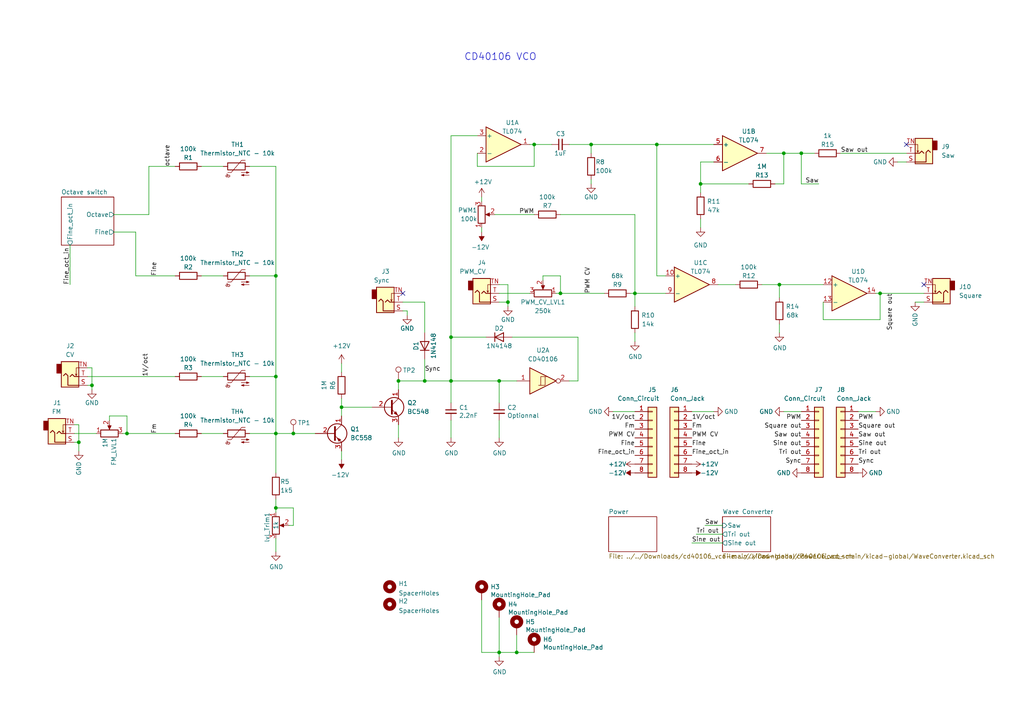
<source format=kicad_sch>
(kicad_sch
	(version 20250114)
	(generator "eeschema")
	(generator_version "9.0")
	(uuid "fea7c5d1-76d6-41a0-b5e3-29889dbb8ce0")
	(paper "A4")
	(title_block
		(title "CD40106 VCO")
		(date "2023-12-10")
		(rev "1.0")
		(company "Bleep Sound")
	)
	(lib_symbols
		(symbol "4xxx:40106"
			(pin_names
				(offset 1.016)
			)
			(exclude_from_sim no)
			(in_bom yes)
			(on_board yes)
			(property "Reference" "U"
				(at 0 1.27 0)
				(effects
					(font
						(size 1.27 1.27)
					)
				)
			)
			(property "Value" "40106"
				(at 0 -1.27 0)
				(effects
					(font
						(size 1.27 1.27)
					)
				)
			)
			(property "Footprint" ""
				(at 0 0 0)
				(effects
					(font
						(size 1.27 1.27)
					)
					(hide yes)
				)
			)
			(property "Datasheet" "https://assets.nexperia.com/documents/data-sheet/HEF40106B.pdf"
				(at 0 0 0)
				(effects
					(font
						(size 1.27 1.27)
					)
					(hide yes)
				)
			)
			(property "Description" "Hex Schmitt trigger inverter"
				(at 0 0 0)
				(effects
					(font
						(size 1.27 1.27)
					)
					(hide yes)
				)
			)
			(property "ki_locked" ""
				(at 0 0 0)
				(effects
					(font
						(size 1.27 1.27)
					)
				)
			)
			(property "ki_keywords" "CMOS"
				(at 0 0 0)
				(effects
					(font
						(size 1.27 1.27)
					)
					(hide yes)
				)
			)
			(property "ki_fp_filters" "DIP?14*"
				(at 0 0 0)
				(effects
					(font
						(size 1.27 1.27)
					)
					(hide yes)
				)
			)
			(symbol "40106_1_0"
				(polyline
					(pts
						(xy -3.81 3.81) (xy -3.81 -3.81) (xy 3.81 0) (xy -3.81 3.81)
					)
					(stroke
						(width 0.254)
						(type default)
					)
					(fill
						(type background)
					)
				)
				(polyline
					(pts
						(xy -1.27 -1.27) (xy 0.635 -1.27) (xy 0.635 1.27) (xy 1.27 1.27)
					)
					(stroke
						(width 0)
						(type default)
					)
					(fill
						(type none)
					)
				)
				(polyline
					(pts
						(xy -0.635 -1.27) (xy -0.635 1.27) (xy 0.635 1.27)
					)
					(stroke
						(width 0)
						(type default)
					)
					(fill
						(type none)
					)
				)
				(pin input line
					(at -7.62 0 0)
					(length 3.81)
					(name "~"
						(effects
							(font
								(size 1.27 1.27)
							)
						)
					)
					(number "1"
						(effects
							(font
								(size 1.27 1.27)
							)
						)
					)
				)
				(pin output inverted
					(at 7.62 0 180)
					(length 3.81)
					(name "~"
						(effects
							(font
								(size 1.27 1.27)
							)
						)
					)
					(number "2"
						(effects
							(font
								(size 1.27 1.27)
							)
						)
					)
				)
			)
			(symbol "40106_2_0"
				(polyline
					(pts
						(xy -3.81 3.81) (xy -3.81 -3.81) (xy 3.81 0) (xy -3.81 3.81)
					)
					(stroke
						(width 0.254)
						(type default)
					)
					(fill
						(type background)
					)
				)
				(polyline
					(pts
						(xy -1.27 -1.27) (xy 0.635 -1.27) (xy 0.635 1.27) (xy 1.27 1.27)
					)
					(stroke
						(width 0)
						(type default)
					)
					(fill
						(type none)
					)
				)
				(polyline
					(pts
						(xy -0.635 -1.27) (xy -0.635 1.27) (xy 0.635 1.27)
					)
					(stroke
						(width 0)
						(type default)
					)
					(fill
						(type none)
					)
				)
				(pin input line
					(at -7.62 0 0)
					(length 3.81)
					(name "~"
						(effects
							(font
								(size 1.27 1.27)
							)
						)
					)
					(number "3"
						(effects
							(font
								(size 1.27 1.27)
							)
						)
					)
				)
				(pin output inverted
					(at 7.62 0 180)
					(length 3.81)
					(name "~"
						(effects
							(font
								(size 1.27 1.27)
							)
						)
					)
					(number "4"
						(effects
							(font
								(size 1.27 1.27)
							)
						)
					)
				)
			)
			(symbol "40106_3_0"
				(polyline
					(pts
						(xy -3.81 3.81) (xy -3.81 -3.81) (xy 3.81 0) (xy -3.81 3.81)
					)
					(stroke
						(width 0.254)
						(type default)
					)
					(fill
						(type background)
					)
				)
				(polyline
					(pts
						(xy -1.27 -1.27) (xy 0.635 -1.27) (xy 0.635 1.27) (xy 1.27 1.27)
					)
					(stroke
						(width 0)
						(type default)
					)
					(fill
						(type none)
					)
				)
				(polyline
					(pts
						(xy -0.635 -1.27) (xy -0.635 1.27) (xy 0.635 1.27)
					)
					(stroke
						(width 0)
						(type default)
					)
					(fill
						(type none)
					)
				)
				(pin input line
					(at -7.62 0 0)
					(length 3.81)
					(name "~"
						(effects
							(font
								(size 1.27 1.27)
							)
						)
					)
					(number "5"
						(effects
							(font
								(size 1.27 1.27)
							)
						)
					)
				)
				(pin output inverted
					(at 7.62 0 180)
					(length 3.81)
					(name "~"
						(effects
							(font
								(size 1.27 1.27)
							)
						)
					)
					(number "6"
						(effects
							(font
								(size 1.27 1.27)
							)
						)
					)
				)
			)
			(symbol "40106_4_0"
				(polyline
					(pts
						(xy -3.81 3.81) (xy -3.81 -3.81) (xy 3.81 0) (xy -3.81 3.81)
					)
					(stroke
						(width 0.254)
						(type default)
					)
					(fill
						(type background)
					)
				)
				(polyline
					(pts
						(xy -1.27 -1.27) (xy 0.635 -1.27) (xy 0.635 1.27) (xy 1.27 1.27)
					)
					(stroke
						(width 0)
						(type default)
					)
					(fill
						(type none)
					)
				)
				(polyline
					(pts
						(xy -0.635 -1.27) (xy -0.635 1.27) (xy 0.635 1.27)
					)
					(stroke
						(width 0)
						(type default)
					)
					(fill
						(type none)
					)
				)
				(pin input line
					(at -7.62 0 0)
					(length 3.81)
					(name "~"
						(effects
							(font
								(size 1.27 1.27)
							)
						)
					)
					(number "9"
						(effects
							(font
								(size 1.27 1.27)
							)
						)
					)
				)
				(pin output inverted
					(at 7.62 0 180)
					(length 3.81)
					(name "~"
						(effects
							(font
								(size 1.27 1.27)
							)
						)
					)
					(number "8"
						(effects
							(font
								(size 1.27 1.27)
							)
						)
					)
				)
			)
			(symbol "40106_5_0"
				(polyline
					(pts
						(xy -3.81 3.81) (xy -3.81 -3.81) (xy 3.81 0) (xy -3.81 3.81)
					)
					(stroke
						(width 0.254)
						(type default)
					)
					(fill
						(type background)
					)
				)
				(polyline
					(pts
						(xy -1.27 -1.27) (xy 0.635 -1.27) (xy 0.635 1.27) (xy 1.27 1.27)
					)
					(stroke
						(width 0)
						(type default)
					)
					(fill
						(type none)
					)
				)
				(polyline
					(pts
						(xy -0.635 -1.27) (xy -0.635 1.27) (xy 0.635 1.27)
					)
					(stroke
						(width 0)
						(type default)
					)
					(fill
						(type none)
					)
				)
				(pin input line
					(at -7.62 0 0)
					(length 3.81)
					(name "~"
						(effects
							(font
								(size 1.27 1.27)
							)
						)
					)
					(number "11"
						(effects
							(font
								(size 1.27 1.27)
							)
						)
					)
				)
				(pin output inverted
					(at 7.62 0 180)
					(length 3.81)
					(name "~"
						(effects
							(font
								(size 1.27 1.27)
							)
						)
					)
					(number "10"
						(effects
							(font
								(size 1.27 1.27)
							)
						)
					)
				)
			)
			(symbol "40106_6_0"
				(polyline
					(pts
						(xy -3.81 3.81) (xy -3.81 -3.81) (xy 3.81 0) (xy -3.81 3.81)
					)
					(stroke
						(width 0.254)
						(type default)
					)
					(fill
						(type background)
					)
				)
				(polyline
					(pts
						(xy -1.27 -1.27) (xy 0.635 -1.27) (xy 0.635 1.27) (xy 1.27 1.27)
					)
					(stroke
						(width 0)
						(type default)
					)
					(fill
						(type none)
					)
				)
				(polyline
					(pts
						(xy -0.635 -1.27) (xy -0.635 1.27) (xy 0.635 1.27)
					)
					(stroke
						(width 0)
						(type default)
					)
					(fill
						(type none)
					)
				)
				(pin input line
					(at -7.62 0 0)
					(length 3.81)
					(name "~"
						(effects
							(font
								(size 1.27 1.27)
							)
						)
					)
					(number "13"
						(effects
							(font
								(size 1.27 1.27)
							)
						)
					)
				)
				(pin output inverted
					(at 7.62 0 180)
					(length 3.81)
					(name "~"
						(effects
							(font
								(size 1.27 1.27)
							)
						)
					)
					(number "12"
						(effects
							(font
								(size 1.27 1.27)
							)
						)
					)
				)
			)
			(symbol "40106_7_0"
				(pin power_in line
					(at 0 12.7 270)
					(length 5.08)
					(name "VDD"
						(effects
							(font
								(size 1.27 1.27)
							)
						)
					)
					(number "14"
						(effects
							(font
								(size 1.27 1.27)
							)
						)
					)
				)
				(pin power_in line
					(at 0 -12.7 90)
					(length 5.08)
					(name "VSS"
						(effects
							(font
								(size 1.27 1.27)
							)
						)
					)
					(number "7"
						(effects
							(font
								(size 1.27 1.27)
							)
						)
					)
				)
			)
			(symbol "40106_7_1"
				(rectangle
					(start -5.08 7.62)
					(end 5.08 -7.62)
					(stroke
						(width 0.254)
						(type default)
					)
					(fill
						(type background)
					)
				)
			)
			(embedded_fonts no)
		)
		(symbol "Amplifier_Operational:TL074"
			(pin_names
				(offset 0.127)
			)
			(exclude_from_sim no)
			(in_bom yes)
			(on_board yes)
			(property "Reference" "U"
				(at 0 5.08 0)
				(effects
					(font
						(size 1.27 1.27)
					)
					(justify left)
				)
			)
			(property "Value" "TL074"
				(at 0 -5.08 0)
				(effects
					(font
						(size 1.27 1.27)
					)
					(justify left)
				)
			)
			(property "Footprint" ""
				(at -1.27 2.54 0)
				(effects
					(font
						(size 1.27 1.27)
					)
					(hide yes)
				)
			)
			(property "Datasheet" "http://www.ti.com/lit/ds/symlink/tl071.pdf"
				(at 1.27 5.08 0)
				(effects
					(font
						(size 1.27 1.27)
					)
					(hide yes)
				)
			)
			(property "Description" "Quad Low-Noise JFET-Input Operational Amplifiers, DIP-14/SOIC-14"
				(at 0 0 0)
				(effects
					(font
						(size 1.27 1.27)
					)
					(hide yes)
				)
			)
			(property "ki_locked" ""
				(at 0 0 0)
				(effects
					(font
						(size 1.27 1.27)
					)
				)
			)
			(property "ki_keywords" "quad opamp"
				(at 0 0 0)
				(effects
					(font
						(size 1.27 1.27)
					)
					(hide yes)
				)
			)
			(property "ki_fp_filters" "SOIC*3.9x8.7mm*P1.27mm* DIP*W7.62mm* TSSOP*4.4x5mm*P0.65mm* SSOP*5.3x6.2mm*P0.65mm* MSOP*3x3mm*P0.5mm*"
				(at 0 0 0)
				(effects
					(font
						(size 1.27 1.27)
					)
					(hide yes)
				)
			)
			(symbol "TL074_1_1"
				(polyline
					(pts
						(xy -5.08 5.08) (xy 5.08 0) (xy -5.08 -5.08) (xy -5.08 5.08)
					)
					(stroke
						(width 0.254)
						(type default)
					)
					(fill
						(type background)
					)
				)
				(pin input line
					(at -7.62 2.54 0)
					(length 2.54)
					(name "+"
						(effects
							(font
								(size 1.27 1.27)
							)
						)
					)
					(number "3"
						(effects
							(font
								(size 1.27 1.27)
							)
						)
					)
				)
				(pin input line
					(at -7.62 -2.54 0)
					(length 2.54)
					(name "-"
						(effects
							(font
								(size 1.27 1.27)
							)
						)
					)
					(number "2"
						(effects
							(font
								(size 1.27 1.27)
							)
						)
					)
				)
				(pin output line
					(at 7.62 0 180)
					(length 2.54)
					(name "~"
						(effects
							(font
								(size 1.27 1.27)
							)
						)
					)
					(number "1"
						(effects
							(font
								(size 1.27 1.27)
							)
						)
					)
				)
			)
			(symbol "TL074_2_1"
				(polyline
					(pts
						(xy -5.08 5.08) (xy 5.08 0) (xy -5.08 -5.08) (xy -5.08 5.08)
					)
					(stroke
						(width 0.254)
						(type default)
					)
					(fill
						(type background)
					)
				)
				(pin input line
					(at -7.62 2.54 0)
					(length 2.54)
					(name "+"
						(effects
							(font
								(size 1.27 1.27)
							)
						)
					)
					(number "5"
						(effects
							(font
								(size 1.27 1.27)
							)
						)
					)
				)
				(pin input line
					(at -7.62 -2.54 0)
					(length 2.54)
					(name "-"
						(effects
							(font
								(size 1.27 1.27)
							)
						)
					)
					(number "6"
						(effects
							(font
								(size 1.27 1.27)
							)
						)
					)
				)
				(pin output line
					(at 7.62 0 180)
					(length 2.54)
					(name "~"
						(effects
							(font
								(size 1.27 1.27)
							)
						)
					)
					(number "7"
						(effects
							(font
								(size 1.27 1.27)
							)
						)
					)
				)
			)
			(symbol "TL074_3_1"
				(polyline
					(pts
						(xy -5.08 5.08) (xy 5.08 0) (xy -5.08 -5.08) (xy -5.08 5.08)
					)
					(stroke
						(width 0.254)
						(type default)
					)
					(fill
						(type background)
					)
				)
				(pin input line
					(at -7.62 2.54 0)
					(length 2.54)
					(name "+"
						(effects
							(font
								(size 1.27 1.27)
							)
						)
					)
					(number "10"
						(effects
							(font
								(size 1.27 1.27)
							)
						)
					)
				)
				(pin input line
					(at -7.62 -2.54 0)
					(length 2.54)
					(name "-"
						(effects
							(font
								(size 1.27 1.27)
							)
						)
					)
					(number "9"
						(effects
							(font
								(size 1.27 1.27)
							)
						)
					)
				)
				(pin output line
					(at 7.62 0 180)
					(length 2.54)
					(name "~"
						(effects
							(font
								(size 1.27 1.27)
							)
						)
					)
					(number "8"
						(effects
							(font
								(size 1.27 1.27)
							)
						)
					)
				)
			)
			(symbol "TL074_4_1"
				(polyline
					(pts
						(xy -5.08 5.08) (xy 5.08 0) (xy -5.08 -5.08) (xy -5.08 5.08)
					)
					(stroke
						(width 0.254)
						(type default)
					)
					(fill
						(type background)
					)
				)
				(pin input line
					(at -7.62 2.54 0)
					(length 2.54)
					(name "+"
						(effects
							(font
								(size 1.27 1.27)
							)
						)
					)
					(number "12"
						(effects
							(font
								(size 1.27 1.27)
							)
						)
					)
				)
				(pin input line
					(at -7.62 -2.54 0)
					(length 2.54)
					(name "-"
						(effects
							(font
								(size 1.27 1.27)
							)
						)
					)
					(number "13"
						(effects
							(font
								(size 1.27 1.27)
							)
						)
					)
				)
				(pin output line
					(at 7.62 0 180)
					(length 2.54)
					(name "~"
						(effects
							(font
								(size 1.27 1.27)
							)
						)
					)
					(number "14"
						(effects
							(font
								(size 1.27 1.27)
							)
						)
					)
				)
			)
			(symbol "TL074_5_1"
				(pin power_in line
					(at -2.54 7.62 270)
					(length 3.81)
					(name "V+"
						(effects
							(font
								(size 1.27 1.27)
							)
						)
					)
					(number "4"
						(effects
							(font
								(size 1.27 1.27)
							)
						)
					)
				)
				(pin power_in line
					(at -2.54 -7.62 90)
					(length 3.81)
					(name "V-"
						(effects
							(font
								(size 1.27 1.27)
							)
						)
					)
					(number "11"
						(effects
							(font
								(size 1.27 1.27)
							)
						)
					)
				)
			)
			(embedded_fonts no)
		)
		(symbol "Connector:TestPoint"
			(pin_numbers
				(hide yes)
			)
			(pin_names
				(offset 0.762)
				(hide yes)
			)
			(exclude_from_sim no)
			(in_bom yes)
			(on_board yes)
			(property "Reference" "TP"
				(at 0 6.858 0)
				(effects
					(font
						(size 1.27 1.27)
					)
				)
			)
			(property "Value" "TestPoint"
				(at 0 5.08 0)
				(effects
					(font
						(size 1.27 1.27)
					)
				)
			)
			(property "Footprint" ""
				(at 5.08 0 0)
				(effects
					(font
						(size 1.27 1.27)
					)
					(hide yes)
				)
			)
			(property "Datasheet" "~"
				(at 5.08 0 0)
				(effects
					(font
						(size 1.27 1.27)
					)
					(hide yes)
				)
			)
			(property "Description" "test point"
				(at 0 0 0)
				(effects
					(font
						(size 1.27 1.27)
					)
					(hide yes)
				)
			)
			(property "ki_keywords" "test point tp"
				(at 0 0 0)
				(effects
					(font
						(size 1.27 1.27)
					)
					(hide yes)
				)
			)
			(property "ki_fp_filters" "Pin* Test*"
				(at 0 0 0)
				(effects
					(font
						(size 1.27 1.27)
					)
					(hide yes)
				)
			)
			(symbol "TestPoint_0_1"
				(circle
					(center 0 3.302)
					(radius 0.762)
					(stroke
						(width 0)
						(type default)
					)
					(fill
						(type none)
					)
				)
			)
			(symbol "TestPoint_1_1"
				(pin passive line
					(at 0 0 90)
					(length 2.54)
					(name "1"
						(effects
							(font
								(size 1.27 1.27)
							)
						)
					)
					(number "1"
						(effects
							(font
								(size 1.27 1.27)
							)
						)
					)
				)
			)
			(embedded_fonts no)
		)
		(symbol "Connector_Generic:Conn_01x08"
			(pin_names
				(offset 1.016)
				(hide yes)
			)
			(exclude_from_sim no)
			(in_bom yes)
			(on_board yes)
			(property "Reference" "J"
				(at 0 10.16 0)
				(effects
					(font
						(size 1.27 1.27)
					)
				)
			)
			(property "Value" "Conn_01x08"
				(at 0 -12.7 0)
				(effects
					(font
						(size 1.27 1.27)
					)
				)
			)
			(property "Footprint" ""
				(at 0 0 0)
				(effects
					(font
						(size 1.27 1.27)
					)
					(hide yes)
				)
			)
			(property "Datasheet" "~"
				(at 0 0 0)
				(effects
					(font
						(size 1.27 1.27)
					)
					(hide yes)
				)
			)
			(property "Description" "Generic connector, single row, 01x08, script generated (kicad-library-utils/schlib/autogen/connector/)"
				(at 0 0 0)
				(effects
					(font
						(size 1.27 1.27)
					)
					(hide yes)
				)
			)
			(property "ki_keywords" "connector"
				(at 0 0 0)
				(effects
					(font
						(size 1.27 1.27)
					)
					(hide yes)
				)
			)
			(property "ki_fp_filters" "Connector*:*_1x??_*"
				(at 0 0 0)
				(effects
					(font
						(size 1.27 1.27)
					)
					(hide yes)
				)
			)
			(symbol "Conn_01x08_1_1"
				(rectangle
					(start -1.27 8.89)
					(end 1.27 -11.43)
					(stroke
						(width 0.254)
						(type default)
					)
					(fill
						(type background)
					)
				)
				(rectangle
					(start -1.27 7.747)
					(end 0 7.493)
					(stroke
						(width 0.1524)
						(type default)
					)
					(fill
						(type none)
					)
				)
				(rectangle
					(start -1.27 5.207)
					(end 0 4.953)
					(stroke
						(width 0.1524)
						(type default)
					)
					(fill
						(type none)
					)
				)
				(rectangle
					(start -1.27 2.667)
					(end 0 2.413)
					(stroke
						(width 0.1524)
						(type default)
					)
					(fill
						(type none)
					)
				)
				(rectangle
					(start -1.27 0.127)
					(end 0 -0.127)
					(stroke
						(width 0.1524)
						(type default)
					)
					(fill
						(type none)
					)
				)
				(rectangle
					(start -1.27 -2.413)
					(end 0 -2.667)
					(stroke
						(width 0.1524)
						(type default)
					)
					(fill
						(type none)
					)
				)
				(rectangle
					(start -1.27 -4.953)
					(end 0 -5.207)
					(stroke
						(width 0.1524)
						(type default)
					)
					(fill
						(type none)
					)
				)
				(rectangle
					(start -1.27 -7.493)
					(end 0 -7.747)
					(stroke
						(width 0.1524)
						(type default)
					)
					(fill
						(type none)
					)
				)
				(rectangle
					(start -1.27 -10.033)
					(end 0 -10.287)
					(stroke
						(width 0.1524)
						(type default)
					)
					(fill
						(type none)
					)
				)
				(pin passive line
					(at -5.08 7.62 0)
					(length 3.81)
					(name "Pin_1"
						(effects
							(font
								(size 1.27 1.27)
							)
						)
					)
					(number "1"
						(effects
							(font
								(size 1.27 1.27)
							)
						)
					)
				)
				(pin passive line
					(at -5.08 5.08 0)
					(length 3.81)
					(name "Pin_2"
						(effects
							(font
								(size 1.27 1.27)
							)
						)
					)
					(number "2"
						(effects
							(font
								(size 1.27 1.27)
							)
						)
					)
				)
				(pin passive line
					(at -5.08 2.54 0)
					(length 3.81)
					(name "Pin_3"
						(effects
							(font
								(size 1.27 1.27)
							)
						)
					)
					(number "3"
						(effects
							(font
								(size 1.27 1.27)
							)
						)
					)
				)
				(pin passive line
					(at -5.08 0 0)
					(length 3.81)
					(name "Pin_4"
						(effects
							(font
								(size 1.27 1.27)
							)
						)
					)
					(number "4"
						(effects
							(font
								(size 1.27 1.27)
							)
						)
					)
				)
				(pin passive line
					(at -5.08 -2.54 0)
					(length 3.81)
					(name "Pin_5"
						(effects
							(font
								(size 1.27 1.27)
							)
						)
					)
					(number "5"
						(effects
							(font
								(size 1.27 1.27)
							)
						)
					)
				)
				(pin passive line
					(at -5.08 -5.08 0)
					(length 3.81)
					(name "Pin_6"
						(effects
							(font
								(size 1.27 1.27)
							)
						)
					)
					(number "6"
						(effects
							(font
								(size 1.27 1.27)
							)
						)
					)
				)
				(pin passive line
					(at -5.08 -7.62 0)
					(length 3.81)
					(name "Pin_7"
						(effects
							(font
								(size 1.27 1.27)
							)
						)
					)
					(number "7"
						(effects
							(font
								(size 1.27 1.27)
							)
						)
					)
				)
				(pin passive line
					(at -5.08 -10.16 0)
					(length 3.81)
					(name "Pin_8"
						(effects
							(font
								(size 1.27 1.27)
							)
						)
					)
					(number "8"
						(effects
							(font
								(size 1.27 1.27)
							)
						)
					)
				)
			)
			(embedded_fonts no)
		)
		(symbol "Device:C_Small"
			(pin_numbers
				(hide yes)
			)
			(pin_names
				(offset 0.254)
				(hide yes)
			)
			(exclude_from_sim no)
			(in_bom yes)
			(on_board yes)
			(property "Reference" "C"
				(at 0.254 1.778 0)
				(effects
					(font
						(size 1.27 1.27)
					)
					(justify left)
				)
			)
			(property "Value" "C_Small"
				(at 0.254 -2.032 0)
				(effects
					(font
						(size 1.27 1.27)
					)
					(justify left)
				)
			)
			(property "Footprint" ""
				(at 0 0 0)
				(effects
					(font
						(size 1.27 1.27)
					)
					(hide yes)
				)
			)
			(property "Datasheet" "~"
				(at 0 0 0)
				(effects
					(font
						(size 1.27 1.27)
					)
					(hide yes)
				)
			)
			(property "Description" "Unpolarized capacitor, small symbol"
				(at 0 0 0)
				(effects
					(font
						(size 1.27 1.27)
					)
					(hide yes)
				)
			)
			(property "ki_keywords" "capacitor cap"
				(at 0 0 0)
				(effects
					(font
						(size 1.27 1.27)
					)
					(hide yes)
				)
			)
			(property "ki_fp_filters" "C_*"
				(at 0 0 0)
				(effects
					(font
						(size 1.27 1.27)
					)
					(hide yes)
				)
			)
			(symbol "C_Small_0_1"
				(polyline
					(pts
						(xy -1.524 0.508) (xy 1.524 0.508)
					)
					(stroke
						(width 0.3048)
						(type default)
					)
					(fill
						(type none)
					)
				)
				(polyline
					(pts
						(xy -1.524 -0.508) (xy 1.524 -0.508)
					)
					(stroke
						(width 0.3302)
						(type default)
					)
					(fill
						(type none)
					)
				)
			)
			(symbol "C_Small_1_1"
				(pin passive line
					(at 0 2.54 270)
					(length 2.032)
					(name "~"
						(effects
							(font
								(size 1.27 1.27)
							)
						)
					)
					(number "1"
						(effects
							(font
								(size 1.27 1.27)
							)
						)
					)
				)
				(pin passive line
					(at 0 -2.54 90)
					(length 2.032)
					(name "~"
						(effects
							(font
								(size 1.27 1.27)
							)
						)
					)
					(number "2"
						(effects
							(font
								(size 1.27 1.27)
							)
						)
					)
				)
			)
			(embedded_fonts no)
		)
		(symbol "Device:D"
			(pin_numbers
				(hide yes)
			)
			(pin_names
				(offset 1.016)
				(hide yes)
			)
			(exclude_from_sim no)
			(in_bom yes)
			(on_board yes)
			(property "Reference" "D"
				(at 0 2.54 0)
				(effects
					(font
						(size 1.27 1.27)
					)
				)
			)
			(property "Value" "D"
				(at 0 -2.54 0)
				(effects
					(font
						(size 1.27 1.27)
					)
				)
			)
			(property "Footprint" ""
				(at 0 0 0)
				(effects
					(font
						(size 1.27 1.27)
					)
					(hide yes)
				)
			)
			(property "Datasheet" "~"
				(at 0 0 0)
				(effects
					(font
						(size 1.27 1.27)
					)
					(hide yes)
				)
			)
			(property "Description" "Diode"
				(at 0 0 0)
				(effects
					(font
						(size 1.27 1.27)
					)
					(hide yes)
				)
			)
			(property "ki_keywords" "diode"
				(at 0 0 0)
				(effects
					(font
						(size 1.27 1.27)
					)
					(hide yes)
				)
			)
			(property "ki_fp_filters" "TO-???* *_Diode_* *SingleDiode* D_*"
				(at 0 0 0)
				(effects
					(font
						(size 1.27 1.27)
					)
					(hide yes)
				)
			)
			(symbol "D_0_1"
				(polyline
					(pts
						(xy -1.27 1.27) (xy -1.27 -1.27)
					)
					(stroke
						(width 0.254)
						(type default)
					)
					(fill
						(type none)
					)
				)
				(polyline
					(pts
						(xy 1.27 1.27) (xy 1.27 -1.27) (xy -1.27 0) (xy 1.27 1.27)
					)
					(stroke
						(width 0.254)
						(type default)
					)
					(fill
						(type none)
					)
				)
				(polyline
					(pts
						(xy 1.27 0) (xy -1.27 0)
					)
					(stroke
						(width 0)
						(type default)
					)
					(fill
						(type none)
					)
				)
			)
			(symbol "D_1_1"
				(pin passive line
					(at -3.81 0 0)
					(length 2.54)
					(name "K"
						(effects
							(font
								(size 1.27 1.27)
							)
						)
					)
					(number "1"
						(effects
							(font
								(size 1.27 1.27)
							)
						)
					)
				)
				(pin passive line
					(at 3.81 0 180)
					(length 2.54)
					(name "A"
						(effects
							(font
								(size 1.27 1.27)
							)
						)
					)
					(number "2"
						(effects
							(font
								(size 1.27 1.27)
							)
						)
					)
				)
			)
			(embedded_fonts no)
		)
		(symbol "Device:R"
			(pin_numbers
				(hide yes)
			)
			(pin_names
				(offset 0)
			)
			(exclude_from_sim no)
			(in_bom yes)
			(on_board yes)
			(property "Reference" "R"
				(at 2.032 0 90)
				(effects
					(font
						(size 1.27 1.27)
					)
				)
			)
			(property "Value" "R"
				(at 0 0 90)
				(effects
					(font
						(size 1.27 1.27)
					)
				)
			)
			(property "Footprint" ""
				(at -1.778 0 90)
				(effects
					(font
						(size 1.27 1.27)
					)
					(hide yes)
				)
			)
			(property "Datasheet" "~"
				(at 0 0 0)
				(effects
					(font
						(size 1.27 1.27)
					)
					(hide yes)
				)
			)
			(property "Description" "Resistor"
				(at 0 0 0)
				(effects
					(font
						(size 1.27 1.27)
					)
					(hide yes)
				)
			)
			(property "ki_keywords" "R res resistor"
				(at 0 0 0)
				(effects
					(font
						(size 1.27 1.27)
					)
					(hide yes)
				)
			)
			(property "ki_fp_filters" "R_*"
				(at 0 0 0)
				(effects
					(font
						(size 1.27 1.27)
					)
					(hide yes)
				)
			)
			(symbol "R_0_1"
				(rectangle
					(start -1.016 -2.54)
					(end 1.016 2.54)
					(stroke
						(width 0.254)
						(type default)
					)
					(fill
						(type none)
					)
				)
			)
			(symbol "R_1_1"
				(pin passive line
					(at 0 3.81 270)
					(length 1.27)
					(name "~"
						(effects
							(font
								(size 1.27 1.27)
							)
						)
					)
					(number "1"
						(effects
							(font
								(size 1.27 1.27)
							)
						)
					)
				)
				(pin passive line
					(at 0 -3.81 90)
					(length 1.27)
					(name "~"
						(effects
							(font
								(size 1.27 1.27)
							)
						)
					)
					(number "2"
						(effects
							(font
								(size 1.27 1.27)
							)
						)
					)
				)
			)
			(embedded_fonts no)
		)
		(symbol "Device:R_POT"
			(pin_names
				(offset 1.016)
				(hide yes)
			)
			(exclude_from_sim no)
			(in_bom yes)
			(on_board yes)
			(property "Reference" "RV"
				(at -4.445 0 90)
				(effects
					(font
						(size 1.27 1.27)
					)
				)
			)
			(property "Value" "Device_R_POT"
				(at -2.54 0 90)
				(effects
					(font
						(size 1.27 1.27)
					)
				)
			)
			(property "Footprint" ""
				(at 0 0 0)
				(effects
					(font
						(size 1.27 1.27)
					)
					(hide yes)
				)
			)
			(property "Datasheet" ""
				(at 0 0 0)
				(effects
					(font
						(size 1.27 1.27)
					)
					(hide yes)
				)
			)
			(property "Description" ""
				(at 0 0 0)
				(effects
					(font
						(size 1.27 1.27)
					)
					(hide yes)
				)
			)
			(property "ki_fp_filters" "Potentiometer*"
				(at 0 0 0)
				(effects
					(font
						(size 1.27 1.27)
					)
					(hide yes)
				)
			)
			(symbol "R_POT_0_1"
				(rectangle
					(start 1.016 2.54)
					(end -1.016 -2.54)
					(stroke
						(width 0.254)
						(type default)
					)
					(fill
						(type none)
					)
				)
				(polyline
					(pts
						(xy 1.143 0) (xy 2.286 0.508) (xy 2.286 -0.508) (xy 1.143 0)
					)
					(stroke
						(width 0)
						(type default)
					)
					(fill
						(type outline)
					)
				)
				(polyline
					(pts
						(xy 2.54 0) (xy 1.524 0)
					)
					(stroke
						(width 0)
						(type default)
					)
					(fill
						(type none)
					)
				)
			)
			(symbol "R_POT_1_1"
				(pin passive line
					(at 0 3.81 270)
					(length 1.27)
					(name "1"
						(effects
							(font
								(size 1.27 1.27)
							)
						)
					)
					(number "1"
						(effects
							(font
								(size 1.27 1.27)
							)
						)
					)
				)
				(pin passive line
					(at 0 -3.81 90)
					(length 1.27)
					(name "3"
						(effects
							(font
								(size 1.27 1.27)
							)
						)
					)
					(number "3"
						(effects
							(font
								(size 1.27 1.27)
							)
						)
					)
				)
				(pin passive line
					(at 3.81 0 180)
					(length 1.27)
					(name "2"
						(effects
							(font
								(size 1.27 1.27)
							)
						)
					)
					(number "2"
						(effects
							(font
								(size 1.27 1.27)
							)
						)
					)
				)
			)
			(embedded_fonts no)
		)
		(symbol "Device:Thermistor_NTC"
			(pin_numbers
				(hide yes)
			)
			(pin_names
				(offset 0)
			)
			(exclude_from_sim no)
			(in_bom yes)
			(on_board yes)
			(property "Reference" "TH"
				(at -4.445 0 90)
				(effects
					(font
						(size 1.27 1.27)
					)
				)
			)
			(property "Value" "Thermistor_NTC"
				(at 3.175 0 90)
				(effects
					(font
						(size 1.27 1.27)
					)
				)
			)
			(property "Footprint" ""
				(at 0 1.27 0)
				(effects
					(font
						(size 1.27 1.27)
					)
					(hide yes)
				)
			)
			(property "Datasheet" "~"
				(at 0 1.27 0)
				(effects
					(font
						(size 1.27 1.27)
					)
					(hide yes)
				)
			)
			(property "Description" "Temperature dependent resistor, negative temperature coefficient"
				(at 0 0 0)
				(effects
					(font
						(size 1.27 1.27)
					)
					(hide yes)
				)
			)
			(property "ki_keywords" "thermistor NTC resistor sensor RTD"
				(at 0 0 0)
				(effects
					(font
						(size 1.27 1.27)
					)
					(hide yes)
				)
			)
			(property "ki_fp_filters" "*NTC* *Thermistor* PIN?ARRAY* bornier* *Terminal?Block* R_*"
				(at 0 0 0)
				(effects
					(font
						(size 1.27 1.27)
					)
					(hide yes)
				)
			)
			(symbol "Thermistor_NTC_0_1"
				(arc
					(start -3.175 2.413)
					(mid -3.0506 2.3165)
					(end -3.048 2.159)
					(stroke
						(width 0)
						(type default)
					)
					(fill
						(type none)
					)
				)
				(arc
					(start -3.048 2.794)
					(mid -2.9736 2.9736)
					(end -2.794 3.048)
					(stroke
						(width 0)
						(type default)
					)
					(fill
						(type none)
					)
				)
				(arc
					(start -2.794 3.048)
					(mid -2.6144 2.9736)
					(end -2.54 2.794)
					(stroke
						(width 0)
						(type default)
					)
					(fill
						(type none)
					)
				)
				(arc
					(start -2.794 2.54)
					(mid -2.9736 2.6144)
					(end -3.048 2.794)
					(stroke
						(width 0)
						(type default)
					)
					(fill
						(type none)
					)
				)
				(arc
					(start -2.794 1.905)
					(mid -2.9736 1.9794)
					(end -3.048 2.159)
					(stroke
						(width 0)
						(type default)
					)
					(fill
						(type none)
					)
				)
				(arc
					(start -2.54 2.159)
					(mid -2.6144 1.9794)
					(end -2.794 1.905)
					(stroke
						(width 0)
						(type default)
					)
					(fill
						(type none)
					)
				)
				(arc
					(start -2.159 2.794)
					(mid -2.434 2.5608)
					(end -2.794 2.54)
					(stroke
						(width 0)
						(type default)
					)
					(fill
						(type none)
					)
				)
				(polyline
					(pts
						(xy -2.54 2.159) (xy -2.54 2.794)
					)
					(stroke
						(width 0)
						(type default)
					)
					(fill
						(type none)
					)
				)
				(polyline
					(pts
						(xy -2.54 -3.683) (xy -2.54 -1.397) (xy -2.794 -2.159) (xy -2.286 -2.159) (xy -2.54 -1.397) (xy -2.54 -1.651)
					)
					(stroke
						(width 0)
						(type default)
					)
					(fill
						(type outline)
					)
				)
				(polyline
					(pts
						(xy -1.778 2.54) (xy -1.778 1.524) (xy 1.778 -1.524) (xy 1.778 -2.54)
					)
					(stroke
						(width 0)
						(type default)
					)
					(fill
						(type none)
					)
				)
				(polyline
					(pts
						(xy -1.778 -1.397) (xy -1.778 -3.683) (xy -2.032 -2.921) (xy -1.524 -2.921) (xy -1.778 -3.683)
						(xy -1.778 -3.429)
					)
					(stroke
						(width 0)
						(type default)
					)
					(fill
						(type outline)
					)
				)
				(rectangle
					(start -1.016 2.54)
					(end 1.016 -2.54)
					(stroke
						(width 0.254)
						(type default)
					)
					(fill
						(type none)
					)
				)
			)
			(symbol "Thermistor_NTC_1_1"
				(pin passive line
					(at 0 3.81 270)
					(length 1.27)
					(name "~"
						(effects
							(font
								(size 1.27 1.27)
							)
						)
					)
					(number "1"
						(effects
							(font
								(size 1.27 1.27)
							)
						)
					)
				)
				(pin passive line
					(at 0 -3.81 90)
					(length 1.27)
					(name "~"
						(effects
							(font
								(size 1.27 1.27)
							)
						)
					)
					(number "2"
						(effects
							(font
								(size 1.27 1.27)
							)
						)
					)
				)
			)
			(embedded_fonts no)
		)
		(symbol "Kicad-perso:AudioJack_Switch"
			(exclude_from_sim no)
			(in_bom yes)
			(on_board yes)
			(property "Reference" "J2"
				(at 0.508 8.636 0)
				(effects
					(font
						(size 1.27 1.27)
					)
				)
			)
			(property "Value" "Out1"
				(at 0.508 6.35 0)
				(effects
					(font
						(size 1.27 1.27)
					)
				)
			)
			(property "Footprint" "Kicad-perso:Thonkiconn"
				(at 0 6.858 0)
				(effects
					(font
						(size 1.27 1.27)
					)
					(hide yes)
				)
			)
			(property "Datasheet" "~"
				(at 0.127 5.588 0)
				(effects
					(font
						(size 1.27 1.27)
					)
					(hide yes)
				)
			)
			(property "Description" "Thonkiconn Audio Jack"
				(at 0 0 0)
				(effects
					(font
						(size 1.27 1.27)
					)
					(hide yes)
				)
			)
			(property "Comments" "Thonkiconn jack"
				(at 0.508 5.461 0)
				(effects
					(font
						(size 1.27 1.27)
					)
					(hide yes)
				)
			)
			(property "ki_keywords" "audio jack receptacle mono headphones phone TS connector"
				(at 0 0 0)
				(effects
					(font
						(size 1.27 1.27)
					)
					(hide yes)
				)
			)
			(property "ki_fp_filters" "Jack*"
				(at 0 0 0)
				(effects
					(font
						(size 1.27 1.27)
					)
					(hide yes)
				)
			)
			(symbol "AudioJack_Switch_0_1"
				(rectangle
					(start -3.81 2.286)
					(end -2.54 -0.254)
					(stroke
						(width 0.254)
						(type default)
					)
					(fill
						(type outline)
					)
				)
				(rectangle
					(start -2.54 3.048)
					(end 2.54 -4.318)
					(stroke
						(width 0.254)
						(type default)
					)
					(fill
						(type background)
					)
				)
			)
			(symbol "AudioJack_Switch_1_1"
				(polyline
					(pts
						(xy 0 -1.27) (xy 0.635 -0.635) (xy 1.27 -1.27) (xy 2.54 -1.27)
					)
					(stroke
						(width 0.254)
						(type default)
					)
					(fill
						(type none)
					)
				)
				(polyline
					(pts
						(xy 1.778 -1.016) (xy 2.032 -0.508)
					)
					(stroke
						(width 0)
						(type default)
					)
					(fill
						(type none)
					)
				)
				(polyline
					(pts
						(xy 2.54 1.27) (xy 1.778 1.27) (xy 1.778 -1.016) (xy 1.524 -0.508)
					)
					(stroke
						(width 0)
						(type default)
					)
					(fill
						(type none)
					)
				)
				(polyline
					(pts
						(xy 2.54 -3.81) (xy -0.635 -3.81) (xy -0.635 -1.016) (xy -1.27 -0.381) (xy -1.905 -1.016)
					)
					(stroke
						(width 0.254)
						(type default)
					)
					(fill
						(type none)
					)
				)
				(pin passive line
					(at 5.08 1.27 180)
					(length 2.54)
					(name "~"
						(effects
							(font
								(size 1.27 1.27)
							)
						)
					)
					(number "TN"
						(effects
							(font
								(size 1.27 1.27)
							)
						)
					)
				)
				(pin passive line
					(at 5.08 -1.27 180)
					(length 2.54)
					(name "~"
						(effects
							(font
								(size 1.27 1.27)
							)
						)
					)
					(number "T"
						(effects
							(font
								(size 1.27 1.27)
							)
						)
					)
				)
				(pin passive line
					(at 5.08 -3.81 180)
					(length 2.54)
					(name "~"
						(effects
							(font
								(size 1.27 1.27)
							)
						)
					)
					(number "S"
						(effects
							(font
								(size 1.27 1.27)
							)
						)
					)
				)
			)
			(embedded_fonts no)
		)
		(symbol "Mechanical:MountingHole"
			(pin_names
				(offset 1.016)
			)
			(exclude_from_sim no)
			(in_bom yes)
			(on_board yes)
			(property "Reference" "H"
				(at 0 5.08 0)
				(effects
					(font
						(size 1.27 1.27)
					)
				)
			)
			(property "Value" "MountingHole"
				(at 0 3.175 0)
				(effects
					(font
						(size 1.27 1.27)
					)
				)
			)
			(property "Footprint" ""
				(at 0 0 0)
				(effects
					(font
						(size 1.27 1.27)
					)
					(hide yes)
				)
			)
			(property "Datasheet" "~"
				(at 0 0 0)
				(effects
					(font
						(size 1.27 1.27)
					)
					(hide yes)
				)
			)
			(property "Description" "Mounting Hole without connection"
				(at 0 0 0)
				(effects
					(font
						(size 1.27 1.27)
					)
					(hide yes)
				)
			)
			(property "ki_keywords" "mounting hole"
				(at 0 0 0)
				(effects
					(font
						(size 1.27 1.27)
					)
					(hide yes)
				)
			)
			(property "ki_fp_filters" "MountingHole*"
				(at 0 0 0)
				(effects
					(font
						(size 1.27 1.27)
					)
					(hide yes)
				)
			)
			(symbol "MountingHole_0_1"
				(circle
					(center 0 0)
					(radius 1.27)
					(stroke
						(width 1.27)
						(type default)
					)
					(fill
						(type none)
					)
				)
			)
			(embedded_fonts no)
		)
		(symbol "Mechanical:MountingHole_Pad"
			(pin_numbers
				(hide yes)
			)
			(pin_names
				(offset 1.016)
				(hide yes)
			)
			(exclude_from_sim no)
			(in_bom yes)
			(on_board yes)
			(property "Reference" "H"
				(at 0 6.35 0)
				(effects
					(font
						(size 1.27 1.27)
					)
				)
			)
			(property "Value" "MountingHole_Pad"
				(at 0 4.445 0)
				(effects
					(font
						(size 1.27 1.27)
					)
				)
			)
			(property "Footprint" ""
				(at 0 0 0)
				(effects
					(font
						(size 1.27 1.27)
					)
					(hide yes)
				)
			)
			(property "Datasheet" "~"
				(at 0 0 0)
				(effects
					(font
						(size 1.27 1.27)
					)
					(hide yes)
				)
			)
			(property "Description" "Mounting Hole with connection"
				(at 0 0 0)
				(effects
					(font
						(size 1.27 1.27)
					)
					(hide yes)
				)
			)
			(property "ki_keywords" "mounting hole"
				(at 0 0 0)
				(effects
					(font
						(size 1.27 1.27)
					)
					(hide yes)
				)
			)
			(property "ki_fp_filters" "MountingHole*Pad*"
				(at 0 0 0)
				(effects
					(font
						(size 1.27 1.27)
					)
					(hide yes)
				)
			)
			(symbol "MountingHole_Pad_0_1"
				(circle
					(center 0 1.27)
					(radius 1.27)
					(stroke
						(width 1.27)
						(type default)
					)
					(fill
						(type none)
					)
				)
			)
			(symbol "MountingHole_Pad_1_1"
				(pin input line
					(at 0 -2.54 90)
					(length 2.54)
					(name "1"
						(effects
							(font
								(size 1.27 1.27)
							)
						)
					)
					(number "1"
						(effects
							(font
								(size 1.27 1.27)
							)
						)
					)
				)
			)
			(embedded_fonts no)
		)
		(symbol "Transistor_BJT:BC548"
			(pin_names
				(offset 0)
				(hide yes)
			)
			(exclude_from_sim no)
			(in_bom yes)
			(on_board yes)
			(property "Reference" "Q"
				(at 5.08 1.905 0)
				(effects
					(font
						(size 1.27 1.27)
					)
					(justify left)
				)
			)
			(property "Value" "BC548"
				(at 5.08 0 0)
				(effects
					(font
						(size 1.27 1.27)
					)
					(justify left)
				)
			)
			(property "Footprint" "Package_TO_SOT_THT:TO-92_Inline"
				(at 5.08 -1.905 0)
				(effects
					(font
						(size 1.27 1.27)
						(italic yes)
					)
					(justify left)
					(hide yes)
				)
			)
			(property "Datasheet" "https://www.onsemi.com/pub/Collateral/BC550-D.pdf"
				(at 0 0 0)
				(effects
					(font
						(size 1.27 1.27)
					)
					(justify left)
					(hide yes)
				)
			)
			(property "Description" "0.1A Ic, 30V Vce, Small Signal NPN Transistor, TO-92"
				(at 0 0 0)
				(effects
					(font
						(size 1.27 1.27)
					)
					(hide yes)
				)
			)
			(property "ki_keywords" "NPN Transistor"
				(at 0 0 0)
				(effects
					(font
						(size 1.27 1.27)
					)
					(hide yes)
				)
			)
			(property "ki_fp_filters" "TO?92*"
				(at 0 0 0)
				(effects
					(font
						(size 1.27 1.27)
					)
					(hide yes)
				)
			)
			(symbol "BC548_0_1"
				(polyline
					(pts
						(xy 0 0) (xy 0.635 0)
					)
					(stroke
						(width 0)
						(type default)
					)
					(fill
						(type none)
					)
				)
				(polyline
					(pts
						(xy 0.635 1.905) (xy 0.635 -1.905) (xy 0.635 -1.905)
					)
					(stroke
						(width 0.508)
						(type default)
					)
					(fill
						(type none)
					)
				)
				(polyline
					(pts
						(xy 0.635 0.635) (xy 2.54 2.54)
					)
					(stroke
						(width 0)
						(type default)
					)
					(fill
						(type none)
					)
				)
				(polyline
					(pts
						(xy 0.635 -0.635) (xy 2.54 -2.54) (xy 2.54 -2.54)
					)
					(stroke
						(width 0)
						(type default)
					)
					(fill
						(type none)
					)
				)
				(circle
					(center 1.27 0)
					(radius 2.8194)
					(stroke
						(width 0.254)
						(type default)
					)
					(fill
						(type none)
					)
				)
				(polyline
					(pts
						(xy 1.27 -1.778) (xy 1.778 -1.27) (xy 2.286 -2.286) (xy 1.27 -1.778) (xy 1.27 -1.778)
					)
					(stroke
						(width 0)
						(type default)
					)
					(fill
						(type outline)
					)
				)
			)
			(symbol "BC548_1_1"
				(pin input line
					(at -5.08 0 0)
					(length 5.08)
					(name "B"
						(effects
							(font
								(size 1.27 1.27)
							)
						)
					)
					(number "2"
						(effects
							(font
								(size 1.27 1.27)
							)
						)
					)
				)
				(pin passive line
					(at 2.54 5.08 270)
					(length 2.54)
					(name "C"
						(effects
							(font
								(size 1.27 1.27)
							)
						)
					)
					(number "1"
						(effects
							(font
								(size 1.27 1.27)
							)
						)
					)
				)
				(pin passive line
					(at 2.54 -5.08 90)
					(length 2.54)
					(name "E"
						(effects
							(font
								(size 1.27 1.27)
							)
						)
					)
					(number "3"
						(effects
							(font
								(size 1.27 1.27)
							)
						)
					)
				)
			)
			(embedded_fonts no)
		)
		(symbol "Transistor_BJT:BC558"
			(pin_names
				(offset 0)
				(hide yes)
			)
			(exclude_from_sim no)
			(in_bom yes)
			(on_board yes)
			(property "Reference" "Q"
				(at 5.08 1.905 0)
				(effects
					(font
						(size 1.27 1.27)
					)
					(justify left)
				)
			)
			(property "Value" "BC558"
				(at 5.08 0 0)
				(effects
					(font
						(size 1.27 1.27)
					)
					(justify left)
				)
			)
			(property "Footprint" "Package_TO_SOT_THT:TO-92_Inline"
				(at 5.08 -1.905 0)
				(effects
					(font
						(size 1.27 1.27)
						(italic yes)
					)
					(justify left)
					(hide yes)
				)
			)
			(property "Datasheet" "https://www.onsemi.com/pub/Collateral/BC556BTA-D.pdf"
				(at 0 0 0)
				(effects
					(font
						(size 1.27 1.27)
					)
					(justify left)
					(hide yes)
				)
			)
			(property "Description" "0.1A Ic, 30V Vce, PNP Small Signal Transistor, TO-92"
				(at 0 0 0)
				(effects
					(font
						(size 1.27 1.27)
					)
					(hide yes)
				)
			)
			(property "ki_keywords" "PNP Transistor"
				(at 0 0 0)
				(effects
					(font
						(size 1.27 1.27)
					)
					(hide yes)
				)
			)
			(property "ki_fp_filters" "TO?92*"
				(at 0 0 0)
				(effects
					(font
						(size 1.27 1.27)
					)
					(hide yes)
				)
			)
			(symbol "BC558_0_1"
				(polyline
					(pts
						(xy 0.635 1.905) (xy 0.635 -1.905) (xy 0.635 -1.905)
					)
					(stroke
						(width 0.508)
						(type default)
					)
					(fill
						(type none)
					)
				)
				(polyline
					(pts
						(xy 0.635 0.635) (xy 2.54 2.54)
					)
					(stroke
						(width 0)
						(type default)
					)
					(fill
						(type none)
					)
				)
				(polyline
					(pts
						(xy 0.635 -0.635) (xy 2.54 -2.54) (xy 2.54 -2.54)
					)
					(stroke
						(width 0)
						(type default)
					)
					(fill
						(type none)
					)
				)
				(circle
					(center 1.27 0)
					(radius 2.8194)
					(stroke
						(width 0.254)
						(type default)
					)
					(fill
						(type none)
					)
				)
				(polyline
					(pts
						(xy 2.286 -1.778) (xy 1.778 -2.286) (xy 1.27 -1.27) (xy 2.286 -1.778) (xy 2.286 -1.778)
					)
					(stroke
						(width 0)
						(type default)
					)
					(fill
						(type outline)
					)
				)
			)
			(symbol "BC558_1_1"
				(pin input line
					(at -5.08 0 0)
					(length 5.715)
					(name "B"
						(effects
							(font
								(size 1.27 1.27)
							)
						)
					)
					(number "2"
						(effects
							(font
								(size 1.27 1.27)
							)
						)
					)
				)
				(pin passive line
					(at 2.54 5.08 270)
					(length 2.54)
					(name "C"
						(effects
							(font
								(size 1.27 1.27)
							)
						)
					)
					(number "1"
						(effects
							(font
								(size 1.27 1.27)
							)
						)
					)
				)
				(pin passive line
					(at 2.54 -5.08 90)
					(length 2.54)
					(name "E"
						(effects
							(font
								(size 1.27 1.27)
							)
						)
					)
					(number "3"
						(effects
							(font
								(size 1.27 1.27)
							)
						)
					)
				)
			)
			(embedded_fonts no)
		)
		(symbol "power:+12V"
			(power)
			(pin_names
				(offset 0)
			)
			(exclude_from_sim no)
			(in_bom yes)
			(on_board yes)
			(property "Reference" "#PWR"
				(at 0 -3.81 0)
				(effects
					(font
						(size 1.27 1.27)
					)
					(hide yes)
				)
			)
			(property "Value" "+12V"
				(at 0 3.556 0)
				(effects
					(font
						(size 1.27 1.27)
					)
				)
			)
			(property "Footprint" ""
				(at 0 0 0)
				(effects
					(font
						(size 1.27 1.27)
					)
					(hide yes)
				)
			)
			(property "Datasheet" ""
				(at 0 0 0)
				(effects
					(font
						(size 1.27 1.27)
					)
					(hide yes)
				)
			)
			(property "Description" "Power symbol creates a global label with name \"+12V\""
				(at 0 0 0)
				(effects
					(font
						(size 1.27 1.27)
					)
					(hide yes)
				)
			)
			(property "ki_keywords" "power-flag"
				(at 0 0 0)
				(effects
					(font
						(size 1.27 1.27)
					)
					(hide yes)
				)
			)
			(symbol "+12V_0_1"
				(polyline
					(pts
						(xy -0.762 1.27) (xy 0 2.54)
					)
					(stroke
						(width 0)
						(type default)
					)
					(fill
						(type none)
					)
				)
				(polyline
					(pts
						(xy 0 2.54) (xy 0.762 1.27)
					)
					(stroke
						(width 0)
						(type default)
					)
					(fill
						(type none)
					)
				)
				(polyline
					(pts
						(xy 0 0) (xy 0 2.54)
					)
					(stroke
						(width 0)
						(type default)
					)
					(fill
						(type none)
					)
				)
			)
			(symbol "+12V_1_1"
				(pin power_in line
					(at 0 0 90)
					(length 0)
					(hide yes)
					(name "+12V"
						(effects
							(font
								(size 1.27 1.27)
							)
						)
					)
					(number "1"
						(effects
							(font
								(size 1.27 1.27)
							)
						)
					)
				)
			)
			(embedded_fonts no)
		)
		(symbol "power:-12V"
			(power)
			(pin_names
				(offset 0)
			)
			(exclude_from_sim no)
			(in_bom yes)
			(on_board yes)
			(property "Reference" "#PWR"
				(at 0 2.54 0)
				(effects
					(font
						(size 1.27 1.27)
					)
					(hide yes)
				)
			)
			(property "Value" "-12V"
				(at 0 3.81 0)
				(effects
					(font
						(size 1.27 1.27)
					)
				)
			)
			(property "Footprint" ""
				(at 0 0 0)
				(effects
					(font
						(size 1.27 1.27)
					)
					(hide yes)
				)
			)
			(property "Datasheet" ""
				(at 0 0 0)
				(effects
					(font
						(size 1.27 1.27)
					)
					(hide yes)
				)
			)
			(property "Description" "Power symbol creates a global label with name \"-12V\""
				(at 0 0 0)
				(effects
					(font
						(size 1.27 1.27)
					)
					(hide yes)
				)
			)
			(property "ki_keywords" "power-flag"
				(at 0 0 0)
				(effects
					(font
						(size 1.27 1.27)
					)
					(hide yes)
				)
			)
			(symbol "-12V_0_0"
				(pin power_in line
					(at 0 0 90)
					(length 0)
					(hide yes)
					(name "-12V"
						(effects
							(font
								(size 1.27 1.27)
							)
						)
					)
					(number "1"
						(effects
							(font
								(size 1.27 1.27)
							)
						)
					)
				)
			)
			(symbol "-12V_0_1"
				(polyline
					(pts
						(xy 0 0) (xy 0 1.27) (xy 0.762 1.27) (xy 0 2.54) (xy -0.762 1.27) (xy 0 1.27)
					)
					(stroke
						(width 0)
						(type default)
					)
					(fill
						(type outline)
					)
				)
			)
			(embedded_fonts no)
		)
		(symbol "power:GND"
			(power)
			(pin_names
				(offset 0)
			)
			(exclude_from_sim no)
			(in_bom yes)
			(on_board yes)
			(property "Reference" "#PWR"
				(at 0 -6.35 0)
				(effects
					(font
						(size 1.27 1.27)
					)
					(hide yes)
				)
			)
			(property "Value" "GND"
				(at 0 -3.81 0)
				(effects
					(font
						(size 1.27 1.27)
					)
				)
			)
			(property "Footprint" ""
				(at 0 0 0)
				(effects
					(font
						(size 1.27 1.27)
					)
					(hide yes)
				)
			)
			(property "Datasheet" ""
				(at 0 0 0)
				(effects
					(font
						(size 1.27 1.27)
					)
					(hide yes)
				)
			)
			(property "Description" "Power symbol creates a global label with name \"GND\" , ground"
				(at 0 0 0)
				(effects
					(font
						(size 1.27 1.27)
					)
					(hide yes)
				)
			)
			(property "ki_keywords" "power-flag"
				(at 0 0 0)
				(effects
					(font
						(size 1.27 1.27)
					)
					(hide yes)
				)
			)
			(symbol "GND_0_1"
				(polyline
					(pts
						(xy 0 0) (xy 0 -1.27) (xy 1.27 -1.27) (xy 0 -2.54) (xy -1.27 -1.27) (xy 0 -1.27)
					)
					(stroke
						(width 0)
						(type default)
					)
					(fill
						(type none)
					)
				)
			)
			(symbol "GND_1_1"
				(pin power_in line
					(at 0 0 270)
					(length 0)
					(hide yes)
					(name "GND"
						(effects
							(font
								(size 1.27 1.27)
							)
						)
					)
					(number "1"
						(effects
							(font
								(size 1.27 1.27)
							)
						)
					)
				)
			)
			(embedded_fonts no)
		)
	)
	(text "CD40106 VCO"
		(exclude_from_sim no)
		(at 134.62 17.78 0)
		(effects
			(font
				(size 2 2)
			)
			(justify left bottom)
		)
		(uuid "9031bb33-c6aa-4758-bf5c-3274ed3ebab7")
	)
	(junction
		(at 232.41 44.45)
		(diameter 0)
		(color 0 0 0 0)
		(uuid "0e872c9d-242b-45e5-97aa-34d3f5f8cdc1")
	)
	(junction
		(at 255.27 85.09)
		(diameter 0)
		(color 0 0 0 0)
		(uuid "1097cd58-9b5c-420a-9599-f6111ace9a56")
	)
	(junction
		(at 203.2 53.34)
		(diameter 0)
		(color 0 0 0 0)
		(uuid "14da4632-be49-4f4c-8a7f-f88044db56b7")
	)
	(junction
		(at 147.32 87.63)
		(diameter 0)
		(color 0 0 0 0)
		(uuid "2de776c4-85db-4e6e-a7f4-6db424d8b5f3")
	)
	(junction
		(at 80.01 147.32)
		(diameter 0)
		(color 0 0 0 0)
		(uuid "365a21e4-c354-4f28-abb6-1bc918b30ac4")
	)
	(junction
		(at 149.86 189.23)
		(diameter 0)
		(color 0 0 0 0)
		(uuid "3fa05934-8ad1-40a9-af5c-98ad298eb412")
	)
	(junction
		(at 80.01 80.01)
		(diameter 0)
		(color 0 0 0 0)
		(uuid "5ceea4a7-950e-4f65-8281-28b82034d10f")
	)
	(junction
		(at 36.83 125.73)
		(diameter 0)
		(color 0 0 0 0)
		(uuid "6ccb230e-40b4-4ce4-bcb5-828d1bc1594e")
	)
	(junction
		(at 85.09 125.73)
		(diameter 0)
		(color 0 0 0 0)
		(uuid "6e60b7cd-6080-4cc8-b61f-55462b66065f")
	)
	(junction
		(at 226.06 82.55)
		(diameter 0)
		(color 0 0 0 0)
		(uuid "78350c92-edd7-4ef4-aa77-6c85ce492eec")
	)
	(junction
		(at 171.45 41.91)
		(diameter 0)
		(color 0 0 0 0)
		(uuid "7a43cc8f-ea9a-4fa0-b92a-6dfa4387c7a6")
	)
	(junction
		(at 190.5 41.91)
		(diameter 0)
		(color 0 0 0 0)
		(uuid "7a4f3835-9b6f-45a0-b9e4-e4db8f2cfea6")
	)
	(junction
		(at 130.81 110.49)
		(diameter 0)
		(color 0 0 0 0)
		(uuid "8fd95687-c4d9-412d-8c14-cf62e9215ee0")
	)
	(junction
		(at 227.33 44.45)
		(diameter 0)
		(color 0 0 0 0)
		(uuid "9b1958b2-178b-4930-b062-b37de7b39ad1")
	)
	(junction
		(at 123.19 110.49)
		(diameter 0)
		(color 0 0 0 0)
		(uuid "9f7eacbe-3b7b-4dff-98db-c17b39a9941f")
	)
	(junction
		(at 80.01 109.22)
		(diameter 0)
		(color 0 0 0 0)
		(uuid "a17df6d2-7bd2-44d3-9a58-bfe18bea8681")
	)
	(junction
		(at 144.78 110.49)
		(diameter 0)
		(color 0 0 0 0)
		(uuid "a508a09a-02a7-4e6a-a5ff-7ac6797dd459")
	)
	(junction
		(at 154.94 41.91)
		(diameter 0)
		(color 0 0 0 0)
		(uuid "acba2c00-549a-4668-a608-6c1ce4f13334")
	)
	(junction
		(at 144.78 189.23)
		(diameter 0)
		(color 0 0 0 0)
		(uuid "be5a7017-fe9d-43ea-9a6a-8fe8deb78420")
	)
	(junction
		(at 80.01 125.73)
		(diameter 0)
		(color 0 0 0 0)
		(uuid "bf79eef2-8182-4c72-b1a6-6f31f77d60ff")
	)
	(junction
		(at 26.67 111.76)
		(diameter 0)
		(color 0 0 0 0)
		(uuid "c54c16d2-a94a-48de-9374-97e1075a852a")
	)
	(junction
		(at 162.56 85.09)
		(diameter 0)
		(color 0 0 0 0)
		(uuid "ca3e2c13-3136-4e22-a373-40e8bc6eb88e")
	)
	(junction
		(at 99.06 118.11)
		(diameter 0)
		(color 0 0 0 0)
		(uuid "d9ef8183-f170-4e42-8941-2df9d0a00c25")
	)
	(junction
		(at 184.15 85.09)
		(diameter 0)
		(color 0 0 0 0)
		(uuid "e3ce32e1-2776-40b1-aa33-0f86851386e5")
	)
	(junction
		(at 115.57 110.49)
		(diameter 0)
		(color 0 0 0 0)
		(uuid "eb3d8ff7-d907-43e7-b26f-f291e9967088")
	)
	(junction
		(at 22.86 128.27)
		(diameter 0)
		(color 0 0 0 0)
		(uuid "f963e90d-52bf-45fb-88fe-509dc766464e")
	)
	(junction
		(at 130.81 97.79)
		(diameter 0)
		(color 0 0 0 0)
		(uuid "fa88c124-77c9-4ccc-9499-c4fdbb03ccb3")
	)
	(no_connect
		(at 267.97 82.55)
		(uuid "1302892e-e4c9-4cba-ac3a-c7693a93a12f")
	)
	(no_connect
		(at 262.89 41.91)
		(uuid "413d4bac-355b-46cf-8574-6f6a0e99305e")
	)
	(no_connect
		(at 116.84 85.09)
		(uuid "5bbe299c-33ad-4417-aa4f-d22ffad280cc")
	)
	(wire
		(pts
			(xy 157.48 80.01) (xy 162.56 80.01)
		)
		(stroke
			(width 0)
			(type default)
		)
		(uuid "003aca93-5ef0-4305-a5f9-bc02e213be88")
	)
	(wire
		(pts
			(xy 200.66 157.48) (xy 209.55 157.48)
		)
		(stroke
			(width 0)
			(type default)
		)
		(uuid "049423bd-6cbe-43a6-9879-0259c009daf4")
	)
	(wire
		(pts
			(xy 162.56 80.01) (xy 162.56 85.09)
		)
		(stroke
			(width 0)
			(type default)
		)
		(uuid "06dbe4bf-6369-4546-95a5-7f82cd9a3789")
	)
	(wire
		(pts
			(xy 182.88 85.09) (xy 184.15 85.09)
		)
		(stroke
			(width 0)
			(type default)
		)
		(uuid "098b050b-2da3-438d-b6ae-6251f6ef4487")
	)
	(wire
		(pts
			(xy 21.59 125.73) (xy 27.94 125.73)
		)
		(stroke
			(width 0)
			(type default)
		)
		(uuid "0a35e480-7d2b-48b6-9695-adeca96f9f47")
	)
	(wire
		(pts
			(xy 203.2 53.34) (xy 203.2 46.99)
		)
		(stroke
			(width 0)
			(type default)
		)
		(uuid "0b2d4fd9-26ea-48b0-9f04-4d4740c90344")
	)
	(wire
		(pts
			(xy 26.67 111.76) (xy 26.67 113.03)
		)
		(stroke
			(width 0)
			(type default)
		)
		(uuid "0f0f7bb5-ade7-4a81-82b4-43be6a8ad05c")
	)
	(wire
		(pts
			(xy 147.32 88.9) (xy 147.32 87.63)
		)
		(stroke
			(width 0)
			(type default)
		)
		(uuid "102d57be-486c-4253-80ce-31ec2ce3ad10")
	)
	(wire
		(pts
			(xy 130.81 39.37) (xy 138.43 39.37)
		)
		(stroke
			(width 0)
			(type default)
		)
		(uuid "11a99085-b756-4a27-8b2e-3c596278ed44")
	)
	(wire
		(pts
			(xy 26.67 106.68) (xy 26.67 111.76)
		)
		(stroke
			(width 0)
			(type default)
		)
		(uuid "129dd97c-47cf-4698-895e-4ae40162eaa1")
	)
	(wire
		(pts
			(xy 232.41 44.45) (xy 236.22 44.45)
		)
		(stroke
			(width 0)
			(type default)
		)
		(uuid "13a15a9e-530b-4052-a8aa-91a155afb272")
	)
	(wire
		(pts
			(xy 154.94 189.23) (xy 149.86 189.23)
		)
		(stroke
			(width 0)
			(type default)
		)
		(uuid "17cf1c88-8d51-4538-aa76-e35ac22d0ed0")
	)
	(wire
		(pts
			(xy 21.59 128.27) (xy 22.86 128.27)
		)
		(stroke
			(width 0)
			(type default)
		)
		(uuid "180afdf6-f7ff-4c7e-a4a3-3ef8282e985c")
	)
	(wire
		(pts
			(xy 208.28 82.55) (xy 213.36 82.55)
		)
		(stroke
			(width 0)
			(type default)
		)
		(uuid "22f36172-4754-4511-9e43-64f5022f54d5")
	)
	(wire
		(pts
			(xy 227.33 44.45) (xy 222.25 44.45)
		)
		(stroke
			(width 0)
			(type default)
		)
		(uuid "256458b4-8a83-473e-ad8e-8aaa9cf4d262")
	)
	(wire
		(pts
			(xy 31.75 121.92) (xy 31.75 120.65)
		)
		(stroke
			(width 0)
			(type default)
		)
		(uuid "28a1e7e8-78c7-4ebc-8918-8a063db5b07d")
	)
	(wire
		(pts
			(xy 144.78 110.49) (xy 149.86 110.49)
		)
		(stroke
			(width 0)
			(type default)
		)
		(uuid "29841d5b-5762-490c-a02a-23034f828a5d")
	)
	(wire
		(pts
			(xy 99.06 115.57) (xy 99.06 118.11)
		)
		(stroke
			(width 0)
			(type default)
		)
		(uuid "2d2f4f92-1487-4979-a623-1ab1fda41c11")
	)
	(wire
		(pts
			(xy 36.83 125.73) (xy 35.56 125.73)
		)
		(stroke
			(width 0)
			(type default)
		)
		(uuid "2e70f4a2-297c-41e6-915c-ff2a40dca9f4")
	)
	(wire
		(pts
			(xy 203.2 53.34) (xy 217.17 53.34)
		)
		(stroke
			(width 0)
			(type default)
		)
		(uuid "3045078a-c026-426f-ba04-36d103aaa893")
	)
	(wire
		(pts
			(xy 43.18 48.26) (xy 50.8 48.26)
		)
		(stroke
			(width 0)
			(type default)
		)
		(uuid "30fc5b50-42cf-4348-8b29-96ab38018ae7")
	)
	(wire
		(pts
			(xy 143.51 62.23) (xy 154.94 62.23)
		)
		(stroke
			(width 0)
			(type default)
		)
		(uuid "31b4a4c2-d412-4458-a214-ab01b772d30a")
	)
	(wire
		(pts
			(xy 226.06 96.52) (xy 226.06 93.98)
		)
		(stroke
			(width 0)
			(type default)
		)
		(uuid "31d85665-81b7-4c32-aee8-98f1c935ad23")
	)
	(wire
		(pts
			(xy 167.64 110.49) (xy 167.64 97.79)
		)
		(stroke
			(width 0)
			(type default)
		)
		(uuid "33ed606d-3ade-4d7c-b324-61601ab4f77f")
	)
	(wire
		(pts
			(xy 161.29 85.09) (xy 162.56 85.09)
		)
		(stroke
			(width 0)
			(type default)
		)
		(uuid "343d8c5f-c61d-4d1e-a943-b84ea5da6e71")
	)
	(wire
		(pts
			(xy 227.33 119.38) (xy 232.41 119.38)
		)
		(stroke
			(width 0)
			(type default)
		)
		(uuid "35270975-5224-4aeb-b423-e45d9017648d")
	)
	(wire
		(pts
			(xy 85.09 147.32) (xy 85.09 152.4)
		)
		(stroke
			(width 0)
			(type default)
		)
		(uuid "35ce536d-9b71-4e54-b0e8-a1414f5bea00")
	)
	(wire
		(pts
			(xy 58.42 80.01) (xy 64.77 80.01)
		)
		(stroke
			(width 0)
			(type default)
		)
		(uuid "3a1761ca-040d-4efa-a524-4f85bd9d4eab")
	)
	(wire
		(pts
			(xy 162.56 62.23) (xy 184.15 62.23)
		)
		(stroke
			(width 0)
			(type default)
		)
		(uuid "3b3c8876-7cb2-4bf7-b53e-1f9acbbac6aa")
	)
	(wire
		(pts
			(xy 99.06 133.35) (xy 99.06 130.81)
		)
		(stroke
			(width 0)
			(type default)
		)
		(uuid "3b8ef416-a8f0-461b-a8a4-a54f7b4084b4")
	)
	(wire
		(pts
			(xy 130.81 110.49) (xy 130.81 116.84)
		)
		(stroke
			(width 0)
			(type default)
		)
		(uuid "3e27ff0e-ac0d-4896-b204-9ef3aa24fcfb")
	)
	(wire
		(pts
			(xy 22.86 130.81) (xy 22.86 128.27)
		)
		(stroke
			(width 0)
			(type default)
		)
		(uuid "3f5d248e-a7e6-4f7b-a626-9807c4545a97")
	)
	(wire
		(pts
			(xy 203.2 46.99) (xy 207.01 46.99)
		)
		(stroke
			(width 0)
			(type default)
		)
		(uuid "3ff64da1-cc9f-480a-a823-e04829ffa7c1")
	)
	(wire
		(pts
			(xy 21.59 123.19) (xy 22.86 123.19)
		)
		(stroke
			(width 0)
			(type default)
		)
		(uuid "403dd706-67b1-43a8-9ce0-17ad9cf86788")
	)
	(wire
		(pts
			(xy 58.42 109.22) (xy 64.77 109.22)
		)
		(stroke
			(width 0)
			(type default)
		)
		(uuid "409dcde1-24ee-4332-b08f-517a28e23ff0")
	)
	(wire
		(pts
			(xy 36.83 120.65) (xy 36.83 125.73)
		)
		(stroke
			(width 0)
			(type default)
		)
		(uuid "43b95851-aff7-405c-945e-cc511b85ad99")
	)
	(wire
		(pts
			(xy 130.81 110.49) (xy 144.78 110.49)
		)
		(stroke
			(width 0)
			(type default)
		)
		(uuid "459ae621-7252-4271-9c42-098e990f7316")
	)
	(wire
		(pts
			(xy 171.45 53.34) (xy 171.45 52.07)
		)
		(stroke
			(width 0)
			(type default)
		)
		(uuid "47f11a8d-9cd0-42b0-9c3c-25f9b8e8f705")
	)
	(wire
		(pts
			(xy 139.7 173.99) (xy 139.7 189.23)
		)
		(stroke
			(width 0)
			(type default)
		)
		(uuid "49488c82-6277-4d05-a051-6a9df142c373")
	)
	(wire
		(pts
			(xy 138.43 44.45) (xy 138.43 48.26)
		)
		(stroke
			(width 0)
			(type default)
		)
		(uuid "4cad7aaf-41b9-45bb-9a74-d47b5942be44")
	)
	(wire
		(pts
			(xy 80.01 156.21) (xy 80.01 160.02)
		)
		(stroke
			(width 0)
			(type default)
		)
		(uuid "4fec2996-266b-4dd6-917e-e326eddc7ca1")
	)
	(wire
		(pts
			(xy 123.19 110.49) (xy 130.81 110.49)
		)
		(stroke
			(width 0)
			(type default)
		)
		(uuid "511ccdc2-f48d-402d-a1d7-f621c47170d0")
	)
	(wire
		(pts
			(xy 99.06 118.11) (xy 99.06 120.65)
		)
		(stroke
			(width 0)
			(type default)
		)
		(uuid "52d97c4c-fb46-4e88-b200-0d9a6a30bd2b")
	)
	(wire
		(pts
			(xy 43.18 62.23) (xy 33.02 62.23)
		)
		(stroke
			(width 0)
			(type default)
		)
		(uuid "563560a2-367e-44a9-9a8b-9a5ef7791e3c")
	)
	(wire
		(pts
			(xy 26.67 111.76) (xy 25.4 111.76)
		)
		(stroke
			(width 0)
			(type default)
		)
		(uuid "572516e8-00ae-4970-8cac-2ac1291ac2df")
	)
	(wire
		(pts
			(xy 138.43 48.26) (xy 154.94 48.26)
		)
		(stroke
			(width 0)
			(type default)
		)
		(uuid "5751eda1-e641-4aff-af4e-bb0ed7854788")
	)
	(wire
		(pts
			(xy 226.06 82.55) (xy 238.76 82.55)
		)
		(stroke
			(width 0)
			(type default)
		)
		(uuid "58d16dc9-4bbc-4ea7-bcfa-2a8809532fed")
	)
	(wire
		(pts
			(xy 227.33 53.34) (xy 224.79 53.34)
		)
		(stroke
			(width 0)
			(type default)
		)
		(uuid "599f5af1-824c-4fd0-b5f8-a449132735f6")
	)
	(wire
		(pts
			(xy 154.94 41.91) (xy 153.67 41.91)
		)
		(stroke
			(width 0)
			(type default)
		)
		(uuid "5bd97e0f-36a4-45f9-a70e-1841aded109b")
	)
	(wire
		(pts
			(xy 149.86 189.23) (xy 144.78 189.23)
		)
		(stroke
			(width 0)
			(type default)
		)
		(uuid "5eb16f0d-ef1e-4549-97a1-19cd06ad7236")
	)
	(wire
		(pts
			(xy 167.64 97.79) (xy 148.59 97.79)
		)
		(stroke
			(width 0)
			(type default)
		)
		(uuid "5fb15121-135f-4548-9231-37889450ec4d")
	)
	(wire
		(pts
			(xy 58.42 48.26) (xy 64.77 48.26)
		)
		(stroke
			(width 0)
			(type default)
		)
		(uuid "60f7886a-fe8b-461a-b5a8-94cc1d27b1b4")
	)
	(wire
		(pts
			(xy 139.7 67.31) (xy 139.7 66.04)
		)
		(stroke
			(width 0)
			(type default)
		)
		(uuid "6272ef5f-52e2-475e-b57b-df1a1695a1c6")
	)
	(wire
		(pts
			(xy 190.5 41.91) (xy 207.01 41.91)
		)
		(stroke
			(width 0)
			(type default)
		)
		(uuid "639a99ce-9d8d-4a94-8557-b4f8f854d0f5")
	)
	(wire
		(pts
			(xy 144.78 127) (xy 144.78 121.92)
		)
		(stroke
			(width 0)
			(type default)
		)
		(uuid "64df8fdb-ea3e-4df1-8365-33491af6a01f")
	)
	(wire
		(pts
			(xy 144.78 82.55) (xy 147.32 82.55)
		)
		(stroke
			(width 0)
			(type default)
		)
		(uuid "65dce7ec-ed8d-48d0-8d32-bd88a06cfa88")
	)
	(wire
		(pts
			(xy 226.06 86.36) (xy 226.06 82.55)
		)
		(stroke
			(width 0)
			(type default)
		)
		(uuid "6647518e-31e5-40d1-8152-985657fcd441")
	)
	(wire
		(pts
			(xy 160.02 41.91) (xy 154.94 41.91)
		)
		(stroke
			(width 0)
			(type default)
		)
		(uuid "679e4cc1-597c-4efa-9e37-dccba8875bad")
	)
	(wire
		(pts
			(xy 201.93 154.94) (xy 209.55 154.94)
		)
		(stroke
			(width 0)
			(type default)
		)
		(uuid "699d6289-d8ca-4396-a19a-496d0e97b040")
	)
	(wire
		(pts
			(xy 227.33 44.45) (xy 232.41 44.45)
		)
		(stroke
			(width 0)
			(type default)
		)
		(uuid "6b4f2e58-9479-465c-9a8f-92f17b0e721a")
	)
	(wire
		(pts
			(xy 31.75 120.65) (xy 36.83 120.65)
		)
		(stroke
			(width 0)
			(type default)
		)
		(uuid "744fa95d-2ea8-41c6-9e3d-32748e8c8ede")
	)
	(wire
		(pts
			(xy 39.37 80.01) (xy 39.37 67.31)
		)
		(stroke
			(width 0)
			(type default)
		)
		(uuid "74aa27a6-8e25-421d-997c-2f833e578c5f")
	)
	(wire
		(pts
			(xy 115.57 110.49) (xy 123.19 110.49)
		)
		(stroke
			(width 0)
			(type default)
		)
		(uuid "75162366-d5fc-4ad9-9a5e-09de087c9b10")
	)
	(wire
		(pts
			(xy 255.27 85.09) (xy 254 85.09)
		)
		(stroke
			(width 0)
			(type default)
		)
		(uuid "7599fa59-3b57-403a-86da-09a0e246a9fe")
	)
	(wire
		(pts
			(xy 80.01 147.32) (xy 80.01 148.59)
		)
		(stroke
			(width 0)
			(type default)
		)
		(uuid "75c48044-920b-4f0f-be9d-7c2c7ef603b6")
	)
	(wire
		(pts
			(xy 177.8 119.38) (xy 184.15 119.38)
		)
		(stroke
			(width 0)
			(type default)
		)
		(uuid "777f586f-8428-4e18-878d-e3d7f22c22f2")
	)
	(wire
		(pts
			(xy 254 119.38) (xy 248.92 119.38)
		)
		(stroke
			(width 0)
			(type default)
		)
		(uuid "77c80e82-0d45-4264-ad02-12cff1c08ef7")
	)
	(wire
		(pts
			(xy 262.89 46.99) (xy 260.35 46.99)
		)
		(stroke
			(width 0)
			(type default)
		)
		(uuid "77d03f74-13b6-4069-b577-32b012a0e9bc")
	)
	(wire
		(pts
			(xy 118.11 90.17) (xy 118.11 91.44)
		)
		(stroke
			(width 0)
			(type default)
		)
		(uuid "788664bc-9244-4212-8cf8-baa68e860e03")
	)
	(wire
		(pts
			(xy 255.27 92.71) (xy 255.27 85.09)
		)
		(stroke
			(width 0)
			(type default)
		)
		(uuid "7901d6c7-92bc-4622-af18-711219eb30a3")
	)
	(wire
		(pts
			(xy 72.39 109.22) (xy 80.01 109.22)
		)
		(stroke
			(width 0)
			(type default)
		)
		(uuid "7995ef33-5b85-4381-a805-72e695b99874")
	)
	(wire
		(pts
			(xy 171.45 41.91) (xy 165.1 41.91)
		)
		(stroke
			(width 0)
			(type default)
		)
		(uuid "7a16377c-8f1a-4021-a07e-3d4bd3aefca2")
	)
	(wire
		(pts
			(xy 171.45 44.45) (xy 171.45 41.91)
		)
		(stroke
			(width 0)
			(type default)
		)
		(uuid "7d82967e-180d-43aa-b811-0c5e8d05ab74")
	)
	(wire
		(pts
			(xy 190.5 41.91) (xy 190.5 80.01)
		)
		(stroke
			(width 0)
			(type default)
		)
		(uuid "7ee606fa-acde-47ec-af32-6f2b3b54acd2")
	)
	(wire
		(pts
			(xy 255.27 85.09) (xy 267.97 85.09)
		)
		(stroke
			(width 0)
			(type default)
		)
		(uuid "7fbb62ae-c1cb-4b10-aec9-9f721c266d6d")
	)
	(wire
		(pts
			(xy 72.39 48.26) (xy 80.01 48.26)
		)
		(stroke
			(width 0)
			(type default)
		)
		(uuid "81099f55-5bf5-4edb-9886-bf03a19b925e")
	)
	(wire
		(pts
			(xy 238.76 87.63) (xy 238.76 92.71)
		)
		(stroke
			(width 0)
			(type default)
		)
		(uuid "88d7e78a-7b7d-4001-a757-b19e7a342d88")
	)
	(wire
		(pts
			(xy 80.01 125.73) (xy 80.01 137.16)
		)
		(stroke
			(width 0)
			(type default)
		)
		(uuid "8aba8d7d-21a7-4d14-90de-6b7fbc157006")
	)
	(wire
		(pts
			(xy 130.81 39.37) (xy 130.81 97.79)
		)
		(stroke
			(width 0)
			(type default)
		)
		(uuid "8c8637c6-066d-4968-81c0-3e68ac3e60a4")
	)
	(wire
		(pts
			(xy 85.09 125.73) (xy 91.44 125.73)
		)
		(stroke
			(width 0)
			(type default)
		)
		(uuid "8c8cb7fb-be21-41e3-9774-dea18cdbb87e")
	)
	(wire
		(pts
			(xy 162.56 85.09) (xy 175.26 85.09)
		)
		(stroke
			(width 0)
			(type default)
		)
		(uuid "901ed106-869c-45f4-8328-f6d56218a741")
	)
	(wire
		(pts
			(xy 72.39 80.01) (xy 80.01 80.01)
		)
		(stroke
			(width 0)
			(type default)
		)
		(uuid "90bf17c9-d504-452d-aabf-058b9865f515")
	)
	(wire
		(pts
			(xy 154.94 48.26) (xy 154.94 41.91)
		)
		(stroke
			(width 0)
			(type default)
		)
		(uuid "90e3c6ef-1d3b-49c3-8d5e-738cd93e0e53")
	)
	(wire
		(pts
			(xy 139.7 57.15) (xy 139.7 58.42)
		)
		(stroke
			(width 0)
			(type default)
		)
		(uuid "93c9ff40-5547-4d89-bf73-6d0b1c43ff7e")
	)
	(wire
		(pts
			(xy 50.8 80.01) (xy 39.37 80.01)
		)
		(stroke
			(width 0)
			(type default)
		)
		(uuid "97b12ca4-7131-4a0f-8585-1260e8f388c1")
	)
	(wire
		(pts
			(xy 184.15 99.06) (xy 184.15 96.52)
		)
		(stroke
			(width 0)
			(type default)
		)
		(uuid "9a3506ec-b1df-4e17-9f6a-0809715ac6db")
	)
	(wire
		(pts
			(xy 43.18 48.26) (xy 43.18 62.23)
		)
		(stroke
			(width 0)
			(type default)
		)
		(uuid "9c1b14b4-d4eb-438f-a387-9fb51b6cd615")
	)
	(wire
		(pts
			(xy 144.78 179.07) (xy 144.78 189.23)
		)
		(stroke
			(width 0)
			(type default)
		)
		(uuid "9cacb6ad-6bbf-4ffe-b0a4-2df24045e046")
	)
	(wire
		(pts
			(xy 22.86 123.19) (xy 22.86 128.27)
		)
		(stroke
			(width 0)
			(type default)
		)
		(uuid "a0947cf3-4433-47d6-8a38-96a665a68560")
	)
	(wire
		(pts
			(xy 80.01 125.73) (xy 80.01 109.22)
		)
		(stroke
			(width 0)
			(type default)
		)
		(uuid "a13d6544-7b2b-44f7-90a4-8c8459b892ad")
	)
	(wire
		(pts
			(xy 115.57 127) (xy 115.57 123.19)
		)
		(stroke
			(width 0)
			(type default)
		)
		(uuid "a1ac6c43-d056-4d99-8e3a-caffb97ab618")
	)
	(wire
		(pts
			(xy 232.41 53.34) (xy 237.49 53.34)
		)
		(stroke
			(width 0)
			(type default)
		)
		(uuid "a2d03714-6faf-4dc0-93e0-8451e34a98fb")
	)
	(wire
		(pts
			(xy 243.84 44.45) (xy 262.89 44.45)
		)
		(stroke
			(width 0)
			(type default)
		)
		(uuid "a34af0db-f067-4813-bed0-a2df3236319b")
	)
	(wire
		(pts
			(xy 72.39 125.73) (xy 80.01 125.73)
		)
		(stroke
			(width 0)
			(type default)
		)
		(uuid "a4f8f6ac-b1d3-4b8f-8f4f-9cc7d18e2acd")
	)
	(wire
		(pts
			(xy 144.78 85.09) (xy 153.67 85.09)
		)
		(stroke
			(width 0)
			(type default)
		)
		(uuid "a6a27044-ffca-4681-9256-de35bbf49440")
	)
	(wire
		(pts
			(xy 184.15 88.9) (xy 184.15 85.09)
		)
		(stroke
			(width 0)
			(type default)
		)
		(uuid "a6c8f768-db23-435f-9cf2-fb08702e5005")
	)
	(wire
		(pts
			(xy 99.06 105.41) (xy 99.06 107.95)
		)
		(stroke
			(width 0)
			(type default)
		)
		(uuid "a90a165a-9e80-4a41-956e-26c0ef44f5c3")
	)
	(wire
		(pts
			(xy 203.2 66.04) (xy 203.2 63.5)
		)
		(stroke
			(width 0)
			(type default)
		)
		(uuid "aedd255d-409e-4b28-85bd-6cd41722b4d9")
	)
	(wire
		(pts
			(xy 80.01 147.32) (xy 85.09 147.32)
		)
		(stroke
			(width 0)
			(type default)
		)
		(uuid "aedd4461-ca75-4f24-b4be-0713fcfc3408")
	)
	(wire
		(pts
			(xy 171.45 41.91) (xy 190.5 41.91)
		)
		(stroke
			(width 0)
			(type default)
		)
		(uuid "b184df42-b8c6-4b2b-a0de-ab460c1db1cd")
	)
	(wire
		(pts
			(xy 39.37 67.31) (xy 33.02 67.31)
		)
		(stroke
			(width 0)
			(type default)
		)
		(uuid "b48cfac7-5640-47a5-bb4e-8bdc2a2dbfd3")
	)
	(wire
		(pts
			(xy 149.86 184.15) (xy 149.86 189.23)
		)
		(stroke
			(width 0)
			(type default)
		)
		(uuid "b7b00984-6ab1-482e-b4b4-67cac44d44da")
	)
	(wire
		(pts
			(xy 207.01 119.38) (xy 200.66 119.38)
		)
		(stroke
			(width 0)
			(type default)
		)
		(uuid "b8887f9a-7a69-43e0-99a5-ad1e2c3836ce")
	)
	(wire
		(pts
			(xy 118.11 90.17) (xy 116.84 90.17)
		)
		(stroke
			(width 0)
			(type default)
		)
		(uuid "bd602001-abbd-40bd-9844-03686068cc9f")
	)
	(wire
		(pts
			(xy 80.01 125.73) (xy 85.09 125.73)
		)
		(stroke
			(width 0)
			(type default)
		)
		(uuid "be52bf32-fdd1-4ec5-8f36-d72e616b1dbd")
	)
	(wire
		(pts
			(xy 123.19 104.14) (xy 123.19 110.49)
		)
		(stroke
			(width 0)
			(type default)
		)
		(uuid "be90f347-7b3e-4b76-9952-125dcb663862")
	)
	(wire
		(pts
			(xy 116.84 87.63) (xy 123.19 87.63)
		)
		(stroke
			(width 0)
			(type default)
		)
		(uuid "c048f1b3-138a-4e8f-aa9c-ffea85101dc2")
	)
	(wire
		(pts
			(xy 139.7 189.23) (xy 144.78 189.23)
		)
		(stroke
			(width 0)
			(type default)
		)
		(uuid "c20aea50-e9e4-4978-b938-d613d445aab7")
	)
	(wire
		(pts
			(xy 144.78 189.23) (xy 144.78 190.5)
		)
		(stroke
			(width 0)
			(type default)
		)
		(uuid "c3a69550-c4fa-45d1-9aba-0bba47699cca")
	)
	(wire
		(pts
			(xy 123.19 87.63) (xy 123.19 96.52)
		)
		(stroke
			(width 0)
			(type default)
		)
		(uuid "c7c1a95b-34c1-4b56-90fb-8cfc9b1a2c6f")
	)
	(wire
		(pts
			(xy 80.01 80.01) (xy 80.01 48.26)
		)
		(stroke
			(width 0)
			(type default)
		)
		(uuid "cf96ea97-7765-43ed-97e3-cf73a41205e3")
	)
	(wire
		(pts
			(xy 232.41 44.45) (xy 232.41 53.34)
		)
		(stroke
			(width 0)
			(type default)
		)
		(uuid "d25c9d9a-5e70-47d5-bba1-757fe2e4288b")
	)
	(wire
		(pts
			(xy 147.32 82.55) (xy 147.32 87.63)
		)
		(stroke
			(width 0)
			(type default)
		)
		(uuid "d32c1771-3f30-4f20-91f3-8e7820b032bd")
	)
	(wire
		(pts
			(xy 238.76 92.71) (xy 255.27 92.71)
		)
		(stroke
			(width 0)
			(type default)
		)
		(uuid "d683b8ec-89d4-4b3f-94c0-833dd7c2cf5e")
	)
	(wire
		(pts
			(xy 147.32 87.63) (xy 144.78 87.63)
		)
		(stroke
			(width 0)
			(type default)
		)
		(uuid "d6864a7c-26d5-4866-8576-c3da1da76a43")
	)
	(wire
		(pts
			(xy 99.06 118.11) (xy 107.95 118.11)
		)
		(stroke
			(width 0)
			(type default)
		)
		(uuid "d8988fc4-8ce1-4302-b56f-ba3790f679db")
	)
	(wire
		(pts
			(xy 204.47 152.4) (xy 209.55 152.4)
		)
		(stroke
			(width 0)
			(type default)
		)
		(uuid "da33e1a6-5907-4261-8e7c-678fc56ffbc9")
	)
	(wire
		(pts
			(xy 80.01 144.78) (xy 80.01 147.32)
		)
		(stroke
			(width 0)
			(type default)
		)
		(uuid "dcd647a0-0c2f-46ac-9b44-4e1d2222bd52")
	)
	(wire
		(pts
			(xy 157.48 81.28) (xy 157.48 80.01)
		)
		(stroke
			(width 0)
			(type default)
		)
		(uuid "dcf897c0-6b41-44e9-b88b-65e132f0d863")
	)
	(wire
		(pts
			(xy 165.1 110.49) (xy 167.64 110.49)
		)
		(stroke
			(width 0)
			(type default)
		)
		(uuid "dd9c665d-3541-407e-972a-0eae40882372")
	)
	(wire
		(pts
			(xy 115.57 113.03) (xy 115.57 110.49)
		)
		(stroke
			(width 0)
			(type default)
		)
		(uuid "ded15973-bc82-4411-b721-0e7ee72292ee")
	)
	(wire
		(pts
			(xy 25.4 109.22) (xy 50.8 109.22)
		)
		(stroke
			(width 0)
			(type default)
		)
		(uuid "dfde44b9-d3e0-432d-91ec-f8dedade0d84")
	)
	(wire
		(pts
			(xy 267.97 87.63) (xy 265.43 87.63)
		)
		(stroke
			(width 0)
			(type default)
		)
		(uuid "dffb57a3-562c-4567-b062-e8a20c1606da")
	)
	(wire
		(pts
			(xy 184.15 85.09) (xy 193.04 85.09)
		)
		(stroke
			(width 0)
			(type default)
		)
		(uuid "e1a70e0d-78cb-478a-9cdc-f0588476d124")
	)
	(wire
		(pts
			(xy 25.4 106.68) (xy 26.67 106.68)
		)
		(stroke
			(width 0)
			(type default)
		)
		(uuid "e28c19f2-fd81-44c1-8d5f-d8f8d6ec26b7")
	)
	(wire
		(pts
			(xy 220.98 82.55) (xy 226.06 82.55)
		)
		(stroke
			(width 0)
			(type default)
		)
		(uuid "e3405f2c-ece7-4e91-bc55-ab1068542566")
	)
	(wire
		(pts
			(xy 130.81 97.79) (xy 130.81 110.49)
		)
		(stroke
			(width 0)
			(type default)
		)
		(uuid "e9050756-d713-4434-a2d7-0e05ba21f938")
	)
	(wire
		(pts
			(xy 184.15 62.23) (xy 184.15 85.09)
		)
		(stroke
			(width 0)
			(type default)
		)
		(uuid "e9f5c574-3071-4506-9fd3-6b7d85001207")
	)
	(wire
		(pts
			(xy 85.09 152.4) (xy 83.82 152.4)
		)
		(stroke
			(width 0)
			(type default)
		)
		(uuid "ea0c8048-2873-43ea-970b-47db6c155e77")
	)
	(wire
		(pts
			(xy 227.33 44.45) (xy 227.33 53.34)
		)
		(stroke
			(width 0)
			(type default)
		)
		(uuid "ef34a705-ecd0-4b7f-b337-16ba631bf0b1")
	)
	(wire
		(pts
			(xy 203.2 55.88) (xy 203.2 53.34)
		)
		(stroke
			(width 0)
			(type default)
		)
		(uuid "f002f8f6-8cae-4fe5-bd77-026a90c6f1bd")
	)
	(wire
		(pts
			(xy 144.78 110.49) (xy 144.78 116.84)
		)
		(stroke
			(width 0)
			(type default)
		)
		(uuid "f02fa714-a59c-4abe-955c-a52134ee24d0")
	)
	(wire
		(pts
			(xy 130.81 127) (xy 130.81 121.92)
		)
		(stroke
			(width 0)
			(type default)
		)
		(uuid "f2d5968a-7fc7-4c58-adc2-7721b242ea61")
	)
	(wire
		(pts
			(xy 130.81 97.79) (xy 140.97 97.79)
		)
		(stroke
			(width 0)
			(type default)
		)
		(uuid "f2d59f11-e9ca-45c2-b818-408aec671c3d")
	)
	(wire
		(pts
			(xy 80.01 109.22) (xy 80.01 80.01)
		)
		(stroke
			(width 0)
			(type default)
		)
		(uuid "f4ccfe8a-d5d1-4fb0-87f5-951b6b774760")
	)
	(wire
		(pts
			(xy 36.83 125.73) (xy 50.8 125.73)
		)
		(stroke
			(width 0)
			(type default)
		)
		(uuid "f9bd7b70-3957-43d7-b264-1a96255f9763")
	)
	(wire
		(pts
			(xy 58.42 125.73) (xy 64.77 125.73)
		)
		(stroke
			(width 0)
			(type default)
		)
		(uuid "fc65f3e3-6f27-4ffa-88d6-495cbc6f96b5")
	)
	(wire
		(pts
			(xy 20.32 71.12) (xy 20.32 82.55)
		)
		(stroke
			(width 0)
			(type default)
		)
		(uuid "fcb00eb8-172f-4b40-b0c8-c0fb32413e3e")
	)
	(wire
		(pts
			(xy 190.5 80.01) (xy 193.04 80.01)
		)
		(stroke
			(width 0)
			(type default)
		)
		(uuid "fcc90fd5-b61a-46a6-b18e-a3ddd5ad22bb")
	)
	(label "Square out"
		(at 259.08 85.09 270)
		(effects
			(font
				(size 1.27 1.27)
			)
			(justify right bottom)
		)
		(uuid "0d2b7e1c-8b05-4aba-ab11-8c0d3841e9b5")
	)
	(label "Fine_oct_in"
		(at 200.66 132.08 0)
		(effects
			(font
				(size 1.27 1.27)
			)
			(justify left bottom)
		)
		(uuid "0d7bf5ad-ced1-46d8-96e6-ef116c9e0b8b")
	)
	(label "Square out"
		(at 248.92 124.46 0)
		(effects
			(font
				(size 1.27 1.27)
			)
			(justify left bottom)
		)
		(uuid "2439e1f9-a0f5-45e4-b016-17e4685b5cba")
	)
	(label "Saw"
		(at 237.49 53.34 180)
		(effects
			(font
				(size 1.27 1.27)
			)
			(justify right bottom)
		)
		(uuid "36856fa1-369b-4362-9c5e-ee4ecce196bc")
	)
	(label "Fm"
		(at 45.72 125.73 90)
		(effects
			(font
				(size 1.27 1.27)
			)
			(justify left bottom)
		)
		(uuid "465ce3e0-2d0a-46e3-a58c-4e0a0157b498")
	)
	(label "PWM CV"
		(at 200.66 127 0)
		(effects
			(font
				(size 1.27 1.27)
			)
			(justify left bottom)
		)
		(uuid "4972795b-6e79-484d-8942-69ac92c75064")
	)
	(label "Fine_oct_in"
		(at 20.32 82.55 90)
		(effects
			(font
				(size 1.27 1.27)
			)
			(justify left bottom)
		)
		(uuid "538d06c9-b817-4a0f-85cd-55c7a058466a")
	)
	(label "Sine out"
		(at 232.41 129.54 180)
		(effects
			(font
				(size 1.27 1.27)
			)
			(justify right bottom)
		)
		(uuid "5ac2d275-c35e-46bc-96a3-3c0376d8d929")
	)
	(label "Sync"
		(at 248.92 134.62 0)
		(effects
			(font
				(size 1.27 1.27)
			)
			(justify left bottom)
		)
		(uuid "5c77cab5-1616-4d0c-a8ce-163a7ae6e26e")
	)
	(label "1V{slash}oct"
		(at 184.15 121.92 180)
		(effects
			(font
				(size 1.27 1.27)
			)
			(justify right bottom)
		)
		(uuid "5f4e1b6c-645e-43f3-b7dd-2e680e349122")
	)
	(label "Fine"
		(at 184.15 129.54 180)
		(effects
			(font
				(size 1.27 1.27)
			)
			(justify right bottom)
		)
		(uuid "60a4f6ce-2de4-4cc9-895d-842b295cac86")
	)
	(label "PWM"
		(at 248.92 121.92 0)
		(effects
			(font
				(size 1.27 1.27)
			)
			(justify left bottom)
		)
		(uuid "62b1de36-cc72-4947-b1bc-c8592975313f")
	)
	(label "Saw out"
		(at 243.84 44.45 0)
		(effects
			(font
				(size 1.27 1.27)
			)
			(justify left bottom)
		)
		(uuid "6ea13b45-d200-49a3-bba6-dad4305d1edf")
	)
	(label "PWM CV"
		(at 184.15 127 180)
		(effects
			(font
				(size 1.27 1.27)
			)
			(justify right bottom)
		)
		(uuid "77781af3-4d0d-4a8d-bd72-3cc744164612")
	)
	(label "Fine"
		(at 200.66 129.54 0)
		(effects
			(font
				(size 1.27 1.27)
			)
			(justify left bottom)
		)
		(uuid "7ab46d62-de8d-47b9-ba20-1f037ce49bd3")
	)
	(label "Saw out"
		(at 248.92 127 0)
		(effects
			(font
				(size 1.27 1.27)
			)
			(justify left bottom)
		)
		(uuid "7c599bde-b375-4373-b966-aed1d0b30a9e")
	)
	(label "Tri out"
		(at 248.92 132.08 0)
		(effects
			(font
				(size 1.27 1.27)
			)
			(justify left bottom)
		)
		(uuid "82bfe6f5-cbb2-4e6f-8800-b6cb137db2f1")
	)
	(label "Fine_oct_in"
		(at 184.15 132.08 180)
		(effects
			(font
				(size 1.27 1.27)
			)
			(justify right bottom)
		)
		(uuid "8a31d349-04ea-48c8-b83a-c47abaf4ed50")
	)
	(label "Saw"
		(at 204.47 152.4 0)
		(effects
			(font
				(size 1.27 1.27)
			)
			(justify left bottom)
		)
		(uuid "909b773e-fa98-4ddc-8b50-72e7992c790b")
	)
	(label "1V{slash}oct"
		(at 43.18 109.22 90)
		(effects
			(font
				(size 1.27 1.27)
			)
			(justify left bottom)
		)
		(uuid "93776450-0cb9-47a4-b76f-9ecc7891fcce")
	)
	(label "octave"
		(at 49.53 48.26 90)
		(effects
			(font
				(size 1.27 1.27)
			)
			(justify left bottom)
		)
		(uuid "a08ee809-4f66-4b7e-985b-936f50229a1d")
	)
	(label "Sine out"
		(at 200.66 157.48 0)
		(effects
			(font
				(size 1.27 1.27)
			)
			(justify left bottom)
		)
		(uuid "bbb40992-8e23-492b-87ce-8a1f18dfc775")
	)
	(label "Sync"
		(at 232.41 134.62 180)
		(effects
			(font
				(size 1.27 1.27)
			)
			(justify right bottom)
		)
		(uuid "beb32d6c-2ca1-4d69-bf02-e092662a42ce")
	)
	(label "Fm"
		(at 184.15 124.46 180)
		(effects
			(font
				(size 1.27 1.27)
			)
			(justify right bottom)
		)
		(uuid "c018e0d1-2f0d-4482-b41f-4145e03f7a7c")
	)
	(label "Saw out"
		(at 232.41 127 180)
		(effects
			(font
				(size 1.27 1.27)
			)
			(justify right bottom)
		)
		(uuid "c5a43c9e-c73b-4fbf-90da-b6e2f53f7202")
	)
	(label "1V{slash}oct"
		(at 200.66 121.92 0)
		(effects
			(font
				(size 1.27 1.27)
			)
			(justify left bottom)
		)
		(uuid "c9ad1f09-702e-4aa6-a2ba-c4f5081ced1c")
	)
	(label "Sync"
		(at 123.19 107.95 0)
		(effects
			(font
				(size 1.27 1.27)
			)
			(justify left bottom)
		)
		(uuid "d032e90a-469d-4319-b56c-891df7d923fd")
	)
	(label "PWM"
		(at 232.41 121.92 180)
		(effects
			(font
				(size 1.27 1.27)
			)
			(justify right bottom)
		)
		(uuid "d0694562-aad6-4882-9bbb-c5fe19e91d21")
	)
	(label "Tri out"
		(at 232.41 132.08 180)
		(effects
			(font
				(size 1.27 1.27)
			)
			(justify right bottom)
		)
		(uuid "d4eb78b7-9faf-4610-85f5-bc1aa6f1f40c")
	)
	(label "Square out"
		(at 232.41 124.46 180)
		(effects
			(font
				(size 1.27 1.27)
			)
			(justify right bottom)
		)
		(uuid "dcd07eb9-b30d-460a-96a6-7a7a9e254a21")
	)
	(label "Fm"
		(at 200.66 124.46 0)
		(effects
			(font
				(size 1.27 1.27)
			)
			(justify left bottom)
		)
		(uuid "de035eb8-ff41-4819-8e81-c089642e890b")
	)
	(label "Sine out"
		(at 248.92 129.54 0)
		(effects
			(font
				(size 1.27 1.27)
			)
			(justify left bottom)
		)
		(uuid "e176b0dc-25c0-445f-afce-b277a24dc984")
	)
	(label "Tri out"
		(at 201.93 154.94 0)
		(effects
			(font
				(size 1.27 1.27)
			)
			(justify left bottom)
		)
		(uuid "f79f5149-a685-402a-84d7-21111a1450e5")
	)
	(label "Fine"
		(at 45.72 80.01 90)
		(effects
			(font
				(size 1.27 1.27)
			)
			(justify left bottom)
		)
		(uuid "fb80aebc-2223-4d90-b2dc-5783b60228b3")
	)
	(label "PWM CV"
		(at 171.45 85.09 90)
		(effects
			(font
				(size 1.27 1.27)
			)
			(justify left bottom)
		)
		(uuid "ff09f182-1ec2-428a-908a-661a5155d232")
	)
	(label "PWM"
		(at 154.94 62.23 180)
		(effects
			(font
				(size 1.27 1.27)
			)
			(justify right bottom)
		)
		(uuid "ff6c9cb2-a646-4e4f-bf1e-2a407d3a9fdd")
	)
	(symbol
		(lib_id "Device:C_Small")
		(at 130.81 119.38 0)
		(unit 1)
		(exclude_from_sim no)
		(in_bom yes)
		(on_board yes)
		(dnp no)
		(uuid "00000000-0000-0000-0000-00006034f1fc")
		(property "Reference" "C1"
			(at 133.1468 118.2116 0)
			(effects
				(font
					(size 1.27 1.27)
				)
				(justify left)
			)
		)
		(property "Value" "2.2nF"
			(at 133.1468 120.523 0)
			(effects
				(font
					(size 1.27 1.27)
				)
				(justify left)
			)
		)
		(property "Footprint" "Kicad-perso:Mica Disc Cap"
			(at 130.81 119.38 0)
			(effects
				(font
					(size 1.27 1.27)
				)
				(hide yes)
			)
		)
		(property "Datasheet" "~"
			(at 130.81 119.38 0)
			(effects
				(font
					(size 1.27 1.27)
				)
				(hide yes)
			)
		)
		(property "Description" ""
			(at 130.81 119.38 0)
			(effects
				(font
					(size 1.27 1.27)
				)
			)
		)
		(property "manf" "Cornell Dubilier"
			(at 130.81 119.38 0)
			(effects
				(font
					(size 1.27 1.27)
				)
				(hide yes)
			)
		)
		(property "manf#" "CD16FD222JO3F"
			(at 130.81 119.38 0)
			(effects
				(font
					(size 1.27 1.27)
				)
				(hide yes)
			)
		)
		(property "Comments" "Mica capacitor for stability"
			(at 130.81 119.38 0)
			(effects
				(font
					(size 1.27 1.27)
				)
				(hide yes)
			)
		)
		(pin "1"
			(uuid "59e21a32-7102-4054-b5d8-b70830be32fb")
		)
		(pin "2"
			(uuid "810cde75-0428-47ef-b9f0-b0cafa144f5e")
		)
		(instances
			(project "CD40106_VCO"
				(path "/fea7c5d1-76d6-41a0-b5e3-29889dbb8ce0"
					(reference "C1")
					(unit 1)
				)
			)
		)
	)
	(symbol
		(lib_id "Device:D")
		(at 144.78 97.79 0)
		(unit 1)
		(exclude_from_sim no)
		(in_bom yes)
		(on_board yes)
		(dnp no)
		(uuid "00000000-0000-0000-0000-0000603805e0")
		(property "Reference" "D2"
			(at 144.78 95.25 0)
			(effects
				(font
					(size 1.27 1.27)
				)
			)
		)
		(property "Value" "1N4148"
			(at 144.78 100.33 0)
			(effects
				(font
					(size 1.27 1.27)
				)
			)
		)
		(property "Footprint" "Diode_THT:D_DO-35_SOD27_P7.62mm_Horizontal"
			(at 144.78 97.79 0)
			(effects
				(font
					(size 1.27 1.27)
				)
				(hide yes)
			)
		)
		(property "Datasheet" "~"
			(at 144.78 97.79 0)
			(effects
				(font
					(size 1.27 1.27)
				)
				(hide yes)
			)
		)
		(property "Description" ""
			(at 144.78 97.79 0)
			(effects
				(font
					(size 1.27 1.27)
				)
			)
		)
		(pin "1"
			(uuid "0e94edbe-8d4a-4ee7-9b13-7ae3e9c51af4")
		)
		(pin "2"
			(uuid "d03a2764-d44b-4f28-8e09-7865ce104fb4")
		)
		(instances
			(project "CD40106_VCO"
				(path "/fea7c5d1-76d6-41a0-b5e3-29889dbb8ce0"
					(reference "D2")
					(unit 1)
				)
			)
		)
	)
	(symbol
		(lib_id "Device:R")
		(at 54.61 48.26 270)
		(unit 1)
		(exclude_from_sim no)
		(in_bom yes)
		(on_board yes)
		(dnp no)
		(uuid "00000000-0000-0000-0000-0000603affcf")
		(property "Reference" "R1"
			(at 54.61 45.72 90)
			(effects
				(font
					(size 1.27 1.27)
				)
			)
		)
		(property "Value" "100k"
			(at 54.61 43.18 90)
			(effects
				(font
					(size 1.27 1.27)
				)
			)
		)
		(property "Footprint" "Resistor_THT:R_Axial_DIN0207_L6.3mm_D2.5mm_P10.16mm_Horizontal"
			(at 54.61 46.482 90)
			(effects
				(font
					(size 1.27 1.27)
				)
				(hide yes)
			)
		)
		(property "Datasheet" "~"
			(at 54.61 48.26 0)
			(effects
				(font
					(size 1.27 1.27)
				)
				(hide yes)
			)
		)
		(property "Description" ""
			(at 54.61 48.26 0)
			(effects
				(font
					(size 1.27 1.27)
				)
			)
		)
		(pin "1"
			(uuid "9ec51f48-3d9f-4259-a2f1-9fd7e6e5dadb")
		)
		(pin "2"
			(uuid "e1f5643b-6690-4de7-9a31-857518d50794")
		)
		(instances
			(project "CD40106_VCO"
				(path "/fea7c5d1-76d6-41a0-b5e3-29889dbb8ce0"
					(reference "R1")
					(unit 1)
				)
			)
		)
	)
	(symbol
		(lib_id "Device:R_POT")
		(at 31.75 125.73 90)
		(unit 1)
		(exclude_from_sim no)
		(in_bom yes)
		(on_board yes)
		(dnp no)
		(uuid "00000000-0000-0000-0000-0000603b346c")
		(property "Reference" "FM_LVL1"
			(at 33.02 127 0)
			(effects
				(font
					(size 1.27 1.27)
				)
				(justify right)
			)
		)
		(property "Value" "1M"
			(at 30.48 127 0)
			(effects
				(font
					(size 1.27 1.27)
				)
				(justify right)
			)
		)
		(property "Footprint" "Kicad-perso:Pot-bourns-alpha"
			(at 31.75 125.73 0)
			(effects
				(font
					(size 1.27 1.27)
				)
				(hide yes)
			)
		)
		(property "Datasheet" "~"
			(at 31.75 125.73 0)
			(effects
				(font
					(size 1.27 1.27)
				)
				(hide yes)
			)
		)
		(property "Description" ""
			(at 31.75 125.73 0)
			(effects
				(font
					(size 1.27 1.27)
				)
			)
		)
		(pin "1"
			(uuid "8f2344ac-4117-4fec-97eb-33c6ee1442fa")
		)
		(pin "2"
			(uuid "b0edb842-cf8e-4ab3-9234-ddb2d72b579b")
		)
		(pin "3"
			(uuid "e1d2be48-0a84-49c9-a84b-bfff0ab7cb6a")
		)
		(instances
			(project "CD40106_VCO"
				(path "/fea7c5d1-76d6-41a0-b5e3-29889dbb8ce0"
					(reference "FM_LVL1")
					(unit 1)
				)
			)
		)
	)
	(symbol
		(lib_id "power:GND")
		(at 26.67 113.03 0)
		(unit 1)
		(exclude_from_sim no)
		(in_bom yes)
		(on_board yes)
		(dnp no)
		(uuid "00000000-0000-0000-0000-0000615283e8")
		(property "Reference" "#PWR02"
			(at 26.67 119.38 0)
			(effects
				(font
					(size 1.27 1.27)
				)
				(hide yes)
			)
		)
		(property "Value" "GND"
			(at 26.67 116.84 0)
			(effects
				(font
					(size 1.27 1.27)
				)
			)
		)
		(property "Footprint" ""
			(at 26.67 113.03 0)
			(effects
				(font
					(size 1.27 1.27)
				)
				(hide yes)
			)
		)
		(property "Datasheet" ""
			(at 26.67 113.03 0)
			(effects
				(font
					(size 1.27 1.27)
				)
				(hide yes)
			)
		)
		(property "Description" ""
			(at 26.67 113.03 0)
			(effects
				(font
					(size 1.27 1.27)
				)
			)
		)
		(pin "1"
			(uuid "b74d18b6-0a0c-4ef4-b5e7-77a6be3fc614")
		)
		(instances
			(project "CD40106_VCO"
				(path "/fea7c5d1-76d6-41a0-b5e3-29889dbb8ce0"
					(reference "#PWR02")
					(unit 1)
				)
			)
		)
	)
	(symbol
		(lib_id "Device:R_POT")
		(at 80.01 152.4 0)
		(unit 1)
		(exclude_from_sim no)
		(in_bom yes)
		(on_board yes)
		(dnp no)
		(uuid "00000000-0000-0000-0000-0000615804ec")
		(property "Reference" "lvl_Trim1"
			(at 77.47 148.59 90)
			(effects
				(font
					(size 1.27 1.27)
				)
				(justify right)
			)
		)
		(property "Value" "1k"
			(at 80.01 151.13 90)
			(effects
				(font
					(size 1.27 1.27)
				)
				(justify right)
			)
		)
		(property "Footprint" "Potentiometer_THT:Potentiometer_Bourns_3386C_Horizontal"
			(at 80.01 152.4 0)
			(effects
				(font
					(size 1.27 1.27)
				)
				(hide yes)
			)
		)
		(property "Datasheet" "~"
			(at 80.01 152.4 0)
			(effects
				(font
					(size 1.27 1.27)
				)
				(hide yes)
			)
		)
		(property "Description" ""
			(at 80.01 152.4 0)
			(effects
				(font
					(size 1.27 1.27)
				)
			)
		)
		(property "manf" ""
			(at 80.01 152.4 90)
			(effects
				(font
					(size 1.27 1.27)
				)
				(hide yes)
			)
		)
		(property "manf#" ""
			(at 80.01 152.4 90)
			(effects
				(font
					(size 1.27 1.27)
				)
				(hide yes)
			)
		)
		(property "Comments" "Use multi turn Cermet style 3296 pots "
			(at 80.01 152.4 90)
			(effects
				(font
					(size 1.27 1.27)
				)
				(hide yes)
			)
		)
		(pin "1"
			(uuid "d54d330a-9f7a-464d-ae1e-e8a8168069f6")
		)
		(pin "2"
			(uuid "3d97883b-2c32-43e3-a910-d2f42a9f1aa3")
		)
		(pin "3"
			(uuid "ffce62be-41da-489a-bb4c-8a8a003501d2")
		)
		(instances
			(project "CD40106_VCO"
				(path "/fea7c5d1-76d6-41a0-b5e3-29889dbb8ce0"
					(reference "lvl_Trim1")
					(unit 1)
				)
			)
		)
	)
	(symbol
		(lib_id "power:GND")
		(at 144.78 190.5 0)
		(unit 1)
		(exclude_from_sim no)
		(in_bom yes)
		(on_board yes)
		(dnp no)
		(uuid "00000000-0000-0000-0000-0000615ca83b")
		(property "Reference" "#PWR012"
			(at 144.78 196.85 0)
			(effects
				(font
					(size 1.27 1.27)
				)
				(hide yes)
			)
		)
		(property "Value" "GND"
			(at 144.907 194.8942 0)
			(effects
				(font
					(size 1.27 1.27)
				)
			)
		)
		(property "Footprint" ""
			(at 144.78 190.5 0)
			(effects
				(font
					(size 1.27 1.27)
				)
				(hide yes)
			)
		)
		(property "Datasheet" ""
			(at 144.78 190.5 0)
			(effects
				(font
					(size 1.27 1.27)
				)
				(hide yes)
			)
		)
		(property "Description" ""
			(at 144.78 190.5 0)
			(effects
				(font
					(size 1.27 1.27)
				)
			)
		)
		(pin "1"
			(uuid "0c37d1df-8c66-40c5-a055-57aa67f500ef")
		)
		(instances
			(project "CD40106_VCO"
				(path "/fea7c5d1-76d6-41a0-b5e3-29889dbb8ce0"
					(reference "#PWR012")
					(unit 1)
				)
			)
		)
	)
	(symbol
		(lib_id "Mechanical:MountingHole_Pad")
		(at 139.7 171.45 0)
		(unit 1)
		(exclude_from_sim no)
		(in_bom yes)
		(on_board yes)
		(dnp no)
		(uuid "00000000-0000-0000-0000-000061620405")
		(property "Reference" "H3"
			(at 142.24 170.2054 0)
			(effects
				(font
					(size 1.27 1.27)
				)
				(justify left)
			)
		)
		(property "Value" "MountingHole_Pad"
			(at 142.24 172.5168 0)
			(effects
				(font
					(size 1.27 1.27)
				)
				(justify left)
			)
		)
		(property "Footprint" "Kicad-perso:Doepfer Mounting hole"
			(at 139.7 171.45 0)
			(effects
				(font
					(size 1.27 1.27)
				)
				(hide yes)
			)
		)
		(property "Datasheet" "~"
			(at 139.7 171.45 0)
			(effects
				(font
					(size 1.27 1.27)
				)
				(hide yes)
			)
		)
		(property "Description" ""
			(at 139.7 171.45 0)
			(effects
				(font
					(size 1.27 1.27)
				)
			)
		)
		(pin "1"
			(uuid "dc1f986f-0b87-4252-b394-b904b9065e15")
		)
		(instances
			(project "CD40106_VCO"
				(path "/fea7c5d1-76d6-41a0-b5e3-29889dbb8ce0"
					(reference "H3")
					(unit 1)
				)
			)
		)
	)
	(symbol
		(lib_id "Mechanical:MountingHole_Pad")
		(at 144.78 176.53 0)
		(unit 1)
		(exclude_from_sim no)
		(in_bom yes)
		(on_board yes)
		(dnp no)
		(uuid "00000000-0000-0000-0000-000061645961")
		(property "Reference" "H4"
			(at 147.32 175.2854 0)
			(effects
				(font
					(size 1.27 1.27)
				)
				(justify left)
			)
		)
		(property "Value" "MountingHole_Pad"
			(at 147.32 177.5968 0)
			(effects
				(font
					(size 1.27 1.27)
				)
				(justify left)
			)
		)
		(property "Footprint" "Kicad-perso:Doepfer Mounting hole"
			(at 144.78 176.53 0)
			(effects
				(font
					(size 1.27 1.27)
				)
				(hide yes)
			)
		)
		(property "Datasheet" "~"
			(at 144.78 176.53 0)
			(effects
				(font
					(size 1.27 1.27)
				)
				(hide yes)
			)
		)
		(property "Description" ""
			(at 144.78 176.53 0)
			(effects
				(font
					(size 1.27 1.27)
				)
			)
		)
		(pin "1"
			(uuid "20dc270f-e2e3-4ff8-8bd1-03faabade372")
		)
		(instances
			(project "CD40106_VCO"
				(path "/fea7c5d1-76d6-41a0-b5e3-29889dbb8ce0"
					(reference "H4")
					(unit 1)
				)
			)
		)
	)
	(symbol
		(lib_id "Mechanical:MountingHole_Pad")
		(at 149.86 181.61 0)
		(unit 1)
		(exclude_from_sim no)
		(in_bom yes)
		(on_board yes)
		(dnp no)
		(uuid "00000000-0000-0000-0000-00006164dff0")
		(property "Reference" "H5"
			(at 152.4 180.3654 0)
			(effects
				(font
					(size 1.27 1.27)
				)
				(justify left)
			)
		)
		(property "Value" "MountingHole_Pad"
			(at 152.4 182.6768 0)
			(effects
				(font
					(size 1.27 1.27)
				)
				(justify left)
			)
		)
		(property "Footprint" "Kicad-perso:Doepfer Mounting hole"
			(at 149.86 181.61 0)
			(effects
				(font
					(size 1.27 1.27)
				)
				(hide yes)
			)
		)
		(property "Datasheet" "~"
			(at 149.86 181.61 0)
			(effects
				(font
					(size 1.27 1.27)
				)
				(hide yes)
			)
		)
		(property "Description" ""
			(at 149.86 181.61 0)
			(effects
				(font
					(size 1.27 1.27)
				)
			)
		)
		(pin "1"
			(uuid "bf9510cb-c32f-4f2a-a03b-12a76f1315de")
		)
		(instances
			(project "CD40106_VCO"
				(path "/fea7c5d1-76d6-41a0-b5e3-29889dbb8ce0"
					(reference "H5")
					(unit 1)
				)
			)
		)
	)
	(symbol
		(lib_id "Mechanical:MountingHole_Pad")
		(at 154.94 186.69 0)
		(unit 1)
		(exclude_from_sim no)
		(in_bom yes)
		(on_board yes)
		(dnp no)
		(uuid "00000000-0000-0000-0000-000061656975")
		(property "Reference" "H6"
			(at 157.48 185.4454 0)
			(effects
				(font
					(size 1.27 1.27)
				)
				(justify left)
			)
		)
		(property "Value" "MountingHole_Pad"
			(at 157.48 187.7568 0)
			(effects
				(font
					(size 1.27 1.27)
				)
				(justify left)
			)
		)
		(property "Footprint" "Kicad-perso:Doepfer Mounting hole"
			(at 154.94 186.69 0)
			(effects
				(font
					(size 1.27 1.27)
				)
				(hide yes)
			)
		)
		(property "Datasheet" "~"
			(at 154.94 186.69 0)
			(effects
				(font
					(size 1.27 1.27)
				)
				(hide yes)
			)
		)
		(property "Description" ""
			(at 154.94 186.69 0)
			(effects
				(font
					(size 1.27 1.27)
				)
			)
		)
		(pin "1"
			(uuid "98442590-d7c9-4901-afa2-9485289019ff")
		)
		(instances
			(project "CD40106_VCO"
				(path "/fea7c5d1-76d6-41a0-b5e3-29889dbb8ce0"
					(reference "H6")
					(unit 1)
				)
			)
		)
	)
	(symbol
		(lib_id "Connector:TestPoint")
		(at 115.57 110.49 0)
		(unit 1)
		(exclude_from_sim no)
		(in_bom yes)
		(on_board yes)
		(dnp no)
		(uuid "02398909-aed0-483e-ab9c-5d4820c33fbf")
		(property "Reference" "TP2"
			(at 116.84 106.68 0)
			(effects
				(font
					(size 1.27 1.27)
				)
				(justify left top)
			)
		)
		(property "Value" "TestPoint"
			(at 118.11 109.093 0)
			(effects
				(font
					(size 1.27 1.27)
				)
				(justify left)
				(hide yes)
			)
		)
		(property "Footprint" "TestPoint:TestPoint_Plated_Hole_D2.0mm"
			(at 120.65 110.49 0)
			(effects
				(font
					(size 1.27 1.27)
				)
				(hide yes)
			)
		)
		(property "Datasheet" "~"
			(at 120.65 110.49 0)
			(effects
				(font
					(size 1.27 1.27)
				)
				(hide yes)
			)
		)
		(property "Description" ""
			(at 115.57 110.49 0)
			(effects
				(font
					(size 1.27 1.27)
				)
			)
		)
		(pin "1"
			(uuid "f540f774-beaf-46a2-839e-b30b3b13f126")
		)
		(instances
			(project "CD40106_VCO"
				(path "/fea7c5d1-76d6-41a0-b5e3-29889dbb8ce0"
					(reference "TP2")
					(unit 1)
				)
			)
		)
	)
	(symbol
		(lib_id "Transistor_BJT:BC548")
		(at 113.03 118.11 0)
		(unit 1)
		(exclude_from_sim no)
		(in_bom yes)
		(on_board yes)
		(dnp no)
		(fields_autoplaced yes)
		(uuid "02c0e927-07b6-4276-b1d6-56a7254b3aad")
		(property "Reference" "Q2"
			(at 118.11 116.8399 0)
			(effects
				(font
					(size 1.27 1.27)
				)
				(justify left)
			)
		)
		(property "Value" "BC548"
			(at 118.11 119.3799 0)
			(effects
				(font
					(size 1.27 1.27)
				)
				(justify left)
			)
		)
		(property "Footprint" "Package_TO_SOT_THT:TO-92_Inline"
			(at 118.11 120.015 0)
			(effects
				(font
					(size 1.27 1.27)
					(italic yes)
				)
				(justify left)
				(hide yes)
			)
		)
		(property "Datasheet" "https://www.onsemi.com/pub/Collateral/BC550-D.pdf"
			(at 113.03 118.11 0)
			(effects
				(font
					(size 1.27 1.27)
				)
				(justify left)
				(hide yes)
			)
		)
		(property "Description" ""
			(at 113.03 118.11 0)
			(effects
				(font
					(size 1.27 1.27)
				)
			)
		)
		(pin "1"
			(uuid "794a63e7-297c-41e1-a97e-4fff322c0f3a")
		)
		(pin "2"
			(uuid "3a1553ea-eb4c-46e8-8f6f-d510e8ba30e0")
		)
		(pin "3"
			(uuid "d1aee239-b8a1-43d9-886a-128d29a92787")
		)
		(instances
			(project "CD40106_VCO"
				(path "/fea7c5d1-76d6-41a0-b5e3-29889dbb8ce0"
					(reference "Q2")
					(unit 1)
				)
			)
		)
	)
	(symbol
		(lib_id "Kicad-perso:AudioJack_Switch")
		(at 139.7 83.82 0)
		(unit 1)
		(exclude_from_sim no)
		(in_bom yes)
		(on_board yes)
		(dnp no)
		(uuid "03290591-9245-453a-8059-dfa5b9b76c89")
		(property "Reference" "J4"
			(at 140.97 76.2 0)
			(effects
				(font
					(size 1.27 1.27)
				)
				(justify right)
			)
		)
		(property "Value" "PWM_CV"
			(at 140.97 78.74 0)
			(effects
				(font
					(size 1.27 1.27)
				)
				(justify right)
			)
		)
		(property "Footprint" "Kicad-perso:Thonkiconn"
			(at 139.7 76.962 0)
			(effects
				(font
					(size 1.27 1.27)
				)
				(hide yes)
			)
		)
		(property "Datasheet" "~"
			(at 139.827 78.232 0)
			(effects
				(font
					(size 1.27 1.27)
				)
				(hide yes)
			)
		)
		(property "Description" ""
			(at 139.7 83.82 0)
			(effects
				(font
					(size 1.27 1.27)
				)
			)
		)
		(property "Comments" "Thonkiconn jack"
			(at 140.208 78.359 0)
			(effects
				(font
					(size 1.27 1.27)
				)
				(hide yes)
			)
		)
		(pin "S"
			(uuid "344b4a43-9b93-4e53-9b5c-5e5192a39275")
		)
		(pin "T"
			(uuid "315b6dd2-0a45-4d7e-9e19-e29ba89693ca")
		)
		(pin "TN"
			(uuid "7c321f25-b68a-4a11-8a28-d3f539599f43")
		)
		(instances
			(project "CD40106_VCO"
				(path "/fea7c5d1-76d6-41a0-b5e3-29889dbb8ce0"
					(reference "J4")
					(unit 1)
				)
			)
		)
	)
	(symbol
		(lib_id "Amplifier_Operational:TL074")
		(at 246.38 85.09 0)
		(unit 4)
		(exclude_from_sim no)
		(in_bom yes)
		(on_board yes)
		(dnp no)
		(uuid "09b8460a-0d13-4d4a-b90e-da000632814b")
		(property "Reference" "U1"
			(at 248.92 78.74 0)
			(effects
				(font
					(size 1.27 1.27)
				)
			)
		)
		(property "Value" "TL074"
			(at 248.92 81.28 0)
			(effects
				(font
					(size 1.27 1.27)
				)
			)
		)
		(property "Footprint" "Package_DIP:DIP-14_W7.62mm_Socket"
			(at 245.11 82.55 0)
			(effects
				(font
					(size 1.27 1.27)
				)
				(hide yes)
			)
		)
		(property "Datasheet" "http://www.ti.com/lit/ds/symlink/tl071.pdf"
			(at 247.65 80.01 0)
			(effects
				(font
					(size 1.27 1.27)
				)
				(hide yes)
			)
		)
		(property "Description" ""
			(at 246.38 85.09 0)
			(effects
				(font
					(size 1.27 1.27)
				)
			)
		)
		(pin "1"
			(uuid "5ae2647d-d9c7-428f-9149-0a0fd5f7dd21")
		)
		(pin "2"
			(uuid "a3d9e904-90ae-4883-ac88-3497dbde097d")
		)
		(pin "3"
			(uuid "388b478d-5511-471c-a851-f74fa9f1898b")
		)
		(pin "5"
			(uuid "c3c65d9f-064c-4d14-b147-55aa17c72f4b")
		)
		(pin "6"
			(uuid "e8a3399e-681e-4155-a623-1a79ecf91264")
		)
		(pin "7"
			(uuid "bd718c5a-af10-4da6-a02a-8b64601ead84")
		)
		(pin "10"
			(uuid "ef5b4451-e015-4461-92e0-b4102b299761")
		)
		(pin "8"
			(uuid "a20d6708-2e7a-44a4-889f-2f5271bf654f")
		)
		(pin "9"
			(uuid "9f64ad0b-0d44-4b27-9d0a-c5bfdc3d3b47")
		)
		(pin "12"
			(uuid "e70158ec-7b5b-433b-86ea-5399511a8181")
		)
		(pin "13"
			(uuid "026900d9-c1f8-4df5-9b97-dc830d60c8e1")
		)
		(pin "14"
			(uuid "5e2d27aa-f4c1-4bbf-93f4-328455bff83d")
		)
		(pin "11"
			(uuid "c18e7e4b-f198-4fbd-b2ff-c10386b81f1c")
		)
		(pin "4"
			(uuid "56664452-0967-4103-9b87-eb23bc695813")
		)
		(instances
			(project "CD40106_VCO"
				(path "/fea7c5d1-76d6-41a0-b5e3-29889dbb8ce0"
					(reference "U1")
					(unit 4)
				)
			)
		)
	)
	(symbol
		(lib_id "power:GND")
		(at 118.11 91.44 0)
		(unit 1)
		(exclude_from_sim no)
		(in_bom yes)
		(on_board yes)
		(dnp no)
		(uuid "0e30a8b9-a5c2-4d73-888c-f5472974ecea")
		(property "Reference" "#PWR07"
			(at 118.11 97.79 0)
			(effects
				(font
					(size 1.27 1.27)
				)
				(hide yes)
			)
		)
		(property "Value" "GND"
			(at 118.11 95.25 0)
			(effects
				(font
					(size 1.27 1.27)
				)
			)
		)
		(property "Footprint" ""
			(at 118.11 91.44 0)
			(effects
				(font
					(size 1.27 1.27)
				)
				(hide yes)
			)
		)
		(property "Datasheet" ""
			(at 118.11 91.44 0)
			(effects
				(font
					(size 1.27 1.27)
				)
				(hide yes)
			)
		)
		(property "Description" ""
			(at 118.11 91.44 0)
			(effects
				(font
					(size 1.27 1.27)
				)
			)
		)
		(pin "1"
			(uuid "3c8c304c-61bf-458a-a06a-bad0f291afab")
		)
		(instances
			(project "CD40106_VCO"
				(path "/fea7c5d1-76d6-41a0-b5e3-29889dbb8ce0"
					(reference "#PWR07")
					(unit 1)
				)
			)
		)
	)
	(symbol
		(lib_id "power:-12V")
		(at 184.15 137.16 90)
		(unit 1)
		(exclude_from_sim no)
		(in_bom yes)
		(on_board yes)
		(dnp no)
		(uuid "106e9240-40df-4001-a942-2cae4e21128c")
		(property "Reference" "#PWR018"
			(at 181.61 137.16 0)
			(effects
				(font
					(size 1.27 1.27)
				)
				(hide yes)
			)
		)
		(property "Value" "-12V"
			(at 179.07 137.16 90)
			(effects
				(font
					(size 1.27 1.27)
				)
			)
		)
		(property "Footprint" ""
			(at 184.15 137.16 0)
			(effects
				(font
					(size 1.27 1.27)
				)
				(hide yes)
			)
		)
		(property "Datasheet" ""
			(at 184.15 137.16 0)
			(effects
				(font
					(size 1.27 1.27)
				)
				(hide yes)
			)
		)
		(property "Description" ""
			(at 184.15 137.16 0)
			(effects
				(font
					(size 1.27 1.27)
				)
			)
		)
		(pin "1"
			(uuid "31b50b28-b04a-4ccc-a869-710e777059b7")
		)
		(instances
			(project "CD40106_VCO"
				(path "/fea7c5d1-76d6-41a0-b5e3-29889dbb8ce0"
					(reference "#PWR018")
					(unit 1)
				)
			)
		)
	)
	(symbol
		(lib_id "Device:Thermistor_NTC")
		(at 68.58 48.26 90)
		(unit 1)
		(exclude_from_sim no)
		(in_bom yes)
		(on_board yes)
		(dnp no)
		(fields_autoplaced yes)
		(uuid "1f28ea6b-17c5-4f92-a2ef-d1cd3235d61f")
		(property "Reference" "TH1"
			(at 68.8975 41.91 90)
			(effects
				(font
					(size 1.27 1.27)
				)
			)
		)
		(property "Value" "Thermistor_NTC - 10k"
			(at 68.8975 44.45 90)
			(effects
				(font
					(size 1.27 1.27)
				)
			)
		)
		(property "Footprint" "Kicad-perso:Therm_Disc_D6.5mm_W2.5mm_P3.50mm"
			(at 67.31 48.26 0)
			(effects
				(font
					(size 1.27 1.27)
				)
				(hide yes)
			)
		)
		(property "Datasheet" "https://www.taydaelectronics.com/thermistors/10k-ohm-ntc-thermistor-5mm.html"
			(at 67.31 48.26 0)
			(effects
				(font
					(size 1.27 1.27)
				)
				(hide yes)
			)
		)
		(property "Description" ""
			(at 68.58 48.26 0)
			(effects
				(font
					(size 1.27 1.27)
				)
			)
		)
		(property "manf" "THINKING"
			(at 68.58 48.26 0)
			(effects
				(font
					(size 1.27 1.27)
				)
				(hide yes)
			)
		)
		(property "manf#" "ATTC-5100"
			(at 68.58 48.26 0)
			(effects
				(font
					(size 1.27 1.27)
				)
				(hide yes)
			)
		)
		(pin "1"
			(uuid "dab2c4a1-460a-4ab8-8f4f-da91a6278ba0")
		)
		(pin "2"
			(uuid "ca438baf-9fda-4f03-843f-27460b5c253e")
		)
		(instances
			(project "CD40106_VCO"
				(path "/fea7c5d1-76d6-41a0-b5e3-29889dbb8ce0"
					(reference "TH1")
					(unit 1)
				)
			)
		)
	)
	(symbol
		(lib_id "Amplifier_Operational:TL074")
		(at 214.63 44.45 0)
		(unit 2)
		(exclude_from_sim no)
		(in_bom yes)
		(on_board yes)
		(dnp no)
		(uuid "200fde8b-6eb6-4210-864b-60257b57f440")
		(property "Reference" "U1"
			(at 217.17 38.1 0)
			(effects
				(font
					(size 1.27 1.27)
				)
			)
		)
		(property "Value" "TL074"
			(at 217.17 40.64 0)
			(effects
				(font
					(size 1.27 1.27)
				)
			)
		)
		(property "Footprint" "Package_DIP:DIP-14_W7.62mm_Socket"
			(at 213.36 41.91 0)
			(effects
				(font
					(size 1.27 1.27)
				)
				(hide yes)
			)
		)
		(property "Datasheet" "http://www.ti.com/lit/ds/symlink/tl071.pdf"
			(at 215.9 39.37 0)
			(effects
				(font
					(size 1.27 1.27)
				)
				(hide yes)
			)
		)
		(property "Description" ""
			(at 214.63 44.45 0)
			(effects
				(font
					(size 1.27 1.27)
				)
			)
		)
		(pin "1"
			(uuid "5a7d400c-f9fc-4896-b37b-193af856f446")
		)
		(pin "2"
			(uuid "219f8cd0-c7d9-40fd-a7df-8eb63f3f5ff2")
		)
		(pin "3"
			(uuid "b073a490-e60e-496e-b01d-f123c635537a")
		)
		(pin "5"
			(uuid "f8c44951-ef53-49c2-af91-eee24a8a24b8")
		)
		(pin "6"
			(uuid "3ddf9836-2ebf-4632-8a73-c052b71648fc")
		)
		(pin "7"
			(uuid "29a16ca0-b0db-488a-ab0b-c299b09babf3")
		)
		(pin "10"
			(uuid "188e9b83-788e-4efb-b4d7-f6946dd364ee")
		)
		(pin "8"
			(uuid "fc90847c-f299-4aeb-816e-17e421ed65f7")
		)
		(pin "9"
			(uuid "b517711e-ea8e-42ca-bc39-f63177f56cb5")
		)
		(pin "12"
			(uuid "a6b039ee-6ecc-4106-9042-f00118723c6f")
		)
		(pin "13"
			(uuid "780883cc-7ed7-4921-8f30-132944a5f8cd")
		)
		(pin "14"
			(uuid "1eb30ea0-4acf-43f0-be97-a5d238f0f47e")
		)
		(pin "11"
			(uuid "955a29de-1422-4dbf-9072-f0b7c1d747a2")
		)
		(pin "4"
			(uuid "483adecc-6ca5-4631-933d-c705ff55900c")
		)
		(instances
			(project "CD40106_VCO"
				(path "/fea7c5d1-76d6-41a0-b5e3-29889dbb8ce0"
					(reference "U1")
					(unit 2)
				)
			)
		)
	)
	(symbol
		(lib_id "Transistor_BJT:BC558")
		(at 96.52 125.73 0)
		(unit 1)
		(exclude_from_sim no)
		(in_bom yes)
		(on_board yes)
		(dnp no)
		(fields_autoplaced yes)
		(uuid "20af704a-b5ae-40e9-aa0c-243a4038ac88")
		(property "Reference" "Q1"
			(at 101.6 124.4599 0)
			(effects
				(font
					(size 1.27 1.27)
				)
				(justify left)
			)
		)
		(property "Value" "BC558"
			(at 101.6 126.9999 0)
			(effects
				(font
					(size 1.27 1.27)
				)
				(justify left)
			)
		)
		(property "Footprint" "Package_TO_SOT_THT:TO-92_Inline"
			(at 101.6 127.635 0)
			(effects
				(font
					(size 1.27 1.27)
					(italic yes)
				)
				(justify left)
				(hide yes)
			)
		)
		(property "Datasheet" "https://www.onsemi.com/pub/Collateral/BC556BTA-D.pdf"
			(at 96.52 125.73 0)
			(effects
				(font
					(size 1.27 1.27)
				)
				(justify left)
				(hide yes)
			)
		)
		(property "Description" ""
			(at 96.52 125.73 0)
			(effects
				(font
					(size 1.27 1.27)
				)
			)
		)
		(pin "1"
			(uuid "1342eff8-9ae8-4d5b-bbaa-3146dd6f5357")
		)
		(pin "2"
			(uuid "ba8e8e5f-ea33-4150-8e04-83e8851fe19c")
		)
		(pin "3"
			(uuid "17eabcd2-242f-454f-a5dc-0063284e5115")
		)
		(instances
			(project "CD40106_VCO"
				(path "/fea7c5d1-76d6-41a0-b5e3-29889dbb8ce0"
					(reference "Q1")
					(unit 1)
				)
			)
		)
	)
	(symbol
		(lib_id "Device:R")
		(at 80.01 140.97 0)
		(unit 1)
		(exclude_from_sim no)
		(in_bom yes)
		(on_board yes)
		(dnp no)
		(uuid "24405df0-dc35-48d3-a883-f1d09706a7f8")
		(property "Reference" "R5"
			(at 81.28 139.7 0)
			(effects
				(font
					(size 1.27 1.27)
				)
				(justify left)
			)
		)
		(property "Value" "1k5"
			(at 81.28 142.24 0)
			(effects
				(font
					(size 1.27 1.27)
				)
				(justify left)
			)
		)
		(property "Footprint" "Resistor_THT:R_Axial_DIN0207_L6.3mm_D2.5mm_P10.16mm_Horizontal"
			(at 78.232 140.97 90)
			(effects
				(font
					(size 1.27 1.27)
				)
				(hide yes)
			)
		)
		(property "Datasheet" "~"
			(at 80.01 140.97 0)
			(effects
				(font
					(size 1.27 1.27)
				)
				(hide yes)
			)
		)
		(property "Description" ""
			(at 80.01 140.97 0)
			(effects
				(font
					(size 1.27 1.27)
				)
			)
		)
		(pin "1"
			(uuid "f5a722e6-24ab-473d-b09d-4f0e0b11729b")
		)
		(pin "2"
			(uuid "47aa74d6-d5a7-47b3-a4a4-0ef9692f7920")
		)
		(instances
			(project "CD40106_VCO"
				(path "/fea7c5d1-76d6-41a0-b5e3-29889dbb8ce0"
					(reference "R5")
					(unit 1)
				)
			)
		)
	)
	(symbol
		(lib_id "Amplifier_Operational:TL074")
		(at 146.05 41.91 0)
		(unit 1)
		(exclude_from_sim no)
		(in_bom yes)
		(on_board yes)
		(dnp no)
		(uuid "28495bb1-9ad2-4af8-9c6c-33cda27ff464")
		(property "Reference" "U1"
			(at 148.59 35.56 0)
			(effects
				(font
					(size 1.27 1.27)
				)
			)
		)
		(property "Value" "TL074"
			(at 148.59 38.1 0)
			(effects
				(font
					(size 1.27 1.27)
				)
			)
		)
		(property "Footprint" "Package_DIP:DIP-14_W7.62mm_Socket"
			(at 144.78 39.37 0)
			(effects
				(font
					(size 1.27 1.27)
				)
				(hide yes)
			)
		)
		(property "Datasheet" "http://www.ti.com/lit/ds/symlink/tl071.pdf"
			(at 147.32 36.83 0)
			(effects
				(font
					(size 1.27 1.27)
				)
				(hide yes)
			)
		)
		(property "Description" ""
			(at 146.05 41.91 0)
			(effects
				(font
					(size 1.27 1.27)
				)
			)
		)
		(pin "1"
			(uuid "2ab16687-43e3-44ef-aa93-5aa0dc0adcd7")
		)
		(pin "2"
			(uuid "5b85c7c6-4388-4e22-a94c-e9b53098f2ee")
		)
		(pin "3"
			(uuid "7398f9a3-1b5d-4fd4-a79a-8b068ca6fa4f")
		)
		(pin "5"
			(uuid "087a7ba8-692b-46f6-a477-0be775fdaca5")
		)
		(pin "6"
			(uuid "4b43e89a-dfb0-4c19-9dbe-1739c0b5060d")
		)
		(pin "7"
			(uuid "1729571a-4aec-4ccf-8739-12c3225475aa")
		)
		(pin "10"
			(uuid "47fd2e0f-477c-41e9-9c24-bccaac7b0ff1")
		)
		(pin "8"
			(uuid "0f256436-7a6e-44f4-9e24-635adad2d0fd")
		)
		(pin "9"
			(uuid "58def476-e8f7-4674-911d-a77ae1bd0d00")
		)
		(pin "12"
			(uuid "05362069-6f58-466a-9375-97882fb44c7c")
		)
		(pin "13"
			(uuid "b966a9ce-3334-44a9-aff7-737a05cda2f3")
		)
		(pin "14"
			(uuid "3a3b0ce9-ce9e-481f-8293-78eb57937a98")
		)
		(pin "11"
			(uuid "70edc9c2-b799-4e53-88b2-fc33faa73965")
		)
		(pin "4"
			(uuid "06c19d17-0b8a-4489-9467-797f75ff25d7")
		)
		(instances
			(project "CD40106_VCO"
				(path "/fea7c5d1-76d6-41a0-b5e3-29889dbb8ce0"
					(reference "U1")
					(unit 1)
				)
			)
		)
	)
	(symbol
		(lib_id "power:GND")
		(at 22.86 130.81 0)
		(mirror y)
		(unit 1)
		(exclude_from_sim no)
		(in_bom yes)
		(on_board yes)
		(dnp no)
		(uuid "2bc83706-daf2-4a1f-b08d-bd5f0957b7e1")
		(property "Reference" "#PWR01"
			(at 22.86 137.16 0)
			(effects
				(font
					(size 1.27 1.27)
				)
				(hide yes)
			)
		)
		(property "Value" "GND"
			(at 22.86 135.89 90)
			(effects
				(font
					(size 1.27 1.27)
				)
			)
		)
		(property "Footprint" ""
			(at 22.86 130.81 0)
			(effects
				(font
					(size 1.27 1.27)
				)
				(hide yes)
			)
		)
		(property "Datasheet" ""
			(at 22.86 130.81 0)
			(effects
				(font
					(size 1.27 1.27)
				)
				(hide yes)
			)
		)
		(property "Description" ""
			(at 22.86 130.81 0)
			(effects
				(font
					(size 1.27 1.27)
				)
			)
		)
		(pin "1"
			(uuid "2d3a0f62-875f-4edd-82ae-e0611912f2b8")
		)
		(instances
			(project "CD40106_VCO"
				(path "/fea7c5d1-76d6-41a0-b5e3-29889dbb8ce0"
					(reference "#PWR01")
					(unit 1)
				)
			)
		)
	)
	(symbol
		(lib_id "Amplifier_Operational:TL074")
		(at 200.66 82.55 0)
		(unit 3)
		(exclude_from_sim no)
		(in_bom yes)
		(on_board yes)
		(dnp no)
		(uuid "2d4550b5-1c5f-4989-9972-a2d7830dc8f2")
		(property "Reference" "U1"
			(at 203.2 76.2 0)
			(effects
				(font
					(size 1.27 1.27)
				)
			)
		)
		(property "Value" "TL074"
			(at 203.2 78.74 0)
			(effects
				(font
					(size 1.27 1.27)
				)
			)
		)
		(property "Footprint" "Package_DIP:DIP-14_W7.62mm_Socket"
			(at 199.39 80.01 0)
			(effects
				(font
					(size 1.27 1.27)
				)
				(hide yes)
			)
		)
		(property "Datasheet" "http://www.ti.com/lit/ds/symlink/tl071.pdf"
			(at 201.93 77.47 0)
			(effects
				(font
					(size 1.27 1.27)
				)
				(hide yes)
			)
		)
		(property "Description" ""
			(at 200.66 82.55 0)
			(effects
				(font
					(size 1.27 1.27)
				)
			)
		)
		(pin "1"
			(uuid "10410330-02d0-4573-9a8b-649fafadf59a")
		)
		(pin "2"
			(uuid "1e1f4a32-dcff-4f1d-a10c-127d3efe9794")
		)
		(pin "3"
			(uuid "35c178f3-fe27-4405-814b-e5f2533929ce")
		)
		(pin "5"
			(uuid "e17b5a6b-bb49-45ab-a331-da6a2faf5fef")
		)
		(pin "6"
			(uuid "d68684f4-7c36-4b0f-b464-e161d4eb1c1c")
		)
		(pin "7"
			(uuid "3d0e4314-af67-43cf-805a-50032576e0fa")
		)
		(pin "10"
			(uuid "b946eb96-53d0-439a-a832-f4b7c48346e5")
		)
		(pin "8"
			(uuid "525e63d6-727f-4da0-bb46-eafd9f488b42")
		)
		(pin "9"
			(uuid "458d5bff-369f-49de-958f-1aa9d41c08d5")
		)
		(pin "12"
			(uuid "38c167d9-882e-4c76-a17b-38c93926f1b3")
		)
		(pin "13"
			(uuid "3e0ac3d5-f3e6-42a8-aa75-f94e1ea184b2")
		)
		(pin "14"
			(uuid "a19341f3-5fe7-4da3-bfe0-4b7df3da8a9d")
		)
		(pin "11"
			(uuid "e7625266-6f5c-4d60-8b50-9232bf141768")
		)
		(pin "4"
			(uuid "ef49a55b-7ff1-47fc-b78e-1aa179c5402d")
		)
		(instances
			(project "CD40106_VCO"
				(path "/fea7c5d1-76d6-41a0-b5e3-29889dbb8ce0"
					(reference "U1")
					(unit 3)
				)
			)
		)
	)
	(symbol
		(lib_id "4xxx:40106")
		(at 157.48 110.49 0)
		(unit 1)
		(exclude_from_sim no)
		(in_bom yes)
		(on_board yes)
		(dnp no)
		(fields_autoplaced yes)
		(uuid "2f5e88ca-7608-465f-9729-6d3213e4f26f")
		(property "Reference" "U2"
			(at 157.48 101.6 0)
			(effects
				(font
					(size 1.27 1.27)
				)
			)
		)
		(property "Value" "CD40106"
			(at 157.48 104.14 0)
			(effects
				(font
					(size 1.27 1.27)
				)
			)
		)
		(property "Footprint" "Package_DIP:DIP-14_W7.62mm_LongPads"
			(at 157.48 110.49 0)
			(effects
				(font
					(size 1.27 1.27)
				)
				(hide yes)
			)
		)
		(property "Datasheet" "https://assets.nexperia.com/documents/data-sheet/HEF40106B.pdf"
			(at 157.48 110.49 0)
			(effects
				(font
					(size 1.27 1.27)
				)
				(hide yes)
			)
		)
		(property "Description" ""
			(at 157.48 110.49 0)
			(effects
				(font
					(size 1.27 1.27)
				)
			)
		)
		(property "manf" "Nexperia"
			(at 157.48 110.49 0)
			(effects
				(font
					(size 1.27 1.27)
				)
				(hide yes)
			)
		)
		(property "manf#" "CD40106BE"
			(at 157.48 110.49 0)
			(effects
				(font
					(size 1.27 1.27)
				)
				(hide yes)
			)
		)
		(pin "1"
			(uuid "6790c1fc-d386-41ea-ad06-28726730995c")
		)
		(pin "2"
			(uuid "d121d476-6bd1-4e19-a3e7-eefde34548bf")
		)
		(pin "3"
			(uuid "40fcdc7f-72fd-448a-ac3d-479f33a63078")
		)
		(pin "4"
			(uuid "8e11132c-188f-4fce-8c3b-1c76058480f6")
		)
		(pin "5"
			(uuid "12399de7-d046-4df0-aeb3-10a7e93801a6")
		)
		(pin "6"
			(uuid "bf8a9330-79ba-46c9-a2d0-377a0ea4ee5d")
		)
		(pin "8"
			(uuid "d4b0aaaa-8759-4d0d-82b9-84bc77316e7c")
		)
		(pin "9"
			(uuid "d651efd3-7f74-42c8-bcc1-2b0ca5cb6638")
		)
		(pin "10"
			(uuid "71563ab9-2c9b-4ee2-9c8f-265f5914aa5d")
		)
		(pin "11"
			(uuid "eeb0c4b1-3696-4598-b059-1c8970c0c517")
		)
		(pin "12"
			(uuid "72ad41ec-035b-41d4-982f-bcff973157bc")
		)
		(pin "13"
			(uuid "ee592821-0230-44a3-bdfa-4eacadcc1c4f")
		)
		(pin "14"
			(uuid "b4657a75-13ca-45d7-9291-0e6ff0696ff5")
		)
		(pin "7"
			(uuid "95161a47-871d-4d9c-affb-e67bdedfb8f1")
		)
		(instances
			(project "CD40106_VCO"
				(path "/fea7c5d1-76d6-41a0-b5e3-29889dbb8ce0"
					(reference "U2")
					(unit 1)
				)
			)
		)
	)
	(symbol
		(lib_id "Device:R")
		(at 171.45 48.26 0)
		(unit 1)
		(exclude_from_sim no)
		(in_bom yes)
		(on_board yes)
		(dnp no)
		(uuid "36ce075f-bdbf-4ec4-bf10-9f8d022c274b")
		(property "Reference" "R8"
			(at 172.72 46.99 0)
			(effects
				(font
					(size 1.27 1.27)
				)
				(justify left)
			)
		)
		(property "Value" "100k"
			(at 172.72 49.53 0)
			(effects
				(font
					(size 1.27 1.27)
				)
				(justify left)
			)
		)
		(property "Footprint" "Resistor_THT:R_Axial_DIN0207_L6.3mm_D2.5mm_P10.16mm_Horizontal"
			(at 169.672 48.26 90)
			(effects
				(font
					(size 1.27 1.27)
				)
				(hide yes)
			)
		)
		(property "Datasheet" "~"
			(at 171.45 48.26 0)
			(effects
				(font
					(size 1.27 1.27)
				)
				(hide yes)
			)
		)
		(property "Description" ""
			(at 171.45 48.26 0)
			(effects
				(font
					(size 1.27 1.27)
				)
			)
		)
		(pin "1"
			(uuid "fa51f187-125f-40db-ab62-9046e3c8a153")
		)
		(pin "2"
			(uuid "7e02f945-00f8-41d0-8bb1-765a8140a75b")
		)
		(instances
			(project "CD40106_VCO"
				(path "/fea7c5d1-76d6-41a0-b5e3-29889dbb8ce0"
					(reference "R8")
					(unit 1)
				)
			)
		)
	)
	(symbol
		(lib_id "power:-12V")
		(at 139.7 67.31 180)
		(unit 1)
		(exclude_from_sim no)
		(in_bom yes)
		(on_board yes)
		(dnp no)
		(uuid "38d4fcec-37c7-42e8-9de6-c763be953d92")
		(property "Reference" "#PWR010"
			(at 139.7 69.85 0)
			(effects
				(font
					(size 1.27 1.27)
				)
				(hide yes)
			)
		)
		(property "Value" "-12V"
			(at 139.319 71.7042 0)
			(effects
				(font
					(size 1.27 1.27)
				)
			)
		)
		(property "Footprint" ""
			(at 139.7 67.31 0)
			(effects
				(font
					(size 1.27 1.27)
				)
				(hide yes)
			)
		)
		(property "Datasheet" ""
			(at 139.7 67.31 0)
			(effects
				(font
					(size 1.27 1.27)
				)
				(hide yes)
			)
		)
		(property "Description" ""
			(at 139.7 67.31 0)
			(effects
				(font
					(size 1.27 1.27)
				)
			)
		)
		(pin "1"
			(uuid "4bb9f9c5-1dd1-49a1-8567-111164ed9964")
		)
		(instances
			(project "CD40106_VCO"
				(path "/fea7c5d1-76d6-41a0-b5e3-29889dbb8ce0"
					(reference "#PWR010")
					(unit 1)
				)
			)
		)
	)
	(symbol
		(lib_id "Device:R")
		(at 158.75 62.23 270)
		(unit 1)
		(exclude_from_sim no)
		(in_bom yes)
		(on_board yes)
		(dnp no)
		(uuid "3c97d50f-5b2d-4e99-a0bb-6c660734ff8f")
		(property "Reference" "R7"
			(at 158.75 59.69 90)
			(effects
				(font
					(size 1.27 1.27)
				)
			)
		)
		(property "Value" "100k"
			(at 158.75 57.15 90)
			(effects
				(font
					(size 1.27 1.27)
				)
			)
		)
		(property "Footprint" "Resistor_THT:R_Axial_DIN0207_L6.3mm_D2.5mm_P10.16mm_Horizontal"
			(at 158.75 60.452 90)
			(effects
				(font
					(size 1.27 1.27)
				)
				(hide yes)
			)
		)
		(property "Datasheet" "~"
			(at 158.75 62.23 0)
			(effects
				(font
					(size 1.27 1.27)
				)
				(hide yes)
			)
		)
		(property "Description" ""
			(at 158.75 62.23 0)
			(effects
				(font
					(size 1.27 1.27)
				)
			)
		)
		(pin "1"
			(uuid "4617b9d9-53bd-4ae4-ac9c-0ec476d64597")
		)
		(pin "2"
			(uuid "1ccb0ff2-f391-47d5-97dd-5529248b8ec3")
		)
		(instances
			(project "CD40106_VCO"
				(path "/fea7c5d1-76d6-41a0-b5e3-29889dbb8ce0"
					(reference "R7")
					(unit 1)
				)
			)
		)
	)
	(symbol
		(lib_id "Connector_Generic:Conn_01x08")
		(at 243.84 127 0)
		(mirror y)
		(unit 1)
		(exclude_from_sim no)
		(in_bom yes)
		(on_board yes)
		(dnp no)
		(uuid "3eeb0b4c-2c6a-44b0-9fc3-7ed5e56fc818")
		(property "Reference" "J8"
			(at 245.11 113.03 0)
			(effects
				(font
					(size 1.27 1.27)
				)
				(justify left)
			)
		)
		(property "Value" "Conn_Jack"
			(at 252.73 115.57 0)
			(effects
				(font
					(size 1.27 1.27)
				)
				(justify left)
			)
		)
		(property "Footprint" "Connector_PinHeader_2.54mm:PinHeader_1x08_P2.54mm_Vertical"
			(at 243.84 127 0)
			(effects
				(font
					(size 1.27 1.27)
				)
				(hide yes)
			)
		)
		(property "Datasheet" "~"
			(at 243.84 127 0)
			(effects
				(font
					(size 1.27 1.27)
				)
				(hide yes)
			)
		)
		(property "Description" ""
			(at 243.84 127 0)
			(effects
				(font
					(size 1.27 1.27)
				)
			)
		)
		(pin "1"
			(uuid "2c0b57ce-15cf-4e0d-ba5f-e4bb53173a98")
		)
		(pin "2"
			(uuid "6afe087b-fe00-432f-a53a-63b5de772894")
		)
		(pin "3"
			(uuid "64195d18-adf2-4837-82c0-fd9afad85e13")
		)
		(pin "4"
			(uuid "693271ab-28ce-4b86-994f-1f8c4efb4c95")
		)
		(pin "5"
			(uuid "81c16c0a-1095-4a9e-9f21-e5dcf8e46895")
		)
		(pin "6"
			(uuid "a66f33bf-c581-4f2f-83e0-30499c45a54c")
		)
		(pin "7"
			(uuid "9b1d5ac4-d581-45e8-8078-b9de66898bb1")
		)
		(pin "8"
			(uuid "1e0db786-c0af-40a7-80c8-5ad96bc97d46")
		)
		(instances
			(project "Basic-ADSR"
				(path "/f5e862e5-d08a-411e-811c-3dee8378ba60"
					(reference "J5")
					(unit 1)
				)
			)
			(project "CD40106_VCO"
				(path "/fea7c5d1-76d6-41a0-b5e3-29889dbb8ce0"
					(reference "J8")
					(unit 1)
				)
			)
		)
	)
	(symbol
		(lib_id "power:+12V")
		(at 139.7 57.15 0)
		(unit 1)
		(exclude_from_sim no)
		(in_bom yes)
		(on_board yes)
		(dnp no)
		(uuid "405c0aa0-16ec-49b7-8db9-d0f14583e478")
		(property "Reference" "#PWR09"
			(at 139.7 60.96 0)
			(effects
				(font
					(size 1.27 1.27)
				)
				(hide yes)
			)
		)
		(property "Value" "+12V"
			(at 140.081 52.7558 0)
			(effects
				(font
					(size 1.27 1.27)
				)
			)
		)
		(property "Footprint" ""
			(at 139.7 57.15 0)
			(effects
				(font
					(size 1.27 1.27)
				)
				(hide yes)
			)
		)
		(property "Datasheet" ""
			(at 139.7 57.15 0)
			(effects
				(font
					(size 1.27 1.27)
				)
				(hide yes)
			)
		)
		(property "Description" ""
			(at 139.7 57.15 0)
			(effects
				(font
					(size 1.27 1.27)
				)
			)
		)
		(pin "1"
			(uuid "78c23748-2420-4346-8617-b12b654450f2")
		)
		(instances
			(project "CD40106_VCO"
				(path "/fea7c5d1-76d6-41a0-b5e3-29889dbb8ce0"
					(reference "#PWR09")
					(unit 1)
				)
			)
		)
	)
	(symbol
		(lib_id "power:+12V")
		(at 99.06 105.41 0)
		(unit 1)
		(exclude_from_sim no)
		(in_bom yes)
		(on_board yes)
		(dnp no)
		(uuid "4850ac66-707a-4638-90df-0f0dc79b2423")
		(property "Reference" "#PWR04"
			(at 99.06 109.22 0)
			(effects
				(font
					(size 1.27 1.27)
				)
				(hide yes)
			)
		)
		(property "Value" "+12V"
			(at 99.06 100.33 0)
			(effects
				(font
					(size 1.27 1.27)
				)
			)
		)
		(property "Footprint" ""
			(at 99.06 105.41 0)
			(effects
				(font
					(size 1.27 1.27)
				)
				(hide yes)
			)
		)
		(property "Datasheet" ""
			(at 99.06 105.41 0)
			(effects
				(font
					(size 1.27 1.27)
				)
				(hide yes)
			)
		)
		(property "Description" ""
			(at 99.06 105.41 0)
			(effects
				(font
					(size 1.27 1.27)
				)
			)
		)
		(pin "1"
			(uuid "5f23b6bf-b95c-455a-a7f6-fe2664a90382")
		)
		(instances
			(project "CD40106_VCO"
				(path "/fea7c5d1-76d6-41a0-b5e3-29889dbb8ce0"
					(reference "#PWR04")
					(unit 1)
				)
			)
		)
	)
	(symbol
		(lib_id "power:GND")
		(at 130.81 127 0)
		(unit 1)
		(exclude_from_sim no)
		(in_bom yes)
		(on_board yes)
		(dnp no)
		(uuid "4a50ee97-899e-4e74-ada5-b0ae877ac7a5")
		(property "Reference" "#PWR08"
			(at 130.81 133.35 0)
			(effects
				(font
					(size 1.27 1.27)
				)
				(hide yes)
			)
		)
		(property "Value" "GND"
			(at 130.937 131.3942 0)
			(effects
				(font
					(size 1.27 1.27)
				)
			)
		)
		(property "Footprint" ""
			(at 130.81 127 0)
			(effects
				(font
					(size 1.27 1.27)
				)
				(hide yes)
			)
		)
		(property "Datasheet" ""
			(at 130.81 127 0)
			(effects
				(font
					(size 1.27 1.27)
				)
				(hide yes)
			)
		)
		(property "Description" ""
			(at 130.81 127 0)
			(effects
				(font
					(size 1.27 1.27)
				)
			)
		)
		(pin "1"
			(uuid "30da0903-f74c-4fe3-a2fe-c4c4d7925fb5")
		)
		(instances
			(project "CD40106_VCO"
				(path "/fea7c5d1-76d6-41a0-b5e3-29889dbb8ce0"
					(reference "#PWR08")
					(unit 1)
				)
			)
		)
	)
	(symbol
		(lib_id "power:GND")
		(at 248.92 137.16 90)
		(unit 1)
		(exclude_from_sim no)
		(in_bom yes)
		(on_board yes)
		(dnp no)
		(uuid "4bc14cda-b3e9-4ce8-aef5-fde378eba3fd")
		(property "Reference" "#PWR028"
			(at 255.27 137.16 0)
			(effects
				(font
					(size 1.27 1.27)
				)
				(hide yes)
			)
		)
		(property "Value" "GND"
			(at 254 137.16 90)
			(effects
				(font
					(size 1.27 1.27)
				)
			)
		)
		(property "Footprint" ""
			(at 248.92 137.16 0)
			(effects
				(font
					(size 1.27 1.27)
				)
				(hide yes)
			)
		)
		(property "Datasheet" ""
			(at 248.92 137.16 0)
			(effects
				(font
					(size 1.27 1.27)
				)
				(hide yes)
			)
		)
		(property "Description" ""
			(at 248.92 137.16 0)
			(effects
				(font
					(size 1.27 1.27)
				)
			)
		)
		(pin "1"
			(uuid "584ea632-6dac-4cc7-8762-c6a2ac91a83e")
		)
		(instances
			(project "CD40106_VCO"
				(path "/fea7c5d1-76d6-41a0-b5e3-29889dbb8ce0"
					(reference "#PWR028")
					(unit 1)
				)
			)
		)
	)
	(symbol
		(lib_id "Device:C_Small")
		(at 162.56 41.91 90)
		(unit 1)
		(exclude_from_sim no)
		(in_bom yes)
		(on_board yes)
		(dnp no)
		(uuid "4c1e0f2e-76f6-4132-b411-39d206c4b477")
		(property "Reference" "C3"
			(at 162.56 38.1 90)
			(effects
				(font
					(size 1.27 1.27)
				)
				(justify bottom)
			)
		)
		(property "Value" "1uF"
			(at 162.56 44.45 90)
			(effects
				(font
					(size 1.27 1.27)
				)
			)
		)
		(property "Footprint" "Capacitor_THT:C_Disc_D7.0mm_W2.5mm_P5.00mm"
			(at 162.56 41.91 0)
			(effects
				(font
					(size 1.27 1.27)
				)
				(hide yes)
			)
		)
		(property "Datasheet" "~"
			(at 162.56 41.91 0)
			(effects
				(font
					(size 1.27 1.27)
				)
				(hide yes)
			)
		)
		(property "Description" ""
			(at 162.56 41.91 0)
			(effects
				(font
					(size 1.27 1.27)
				)
			)
		)
		(pin "1"
			(uuid "684d9c86-0a52-47cb-96d2-829cd7736a60")
		)
		(pin "2"
			(uuid "d0b153c6-410d-4850-961a-12fe6e4ae48b")
		)
		(instances
			(project "CD40106_VCO"
				(path "/fea7c5d1-76d6-41a0-b5e3-29889dbb8ce0"
					(reference "C3")
					(unit 1)
				)
			)
		)
	)
	(symbol
		(lib_id "power:-12V")
		(at 200.66 137.16 270)
		(unit 1)
		(exclude_from_sim no)
		(in_bom yes)
		(on_board yes)
		(dnp no)
		(uuid "4e77cedb-c5f9-40a9-97de-8fc405f3d2bc")
		(property "Reference" "#PWR020"
			(at 203.2 137.16 0)
			(effects
				(font
					(size 1.27 1.27)
				)
				(hide yes)
			)
		)
		(property "Value" "-12V"
			(at 205.74 137.16 90)
			(effects
				(font
					(size 1.27 1.27)
				)
			)
		)
		(property "Footprint" ""
			(at 200.66 137.16 0)
			(effects
				(font
					(size 1.27 1.27)
				)
				(hide yes)
			)
		)
		(property "Datasheet" ""
			(at 200.66 137.16 0)
			(effects
				(font
					(size 1.27 1.27)
				)
				(hide yes)
			)
		)
		(property "Description" ""
			(at 200.66 137.16 0)
			(effects
				(font
					(size 1.27 1.27)
				)
			)
		)
		(pin "1"
			(uuid "e5f601dc-e72a-4b65-9e98-30198e5134e9")
		)
		(instances
			(project "CD40106_VCO"
				(path "/fea7c5d1-76d6-41a0-b5e3-29889dbb8ce0"
					(reference "#PWR020")
					(unit 1)
				)
			)
		)
	)
	(symbol
		(lib_id "Device:R")
		(at 217.17 82.55 270)
		(unit 1)
		(exclude_from_sim no)
		(in_bom yes)
		(on_board yes)
		(dnp no)
		(uuid "524507cf-f64d-4cb4-b4d3-d5f27a049f88")
		(property "Reference" "R12"
			(at 217.17 80.01 90)
			(effects
				(font
					(size 1.27 1.27)
				)
			)
		)
		(property "Value" "100k"
			(at 217.17 77.47 90)
			(effects
				(font
					(size 1.27 1.27)
				)
			)
		)
		(property "Footprint" "Resistor_THT:R_Axial_DIN0207_L6.3mm_D2.5mm_P10.16mm_Horizontal"
			(at 217.17 80.772 90)
			(effects
				(font
					(size 1.27 1.27)
				)
				(hide yes)
			)
		)
		(property "Datasheet" "~"
			(at 217.17 82.55 0)
			(effects
				(font
					(size 1.27 1.27)
				)
				(hide yes)
			)
		)
		(property "Description" ""
			(at 217.17 82.55 0)
			(effects
				(font
					(size 1.27 1.27)
				)
			)
		)
		(pin "1"
			(uuid "454566ea-6efd-4e0d-b390-9fa1b9e0a8f2")
		)
		(pin "2"
			(uuid "b09ca613-0e3e-4cfc-bfba-d4e472836daa")
		)
		(instances
			(project "CD40106_VCO"
				(path "/fea7c5d1-76d6-41a0-b5e3-29889dbb8ce0"
					(reference "R12")
					(unit 1)
				)
			)
		)
	)
	(symbol
		(lib_id "Device:R")
		(at 240.03 44.45 270)
		(unit 1)
		(exclude_from_sim no)
		(in_bom yes)
		(on_board yes)
		(dnp no)
		(uuid "578703c3-1ff6-4a9f-ac77-69bf6799beaf")
		(property "Reference" "R15"
			(at 240.03 41.91 90)
			(effects
				(font
					(size 1.27 1.27)
				)
			)
		)
		(property "Value" "1k"
			(at 240.03 39.37 90)
			(effects
				(font
					(size 1.27 1.27)
				)
			)
		)
		(property "Footprint" "Resistor_THT:R_Axial_DIN0207_L6.3mm_D2.5mm_P10.16mm_Horizontal"
			(at 240.03 42.672 90)
			(effects
				(font
					(size 1.27 1.27)
				)
				(hide yes)
			)
		)
		(property "Datasheet" "~"
			(at 240.03 44.45 0)
			(effects
				(font
					(size 1.27 1.27)
				)
				(hide yes)
			)
		)
		(property "Description" ""
			(at 240.03 44.45 0)
			(effects
				(font
					(size 1.27 1.27)
				)
			)
		)
		(pin "1"
			(uuid "aa1cc39f-efd1-4162-969e-a72bab2d33f3")
		)
		(pin "2"
			(uuid "528e033f-0f30-4bb6-b5ee-8c08badede73")
		)
		(instances
			(project "CD40106_VCO"
				(path "/fea7c5d1-76d6-41a0-b5e3-29889dbb8ce0"
					(reference "R15")
					(unit 1)
				)
			)
		)
	)
	(symbol
		(lib_id "power:+12V")
		(at 200.66 134.62 270)
		(unit 1)
		(exclude_from_sim no)
		(in_bom yes)
		(on_board yes)
		(dnp no)
		(uuid "5dfad67c-5c66-441d-abb1-9afa26a138c6")
		(property "Reference" "#PWR019"
			(at 196.85 134.62 0)
			(effects
				(font
					(size 1.27 1.27)
				)
				(hide yes)
			)
		)
		(property "Value" "+12V"
			(at 205.74 134.62 90)
			(effects
				(font
					(size 1.27 1.27)
				)
			)
		)
		(property "Footprint" ""
			(at 200.66 134.62 0)
			(effects
				(font
					(size 1.27 1.27)
				)
				(hide yes)
			)
		)
		(property "Datasheet" ""
			(at 200.66 134.62 0)
			(effects
				(font
					(size 1.27 1.27)
				)
				(hide yes)
			)
		)
		(property "Description" ""
			(at 200.66 134.62 0)
			(effects
				(font
					(size 1.27 1.27)
				)
			)
		)
		(pin "1"
			(uuid "708e2f0b-2963-4b66-bad3-5178f680d56d")
		)
		(instances
			(project "CD40106_VCO"
				(path "/fea7c5d1-76d6-41a0-b5e3-29889dbb8ce0"
					(reference "#PWR019")
					(unit 1)
				)
			)
		)
	)
	(symbol
		(lib_id "Mechanical:MountingHole")
		(at 113.03 175.26 0)
		(unit 1)
		(exclude_from_sim no)
		(in_bom yes)
		(on_board yes)
		(dnp no)
		(fields_autoplaced yes)
		(uuid "615b0f03-d077-4e5a-a6c9-cf9737e9107a")
		(property "Reference" "H2"
			(at 115.57 174.3515 0)
			(effects
				(font
					(size 1.27 1.27)
				)
				(justify left)
			)
		)
		(property "Value" "SpacerHoles"
			(at 115.57 177.1266 0)
			(effects
				(font
					(size 1.27 1.27)
				)
				(justify left)
			)
		)
		(property "Footprint" "MountingHole:MountingHole_3.2mm_M3"
			(at 113.03 175.26 0)
			(effects
				(font
					(size 1.27 1.27)
				)
				(hide yes)
			)
		)
		(property "Datasheet" "~"
			(at 113.03 175.26 0)
			(effects
				(font
					(size 1.27 1.27)
				)
				(hide yes)
			)
		)
		(property "Description" ""
			(at 113.03 175.26 0)
			(effects
				(font
					(size 1.27 1.27)
				)
			)
		)
		(instances
			(project "CD40106_VCO"
				(path "/fea7c5d1-76d6-41a0-b5e3-29889dbb8ce0"
					(reference "H2")
					(unit 1)
				)
			)
		)
	)
	(symbol
		(lib_id "power:GND")
		(at 115.57 127 0)
		(unit 1)
		(exclude_from_sim no)
		(in_bom yes)
		(on_board yes)
		(dnp no)
		(uuid "644736c7-e83c-4c73-a32a-647aeb0d40e2")
		(property "Reference" "#PWR06"
			(at 115.57 133.35 0)
			(effects
				(font
					(size 1.27 1.27)
				)
				(hide yes)
			)
		)
		(property "Value" "GND"
			(at 115.697 131.3942 0)
			(effects
				(font
					(size 1.27 1.27)
				)
			)
		)
		(property "Footprint" ""
			(at 115.57 127 0)
			(effects
				(font
					(size 1.27 1.27)
				)
				(hide yes)
			)
		)
		(property "Datasheet" ""
			(at 115.57 127 0)
			(effects
				(font
					(size 1.27 1.27)
				)
				(hide yes)
			)
		)
		(property "Description" ""
			(at 115.57 127 0)
			(effects
				(font
					(size 1.27 1.27)
				)
			)
		)
		(pin "1"
			(uuid "47a0fba4-b4d2-402b-b23f-58cb8402f91d")
		)
		(instances
			(project "CD40106_VCO"
				(path "/fea7c5d1-76d6-41a0-b5e3-29889dbb8ce0"
					(reference "#PWR06")
					(unit 1)
				)
			)
		)
	)
	(symbol
		(lib_id "power:GND")
		(at 265.43 87.63 0)
		(unit 1)
		(exclude_from_sim no)
		(in_bom yes)
		(on_board yes)
		(dnp no)
		(uuid "66f847b9-0955-4b6e-806e-9772414d4ac1")
		(property "Reference" "#PWR031"
			(at 265.43 93.98 0)
			(effects
				(font
					(size 1.27 1.27)
				)
				(hide yes)
			)
		)
		(property "Value" "GND"
			(at 265.43 92.71 90)
			(effects
				(font
					(size 1.27 1.27)
				)
			)
		)
		(property "Footprint" ""
			(at 265.43 87.63 0)
			(effects
				(font
					(size 1.27 1.27)
				)
				(hide yes)
			)
		)
		(property "Datasheet" ""
			(at 265.43 87.63 0)
			(effects
				(font
					(size 1.27 1.27)
				)
				(hide yes)
			)
		)
		(property "Description" ""
			(at 265.43 87.63 0)
			(effects
				(font
					(size 1.27 1.27)
				)
			)
		)
		(pin "1"
			(uuid "ee8cb319-60cf-4a88-ae27-2e818b04d092")
		)
		(instances
			(project "CD40106_VCO"
				(path "/fea7c5d1-76d6-41a0-b5e3-29889dbb8ce0"
					(reference "#PWR031")
					(unit 1)
				)
			)
		)
	)
	(symbol
		(lib_id "power:GND")
		(at 203.2 66.04 0)
		(unit 1)
		(exclude_from_sim no)
		(in_bom yes)
		(on_board yes)
		(dnp no)
		(uuid "6ea236ce-f4e6-46ef-bbb1-4da92c35e9aa")
		(property "Reference" "#PWR021"
			(at 203.2 72.39 0)
			(effects
				(font
					(size 1.27 1.27)
				)
				(hide yes)
			)
		)
		(property "Value" "GND"
			(at 203.2 71.12 0)
			(effects
				(font
					(size 1.27 1.27)
				)
			)
		)
		(property "Footprint" ""
			(at 203.2 66.04 0)
			(effects
				(font
					(size 1.27 1.27)
				)
				(hide yes)
			)
		)
		(property "Datasheet" ""
			(at 203.2 66.04 0)
			(effects
				(font
					(size 1.27 1.27)
				)
				(hide yes)
			)
		)
		(property "Description" ""
			(at 203.2 66.04 0)
			(effects
				(font
					(size 1.27 1.27)
				)
			)
		)
		(pin "1"
			(uuid "6241f80d-6642-47bf-bb3c-7fb578f9c0d3")
		)
		(instances
			(project "CD40106_VCO"
				(path "/fea7c5d1-76d6-41a0-b5e3-29889dbb8ce0"
					(reference "#PWR021")
					(unit 1)
				)
			)
		)
	)
	(symbol
		(lib_id "Device:R")
		(at 179.07 85.09 270)
		(unit 1)
		(exclude_from_sim no)
		(in_bom yes)
		(on_board yes)
		(dnp no)
		(uuid "6ef77dac-4b5c-4c1b-a8d2-37e5d000c575")
		(property "Reference" "R9"
			(at 179.07 82.55 90)
			(effects
				(font
					(size 1.27 1.27)
				)
			)
		)
		(property "Value" "68k"
			(at 179.07 80.01 90)
			(effects
				(font
					(size 1.27 1.27)
				)
			)
		)
		(property "Footprint" "Resistor_THT:R_Axial_DIN0207_L6.3mm_D2.5mm_P10.16mm_Horizontal"
			(at 179.07 83.312 90)
			(effects
				(font
					(size 1.27 1.27)
				)
				(hide yes)
			)
		)
		(property "Datasheet" "~"
			(at 179.07 85.09 0)
			(effects
				(font
					(size 1.27 1.27)
				)
				(hide yes)
			)
		)
		(property "Description" ""
			(at 179.07 85.09 0)
			(effects
				(font
					(size 1.27 1.27)
				)
			)
		)
		(pin "1"
			(uuid "b4c67eb3-943a-4a28-93a5-8ff2e554f7ed")
		)
		(pin "2"
			(uuid "1b165c56-0aa0-4ce2-a10c-6a660f6e06c2")
		)
		(instances
			(project "CD40106_VCO"
				(path "/fea7c5d1-76d6-41a0-b5e3-29889dbb8ce0"
					(reference "R9")
					(unit 1)
				)
			)
		)
	)
	(symbol
		(lib_id "Device:R")
		(at 54.61 109.22 270)
		(unit 1)
		(exclude_from_sim no)
		(in_bom yes)
		(on_board yes)
		(dnp no)
		(uuid "7557b035-dbdf-4631-8d0f-530e082d4fd0")
		(property "Reference" "R3"
			(at 54.61 106.68 90)
			(effects
				(font
					(size 1.27 1.27)
				)
			)
		)
		(property "Value" "100k"
			(at 54.61 104.14 90)
			(effects
				(font
					(size 1.27 1.27)
				)
			)
		)
		(property "Footprint" "Resistor_THT:R_Axial_DIN0207_L6.3mm_D2.5mm_P10.16mm_Horizontal"
			(at 54.61 107.442 90)
			(effects
				(font
					(size 1.27 1.27)
				)
				(hide yes)
			)
		)
		(property "Datasheet" "~"
			(at 54.61 109.22 0)
			(effects
				(font
					(size 1.27 1.27)
				)
				(hide yes)
			)
		)
		(property "Description" ""
			(at 54.61 109.22 0)
			(effects
				(font
					(size 1.27 1.27)
				)
			)
		)
		(pin "1"
			(uuid "7529fb31-958c-4272-80fb-6903de3448f3")
		)
		(pin "2"
			(uuid "09bbe725-9d34-4588-8a0c-154c47b3834d")
		)
		(instances
			(project "CD40106_VCO"
				(path "/fea7c5d1-76d6-41a0-b5e3-29889dbb8ce0"
					(reference "R3")
					(unit 1)
				)
			)
		)
	)
	(symbol
		(lib_id "power:GND")
		(at 207.01 119.38 90)
		(unit 1)
		(exclude_from_sim no)
		(in_bom yes)
		(on_board yes)
		(dnp no)
		(uuid "787f6c34-8a7f-43b0-bc0c-5b2112111381")
		(property "Reference" "#PWR022"
			(at 213.36 119.38 0)
			(effects
				(font
					(size 1.27 1.27)
				)
				(hide yes)
			)
		)
		(property "Value" "GND"
			(at 212.09 119.38 90)
			(effects
				(font
					(size 1.27 1.27)
				)
			)
		)
		(property "Footprint" ""
			(at 207.01 119.38 0)
			(effects
				(font
					(size 1.27 1.27)
				)
				(hide yes)
			)
		)
		(property "Datasheet" ""
			(at 207.01 119.38 0)
			(effects
				(font
					(size 1.27 1.27)
				)
				(hide yes)
			)
		)
		(property "Description" ""
			(at 207.01 119.38 0)
			(effects
				(font
					(size 1.27 1.27)
				)
			)
		)
		(pin "1"
			(uuid "a3ef3b9b-39f8-45ab-8a15-6e44608a6930")
		)
		(instances
			(project "CD40106_VCO"
				(path "/fea7c5d1-76d6-41a0-b5e3-29889dbb8ce0"
					(reference "#PWR022")
					(unit 1)
				)
			)
		)
	)
	(symbol
		(lib_id "power:GND")
		(at 184.15 99.06 0)
		(unit 1)
		(exclude_from_sim no)
		(in_bom yes)
		(on_board yes)
		(dnp no)
		(uuid "7bf96dca-80e1-46df-9f4c-2ce6a8701e84")
		(property "Reference" "#PWR016"
			(at 184.15 105.41 0)
			(effects
				(font
					(size 1.27 1.27)
				)
				(hide yes)
			)
		)
		(property "Value" "GND"
			(at 184.277 103.4542 0)
			(effects
				(font
					(size 1.27 1.27)
				)
			)
		)
		(property "Footprint" ""
			(at 184.15 99.06 0)
			(effects
				(font
					(size 1.27 1.27)
				)
				(hide yes)
			)
		)
		(property "Datasheet" ""
			(at 184.15 99.06 0)
			(effects
				(font
					(size 1.27 1.27)
				)
				(hide yes)
			)
		)
		(property "Description" ""
			(at 184.15 99.06 0)
			(effects
				(font
					(size 1.27 1.27)
				)
			)
		)
		(pin "1"
			(uuid "9db427c5-6cbc-4022-9efc-3721b0aecce1")
		)
		(instances
			(project "CD40106_VCO"
				(path "/fea7c5d1-76d6-41a0-b5e3-29889dbb8ce0"
					(reference "#PWR016")
					(unit 1)
				)
			)
		)
	)
	(symbol
		(lib_id "Device:C_Small")
		(at 144.78 119.38 0)
		(unit 1)
		(exclude_from_sim no)
		(in_bom yes)
		(on_board yes)
		(dnp no)
		(uuid "7dbea9f7-4899-416d-9f33-c2e21092aa04")
		(property "Reference" "C2"
			(at 147.1168 118.2116 0)
			(effects
				(font
					(size 1.27 1.27)
				)
				(justify left)
			)
		)
		(property "Value" "Optionnal"
			(at 147.1168 120.523 0)
			(effects
				(font
					(size 1.27 1.27)
				)
				(justify left)
			)
		)
		(property "Footprint" "Capacitor_THT:C_Disc_D7.0mm_W2.5mm_P5.00mm"
			(at 144.78 119.38 0)
			(effects
				(font
					(size 1.27 1.27)
				)
				(hide yes)
			)
		)
		(property "Datasheet" "~"
			(at 144.78 119.38 0)
			(effects
				(font
					(size 1.27 1.27)
				)
				(hide yes)
			)
		)
		(property "Description" ""
			(at 144.78 119.38 0)
			(effects
				(font
					(size 1.27 1.27)
				)
			)
		)
		(property "manf" ""
			(at 144.78 119.38 0)
			(effects
				(font
					(size 1.27 1.27)
				)
				(hide yes)
			)
		)
		(property "manf#" ""
			(at 144.78 119.38 0)
			(effects
				(font
					(size 1.27 1.27)
				)
				(hide yes)
			)
		)
		(property "Comments" "If you don't have a mica capacitor, just use a regular ceramic one"
			(at 144.78 119.38 0)
			(effects
				(font
					(size 1.27 1.27)
				)
				(hide yes)
			)
		)
		(pin "1"
			(uuid "2536bd36-afbe-41e9-88c3-5e61a5953ddd")
		)
		(pin "2"
			(uuid "47d83399-e830-408b-a4d2-66a914ccdd6e")
		)
		(instances
			(project "CD40106_VCO"
				(path "/fea7c5d1-76d6-41a0-b5e3-29889dbb8ce0"
					(reference "C2")
					(unit 1)
				)
			)
		)
	)
	(symbol
		(lib_id "Connector:TestPoint")
		(at 85.09 125.73 0)
		(unit 1)
		(exclude_from_sim no)
		(in_bom yes)
		(on_board yes)
		(dnp no)
		(uuid "844f3de5-b40e-48dc-91a9-779f4a1c452f")
		(property "Reference" "TP1"
			(at 86.36 121.92 0)
			(effects
				(font
					(size 1.27 1.27)
				)
				(justify left top)
			)
		)
		(property "Value" "TestPoint"
			(at 85.09 128.27 0)
			(effects
				(font
					(size 1.27 1.27)
				)
				(hide yes)
			)
		)
		(property "Footprint" "TestPoint:TestPoint_Plated_Hole_D2.0mm"
			(at 90.17 125.73 0)
			(effects
				(font
					(size 1.27 1.27)
				)
				(hide yes)
			)
		)
		(property "Datasheet" "~"
			(at 90.17 125.73 0)
			(effects
				(font
					(size 1.27 1.27)
				)
				(hide yes)
			)
		)
		(property "Description" ""
			(at 85.09 125.73 0)
			(effects
				(font
					(size 1.27 1.27)
				)
			)
		)
		(pin "1"
			(uuid "8df61dc4-a52d-4a1b-9f99-981fc3028246")
		)
		(instances
			(project "CD40106_VCO"
				(path "/fea7c5d1-76d6-41a0-b5e3-29889dbb8ce0"
					(reference "TP1")
					(unit 1)
				)
			)
		)
	)
	(symbol
		(lib_id "Device:R")
		(at 99.06 111.76 0)
		(unit 1)
		(exclude_from_sim no)
		(in_bom yes)
		(on_board yes)
		(dnp no)
		(uuid "87bbc9c3-7bc2-435b-80cc-dec9e62d52ed")
		(property "Reference" "R6"
			(at 96.52 111.76 90)
			(effects
				(font
					(size 1.27 1.27)
				)
			)
		)
		(property "Value" "1M"
			(at 93.98 111.76 90)
			(effects
				(font
					(size 1.27 1.27)
				)
			)
		)
		(property "Footprint" "Resistor_THT:R_Axial_DIN0207_L6.3mm_D2.5mm_P10.16mm_Horizontal"
			(at 97.282 111.76 90)
			(effects
				(font
					(size 1.27 1.27)
				)
				(hide yes)
			)
		)
		(property "Datasheet" "~"
			(at 99.06 111.76 0)
			(effects
				(font
					(size 1.27 1.27)
				)
				(hide yes)
			)
		)
		(property "Description" ""
			(at 99.06 111.76 0)
			(effects
				(font
					(size 1.27 1.27)
				)
			)
		)
		(pin "1"
			(uuid "264cc8e1-4a38-4cbe-b8f7-e68e0c4f2984")
		)
		(pin "2"
			(uuid "0050ad0c-d341-4948-b378-66bfef437951")
		)
		(instances
			(project "CD40106_VCO"
				(path "/fea7c5d1-76d6-41a0-b5e3-29889dbb8ce0"
					(reference "R6")
					(unit 1)
				)
			)
		)
	)
	(symbol
		(lib_id "power:GND")
		(at 254 119.38 90)
		(unit 1)
		(exclude_from_sim no)
		(in_bom yes)
		(on_board yes)
		(dnp no)
		(uuid "8e3e07a1-f78f-44e7-aa2a-6baad12dd38c")
		(property "Reference" "#PWR029"
			(at 260.35 119.38 0)
			(effects
				(font
					(size 1.27 1.27)
				)
				(hide yes)
			)
		)
		(property "Value" "GND"
			(at 259.08 119.38 90)
			(effects
				(font
					(size 1.27 1.27)
				)
			)
		)
		(property "Footprint" ""
			(at 254 119.38 0)
			(effects
				(font
					(size 1.27 1.27)
				)
				(hide yes)
			)
		)
		(property "Datasheet" ""
			(at 254 119.38 0)
			(effects
				(font
					(size 1.27 1.27)
				)
				(hide yes)
			)
		)
		(property "Description" ""
			(at 254 119.38 0)
			(effects
				(font
					(size 1.27 1.27)
				)
			)
		)
		(pin "1"
			(uuid "c0ff22ca-7be9-4e40-8035-a85013ad3163")
		)
		(instances
			(project "CD40106_VCO"
				(path "/fea7c5d1-76d6-41a0-b5e3-29889dbb8ce0"
					(reference "#PWR029")
					(unit 1)
				)
			)
		)
	)
	(symbol
		(lib_id "Device:R")
		(at 220.98 53.34 270)
		(unit 1)
		(exclude_from_sim no)
		(in_bom yes)
		(on_board yes)
		(dnp no)
		(uuid "904b4ffe-937e-4395-a89e-f838febf9b1e")
		(property "Reference" "R13"
			(at 220.98 50.8 90)
			(effects
				(font
					(size 1.27 1.27)
				)
			)
		)
		(property "Value" "1M"
			(at 220.98 48.26 90)
			(effects
				(font
					(size 1.27 1.27)
				)
			)
		)
		(property "Footprint" "Resistor_THT:R_Axial_DIN0207_L6.3mm_D2.5mm_P10.16mm_Horizontal"
			(at 220.98 51.562 90)
			(effects
				(font
					(size 1.27 1.27)
				)
				(hide yes)
			)
		)
		(property "Datasheet" "~"
			(at 220.98 53.34 0)
			(effects
				(font
					(size 1.27 1.27)
				)
				(hide yes)
			)
		)
		(property "Description" ""
			(at 220.98 53.34 0)
			(effects
				(font
					(size 1.27 1.27)
				)
			)
		)
		(pin "1"
			(uuid "df081848-7cb7-4380-8c39-a8557da7f26b")
		)
		(pin "2"
			(uuid "c385608d-43c2-48b8-987e-96291b3179f5")
		)
		(instances
			(project "CD40106_VCO"
				(path "/fea7c5d1-76d6-41a0-b5e3-29889dbb8ce0"
					(reference "R13")
					(unit 1)
				)
			)
		)
	)
	(symbol
		(lib_id "Device:Thermistor_NTC")
		(at 68.58 109.22 90)
		(unit 1)
		(exclude_from_sim no)
		(in_bom yes)
		(on_board yes)
		(dnp no)
		(fields_autoplaced yes)
		(uuid "94870a1e-7acd-4c1e-96f2-259dcc0d6505")
		(property "Reference" "TH3"
			(at 68.8975 102.87 90)
			(effects
				(font
					(size 1.27 1.27)
				)
			)
		)
		(property "Value" "Thermistor_NTC - 10k"
			(at 68.8975 105.41 90)
			(effects
				(font
					(size 1.27 1.27)
				)
			)
		)
		(property "Footprint" "Kicad-perso:Therm_Disc_D6.5mm_W2.5mm_P3.50mm"
			(at 67.31 109.22 0)
			(effects
				(font
					(size 1.27 1.27)
				)
				(hide yes)
			)
		)
		(property "Datasheet" "https://www.taydaelectronics.com/thermistors/10k-ohm-ntc-thermistor-5mm.html"
			(at 67.31 109.22 0)
			(effects
				(font
					(size 1.27 1.27)
				)
				(hide yes)
			)
		)
		(property "Description" ""
			(at 68.58 109.22 0)
			(effects
				(font
					(size 1.27 1.27)
				)
			)
		)
		(property "manf" "THINKING"
			(at 68.58 109.22 0)
			(effects
				(font
					(size 1.27 1.27)
				)
				(hide yes)
			)
		)
		(property "manf#" "ATTC-5100"
			(at 68.58 109.22 0)
			(effects
				(font
					(size 1.27 1.27)
				)
				(hide yes)
			)
		)
		(pin "1"
			(uuid "459f2a88-c141-411b-aa8f-94daa792a9d5")
		)
		(pin "2"
			(uuid "87b7806e-cf53-41a5-9209-7a3d1b16c4d2")
		)
		(instances
			(project "CD40106_VCO"
				(path "/fea7c5d1-76d6-41a0-b5e3-29889dbb8ce0"
					(reference "TH3")
					(unit 1)
				)
			)
		)
	)
	(symbol
		(lib_id "Device:Thermistor_NTC")
		(at 68.58 125.73 90)
		(unit 1)
		(exclude_from_sim no)
		(in_bom yes)
		(on_board yes)
		(dnp no)
		(fields_autoplaced yes)
		(uuid "9a20724d-7f5b-4cd4-8791-170864f89623")
		(property "Reference" "TH4"
			(at 68.8975 119.38 90)
			(effects
				(font
					(size 1.27 1.27)
				)
			)
		)
		(property "Value" "Thermistor_NTC - 10k"
			(at 68.8975 121.92 90)
			(effects
				(font
					(size 1.27 1.27)
				)
			)
		)
		(property "Footprint" "Kicad-perso:Therm_Disc_D6.5mm_W2.5mm_P3.50mm"
			(at 67.31 125.73 0)
			(effects
				(font
					(size 1.27 1.27)
				)
				(hide yes)
			)
		)
		(property "Datasheet" "https://www.taydaelectronics.com/thermistors/10k-ohm-ntc-thermistor-5mm.html"
			(at 67.31 125.73 0)
			(effects
				(font
					(size 1.27 1.27)
				)
				(hide yes)
			)
		)
		(property "Description" ""
			(at 68.58 125.73 0)
			(effects
				(font
					(size 1.27 1.27)
				)
			)
		)
		(property "manf" "THINKING"
			(at 68.58 125.73 0)
			(effects
				(font
					(size 1.27 1.27)
				)
				(hide yes)
			)
		)
		(property "manf#" "ATTC-5100"
			(at 68.58 125.73 0)
			(effects
				(font
					(size 1.27 1.27)
				)
				(hide yes)
			)
		)
		(pin "1"
			(uuid "42eb3c0c-26b4-49b8-9839-a5d107d460b5")
		)
		(pin "2"
			(uuid "1f354b67-0934-4301-91d1-303d20065d38")
		)
		(instances
			(project "CD40106_VCO"
				(path "/fea7c5d1-76d6-41a0-b5e3-29889dbb8ce0"
					(reference "TH4")
					(unit 1)
				)
			)
		)
	)
	(symbol
		(lib_id "power:GND")
		(at 232.41 137.16 270)
		(unit 1)
		(exclude_from_sim no)
		(in_bom yes)
		(on_board yes)
		(dnp no)
		(uuid "9aa5dfee-665b-42ef-be35-c2112caf26d5")
		(property "Reference" "#PWR026"
			(at 226.06 137.16 0)
			(effects
				(font
					(size 1.27 1.27)
				)
				(hide yes)
			)
		)
		(property "Value" "GND"
			(at 227.33 137.16 90)
			(effects
				(font
					(size 1.27 1.27)
				)
			)
		)
		(property "Footprint" ""
			(at 232.41 137.16 0)
			(effects
				(font
					(size 1.27 1.27)
				)
				(hide yes)
			)
		)
		(property "Datasheet" ""
			(at 232.41 137.16 0)
			(effects
				(font
					(size 1.27 1.27)
				)
				(hide yes)
			)
		)
		(property "Description" ""
			(at 232.41 137.16 0)
			(effects
				(font
					(size 1.27 1.27)
				)
			)
		)
		(pin "1"
			(uuid "3129c82a-7fb8-425d-ac26-2ef30d396603")
		)
		(instances
			(project "CD40106_VCO"
				(path "/fea7c5d1-76d6-41a0-b5e3-29889dbb8ce0"
					(reference "#PWR026")
					(unit 1)
				)
			)
		)
	)
	(symbol
		(lib_id "Device:R")
		(at 226.06 90.17 0)
		(unit 1)
		(exclude_from_sim no)
		(in_bom yes)
		(on_board yes)
		(dnp no)
		(uuid "9d728c90-b008-4939-a373-43e56c69d83d")
		(property "Reference" "R14"
			(at 229.87 88.9 0)
			(effects
				(font
					(size 1.27 1.27)
				)
			)
		)
		(property "Value" "68k"
			(at 229.87 91.44 0)
			(effects
				(font
					(size 1.27 1.27)
				)
			)
		)
		(property "Footprint" "Resistor_THT:R_Axial_DIN0207_L6.3mm_D2.5mm_P10.16mm_Horizontal"
			(at 224.282 90.17 90)
			(effects
				(font
					(size 1.27 1.27)
				)
				(hide yes)
			)
		)
		(property "Datasheet" "~"
			(at 226.06 90.17 0)
			(effects
				(font
					(size 1.27 1.27)
				)
				(hide yes)
			)
		)
		(property "Description" ""
			(at 226.06 90.17 0)
			(effects
				(font
					(size 1.27 1.27)
				)
			)
		)
		(pin "1"
			(uuid "68510d69-d1f7-4752-bf98-e47f015a6560")
		)
		(pin "2"
			(uuid "00ee8007-cc93-42e3-9d17-ac686b0687e1")
		)
		(instances
			(project "CD40106_VCO"
				(path "/fea7c5d1-76d6-41a0-b5e3-29889dbb8ce0"
					(reference "R14")
					(unit 1)
				)
			)
		)
	)
	(symbol
		(lib_id "Device:R")
		(at 203.2 59.69 0)
		(unit 1)
		(exclude_from_sim no)
		(in_bom yes)
		(on_board yes)
		(dnp no)
		(uuid "a242d727-fda9-424c-808d-8f7998d2932d")
		(property "Reference" "R11"
			(at 207.01 58.42 0)
			(effects
				(font
					(size 1.27 1.27)
				)
			)
		)
		(property "Value" "47k"
			(at 207.01 60.96 0)
			(effects
				(font
					(size 1.27 1.27)
				)
			)
		)
		(property "Footprint" "Resistor_THT:R_Axial_DIN0207_L6.3mm_D2.5mm_P10.16mm_Horizontal"
			(at 201.422 59.69 90)
			(effects
				(font
					(size 1.27 1.27)
				)
				(hide yes)
			)
		)
		(property "Datasheet" "~"
			(at 203.2 59.69 0)
			(effects
				(font
					(size 1.27 1.27)
				)
				(hide yes)
			)
		)
		(property "Description" ""
			(at 203.2 59.69 0)
			(effects
				(font
					(size 1.27 1.27)
				)
			)
		)
		(pin "1"
			(uuid "f87105c1-d268-45ae-8028-f7869522d880")
		)
		(pin "2"
			(uuid "cf11d5d5-bb5a-446f-a04c-22909743b069")
		)
		(instances
			(project "CD40106_VCO"
				(path "/fea7c5d1-76d6-41a0-b5e3-29889dbb8ce0"
					(reference "R11")
					(unit 1)
				)
			)
		)
	)
	(symbol
		(lib_id "Device:R")
		(at 54.61 125.73 270)
		(unit 1)
		(exclude_from_sim no)
		(in_bom yes)
		(on_board yes)
		(dnp no)
		(uuid "a3002385-c113-440b-ba71-f420300dbd2f")
		(property "Reference" "R4"
			(at 54.61 123.19 90)
			(effects
				(font
					(size 1.27 1.27)
				)
			)
		)
		(property "Value" "100k"
			(at 54.61 120.65 90)
			(effects
				(font
					(size 1.27 1.27)
				)
			)
		)
		(property "Footprint" "Resistor_THT:R_Axial_DIN0207_L6.3mm_D2.5mm_P10.16mm_Horizontal"
			(at 54.61 123.952 90)
			(effects
				(font
					(size 1.27 1.27)
				)
				(hide yes)
			)
		)
		(property "Datasheet" "~"
			(at 54.61 125.73 0)
			(effects
				(font
					(size 1.27 1.27)
				)
				(hide yes)
			)
		)
		(property "Description" ""
			(at 54.61 125.73 0)
			(effects
				(font
					(size 1.27 1.27)
				)
			)
		)
		(pin "1"
			(uuid "c53cfdd5-687a-4178-8828-8cf6cbcef715")
		)
		(pin "2"
			(uuid "cdc3782d-d154-406f-8384-dc499005611f")
		)
		(instances
			(project "CD40106_VCO"
				(path "/fea7c5d1-76d6-41a0-b5e3-29889dbb8ce0"
					(reference "R4")
					(unit 1)
				)
			)
		)
	)
	(symbol
		(lib_id "power:GND")
		(at 171.45 53.34 0)
		(unit 1)
		(exclude_from_sim no)
		(in_bom yes)
		(on_board yes)
		(dnp no)
		(uuid "a414bb3f-6c8a-403e-af1f-448c0aea7399")
		(property "Reference" "#PWR014"
			(at 171.45 59.69 0)
			(effects
				(font
					(size 1.27 1.27)
				)
				(hide yes)
			)
		)
		(property "Value" "GND"
			(at 171.45 57.15 0)
			(effects
				(font
					(size 1.27 1.27)
				)
			)
		)
		(property "Footprint" ""
			(at 171.45 53.34 0)
			(effects
				(font
					(size 1.27 1.27)
				)
				(hide yes)
			)
		)
		(property "Datasheet" ""
			(at 171.45 53.34 0)
			(effects
				(font
					(size 1.27 1.27)
				)
				(hide yes)
			)
		)
		(property "Description" ""
			(at 171.45 53.34 0)
			(effects
				(font
					(size 1.27 1.27)
				)
			)
		)
		(pin "1"
			(uuid "a8d140de-d85c-4963-a4c1-1c1c7087d8bf")
		)
		(instances
			(project "CD40106_VCO"
				(path "/fea7c5d1-76d6-41a0-b5e3-29889dbb8ce0"
					(reference "#PWR014")
					(unit 1)
				)
			)
		)
	)
	(symbol
		(lib_id "Kicad-perso:AudioJack_Switch")
		(at 20.32 107.95 0)
		(unit 1)
		(exclude_from_sim no)
		(in_bom yes)
		(on_board yes)
		(dnp no)
		(uuid "a48f8d77-8526-44a2-9e3d-b69134da74e8")
		(property "Reference" "J2"
			(at 21.59 100.33 0)
			(effects
				(font
					(size 1.27 1.27)
				)
				(justify right)
			)
		)
		(property "Value" "CV"
			(at 21.59 102.87 0)
			(effects
				(font
					(size 1.27 1.27)
				)
				(justify right)
			)
		)
		(property "Footprint" "Kicad-perso:Thonkiconn"
			(at 20.32 101.092 0)
			(effects
				(font
					(size 1.27 1.27)
				)
				(hide yes)
			)
		)
		(property "Datasheet" "~"
			(at 20.447 102.362 0)
			(effects
				(font
					(size 1.27 1.27)
				)
				(hide yes)
			)
		)
		(property "Description" ""
			(at 20.32 107.95 0)
			(effects
				(font
					(size 1.27 1.27)
				)
			)
		)
		(property "Comments" "Thonkiconn jack"
			(at 20.828 102.489 0)
			(effects
				(font
					(size 1.27 1.27)
				)
				(hide yes)
			)
		)
		(pin "S"
			(uuid "a86f265f-5b24-401e-bab8-b01d13943e23")
		)
		(pin "T"
			(uuid "afca13e2-dacb-4a0d-bd82-28036f6625f6")
		)
		(pin "TN"
			(uuid "8502c51a-aec3-4016-a1c5-76a116303e01")
		)
		(instances
			(project "CD40106_VCO"
				(path "/fea7c5d1-76d6-41a0-b5e3-29889dbb8ce0"
					(reference "J2")
					(unit 1)
				)
			)
		)
	)
	(symbol
		(lib_id "power:GND")
		(at 260.35 46.99 270)
		(unit 1)
		(exclude_from_sim no)
		(in_bom yes)
		(on_board yes)
		(dnp no)
		(uuid "a7193e07-0ac0-4e43-87bd-3800002d5bc9")
		(property "Reference" "#PWR030"
			(at 254 46.99 0)
			(effects
				(font
					(size 1.27 1.27)
				)
				(hide yes)
			)
		)
		(property "Value" "GND"
			(at 255.27 46.99 90)
			(effects
				(font
					(size 1.27 1.27)
				)
			)
		)
		(property "Footprint" ""
			(at 260.35 46.99 0)
			(effects
				(font
					(size 1.27 1.27)
				)
				(hide yes)
			)
		)
		(property "Datasheet" ""
			(at 260.35 46.99 0)
			(effects
				(font
					(size 1.27 1.27)
				)
				(hide yes)
			)
		)
		(property "Description" ""
			(at 260.35 46.99 0)
			(effects
				(font
					(size 1.27 1.27)
				)
			)
		)
		(pin "1"
			(uuid "df42c49e-8519-41e5-bd8f-003982e1b624")
		)
		(instances
			(project "CD40106_VCO"
				(path "/fea7c5d1-76d6-41a0-b5e3-29889dbb8ce0"
					(reference "#PWR030")
					(unit 1)
				)
			)
		)
	)
	(symbol
		(lib_id "Kicad-perso:AudioJack_Switch")
		(at 273.05 83.82 0)
		(mirror y)
		(unit 1)
		(exclude_from_sim no)
		(in_bom yes)
		(on_board yes)
		(dnp no)
		(fields_autoplaced yes)
		(uuid "aa1146df-54ae-45ce-88f8-dc3bca1a0c3b")
		(property "Reference" "J10"
			(at 278.13 83.185 0)
			(effects
				(font
					(size 1.27 1.27)
				)
				(justify right)
			)
		)
		(property "Value" "Square"
			(at 278.13 85.725 0)
			(effects
				(font
					(size 1.27 1.27)
				)
				(justify right)
			)
		)
		(property "Footprint" "Kicad-perso:Thonkiconn"
			(at 273.05 76.962 0)
			(effects
				(font
					(size 1.27 1.27)
				)
				(hide yes)
			)
		)
		(property "Datasheet" "~"
			(at 272.923 78.232 0)
			(effects
				(font
					(size 1.27 1.27)
				)
				(hide yes)
			)
		)
		(property "Description" ""
			(at 273.05 83.82 0)
			(effects
				(font
					(size 1.27 1.27)
				)
			)
		)
		(property "Comments" "Thonkiconn jack"
			(at 272.542 78.359 0)
			(effects
				(font
					(size 1.27 1.27)
				)
				(hide yes)
			)
		)
		(pin "S"
			(uuid "8732c392-2b55-4b8f-b2c0-8566abb91915")
		)
		(pin "T"
			(uuid "f94eb270-3849-4142-b9c9-9e24bb0c68d9")
		)
		(pin "TN"
			(uuid "2e57c7d1-4bb4-4328-9aec-8ff6afdf8a2d")
		)
		(instances
			(project "CD40106_VCO"
				(path "/fea7c5d1-76d6-41a0-b5e3-29889dbb8ce0"
					(reference "J10")
					(unit 1)
				)
			)
		)
	)
	(symbol
		(lib_id "Connector_Generic:Conn_01x08")
		(at 237.49 127 0)
		(unit 1)
		(exclude_from_sim no)
		(in_bom yes)
		(on_board yes)
		(dnp no)
		(uuid "b1be9896-96c8-484c-a78f-f67a1fd6336b")
		(property "Reference" "J7"
			(at 236.22 113.03 0)
			(effects
				(font
					(size 1.27 1.27)
				)
				(justify left)
			)
		)
		(property "Value" "Conn_Circuit"
			(at 227.33 115.57 0)
			(effects
				(font
					(size 1.27 1.27)
				)
				(justify left)
			)
		)
		(property "Footprint" "Connector_PinSocket_2.54mm:PinSocket_1x08_P2.54mm_Vertical"
			(at 237.49 127 0)
			(effects
				(font
					(size 1.27 1.27)
				)
				(hide yes)
			)
		)
		(property "Datasheet" "~"
			(at 237.49 127 0)
			(effects
				(font
					(size 1.27 1.27)
				)
				(hide yes)
			)
		)
		(property "Description" ""
			(at 237.49 127 0)
			(effects
				(font
					(size 1.27 1.27)
				)
			)
		)
		(pin "1"
			(uuid "33ad2262-d479-4c82-9b73-9342a23c0074")
		)
		(pin "2"
			(uuid "b7034d9b-e203-416a-8ca3-180c0a21d495")
		)
		(pin "3"
			(uuid "82252802-9e9a-4d45-a678-68cc93944d5b")
		)
		(pin "4"
			(uuid "ce6ee72b-ab75-4415-a6ab-77b8b6e8bc34")
		)
		(pin "5"
			(uuid "4ccd34d7-cd18-418a-9eb3-64c9aa44087f")
		)
		(pin "6"
			(uuid "21ecaf9e-bca9-42c7-a64d-36e138d537bb")
		)
		(pin "7"
			(uuid "159015d1-5ce6-4c33-816b-fe2d53b62a80")
		)
		(pin "8"
			(uuid "5a9499f4-39e0-4666-9da4-a7374c02447d")
		)
		(instances
			(project "Basic-ADSR"
				(path "/f5e862e5-d08a-411e-811c-3dee8378ba60"
					(reference "J3")
					(unit 1)
				)
			)
			(project "CD40106_VCO"
				(path "/fea7c5d1-76d6-41a0-b5e3-29889dbb8ce0"
					(reference "J7")
					(unit 1)
				)
			)
		)
	)
	(symbol
		(lib_id "Connector_Generic:Conn_01x08")
		(at 189.23 127 0)
		(unit 1)
		(exclude_from_sim no)
		(in_bom yes)
		(on_board yes)
		(dnp no)
		(uuid "b1c3720b-4b16-4775-a269-6f0bae33afb8")
		(property "Reference" "J5"
			(at 187.96 113.03 0)
			(effects
				(font
					(size 1.27 1.27)
				)
				(justify left)
			)
		)
		(property "Value" "Conn_Circuit"
			(at 179.07 115.57 0)
			(effects
				(font
					(size 1.27 1.27)
				)
				(justify left)
			)
		)
		(property "Footprint" "Connector_PinSocket_2.54mm:PinSocket_1x08_P2.54mm_Vertical"
			(at 189.23 127 0)
			(effects
				(font
					(size 1.27 1.27)
				)
				(hide yes)
			)
		)
		(property "Datasheet" "~"
			(at 189.23 127 0)
			(effects
				(font
					(size 1.27 1.27)
				)
				(hide yes)
			)
		)
		(property "Description" ""
			(at 189.23 127 0)
			(effects
				(font
					(size 1.27 1.27)
				)
			)
		)
		(pin "1"
			(uuid "3b8630f9-08dd-4937-9d92-749da6994101")
		)
		(pin "2"
			(uuid "fb08d489-6b2d-4e53-b2e5-33ba0becb538")
		)
		(pin "3"
			(uuid "1bb22ffe-4812-44aa-a64c-15eddaecb7e7")
		)
		(pin "4"
			(uuid "5cc897f5-7e3d-4284-8a08-8c86e8d93476")
		)
		(pin "5"
			(uuid "41b34fb6-4685-4adc-bf47-757b5eae6b0e")
		)
		(pin "6"
			(uuid "d8004810-9491-4e53-8cd4-6ec95a4e5f48")
		)
		(pin "7"
			(uuid "81620bc3-c1c0-41d4-a926-e5c1b79c027c")
		)
		(pin "8"
			(uuid "3b85a8cd-23ba-428c-ad36-3df365501ad8")
		)
		(instances
			(project "Basic-ADSR"
				(path "/f5e862e5-d08a-411e-811c-3dee8378ba60"
					(reference "J3")
					(unit 1)
				)
			)
			(project "CD40106_VCO"
				(path "/fea7c5d1-76d6-41a0-b5e3-29889dbb8ce0"
					(reference "J5")
					(unit 1)
				)
			)
		)
	)
	(symbol
		(lib_id "power:GND")
		(at 226.06 96.52 0)
		(unit 1)
		(exclude_from_sim no)
		(in_bom yes)
		(on_board yes)
		(dnp no)
		(uuid "b23139c2-c3c3-48eb-8f0b-4e8e1787bddb")
		(property "Reference" "#PWR023"
			(at 226.06 102.87 0)
			(effects
				(font
					(size 1.27 1.27)
				)
				(hide yes)
			)
		)
		(property "Value" "GND"
			(at 226.187 100.9142 0)
			(effects
				(font
					(size 1.27 1.27)
				)
			)
		)
		(property "Footprint" ""
			(at 226.06 96.52 0)
			(effects
				(font
					(size 1.27 1.27)
				)
				(hide yes)
			)
		)
		(property "Datasheet" ""
			(at 226.06 96.52 0)
			(effects
				(font
					(size 1.27 1.27)
				)
				(hide yes)
			)
		)
		(property "Description" ""
			(at 226.06 96.52 0)
			(effects
				(font
					(size 1.27 1.27)
				)
			)
		)
		(pin "1"
			(uuid "4859cdd2-9063-4b79-a4c1-9b6d52371958")
		)
		(instances
			(project "CD40106_VCO"
				(path "/fea7c5d1-76d6-41a0-b5e3-29889dbb8ce0"
					(reference "#PWR023")
					(unit 1)
				)
			)
		)
	)
	(symbol
		(lib_id "power:GND")
		(at 227.33 119.38 270)
		(unit 1)
		(exclude_from_sim no)
		(in_bom yes)
		(on_board yes)
		(dnp no)
		(uuid "b55e3244-0aef-4fbd-8e40-8c1f0dbad358")
		(property "Reference" "#PWR024"
			(at 220.98 119.38 0)
			(effects
				(font
					(size 1.27 1.27)
				)
				(hide yes)
			)
		)
		(property "Value" "GND"
			(at 222.25 119.38 90)
			(effects
				(font
					(size 1.27 1.27)
				)
			)
		)
		(property "Footprint" ""
			(at 227.33 119.38 0)
			(effects
				(font
					(size 1.27 1.27)
				)
				(hide yes)
			)
		)
		(property "Datasheet" ""
			(at 227.33 119.38 0)
			(effects
				(font
					(size 1.27 1.27)
				)
				(hide yes)
			)
		)
		(property "Description" ""
			(at 227.33 119.38 0)
			(effects
				(font
					(size 1.27 1.27)
				)
			)
		)
		(pin "1"
			(uuid "4903ff5c-1fa6-488d-8bf1-1bdfb3c1edcb")
		)
		(instances
			(project "CD40106_VCO"
				(path "/fea7c5d1-76d6-41a0-b5e3-29889dbb8ce0"
					(reference "#PWR024")
					(unit 1)
				)
			)
		)
	)
	(symbol
		(lib_id "power:GND")
		(at 147.32 88.9 0)
		(unit 1)
		(exclude_from_sim no)
		(in_bom yes)
		(on_board yes)
		(dnp no)
		(uuid "b5d0d62d-97a5-4a87-96c1-a0412dfeb25f")
		(property "Reference" "#PWR013"
			(at 147.32 95.25 0)
			(effects
				(font
					(size 1.27 1.27)
				)
				(hide yes)
			)
		)
		(property "Value" "GND"
			(at 147.32 92.71 0)
			(effects
				(font
					(size 1.27 1.27)
				)
			)
		)
		(property "Footprint" ""
			(at 147.32 88.9 0)
			(effects
				(font
					(size 1.27 1.27)
				)
				(hide yes)
			)
		)
		(property "Datasheet" ""
			(at 147.32 88.9 0)
			(effects
				(font
					(size 1.27 1.27)
				)
				(hide yes)
			)
		)
		(property "Description" ""
			(at 147.32 88.9 0)
			(effects
				(font
					(size 1.27 1.27)
				)
			)
		)
		(pin "1"
			(uuid "8f60c6e2-e8be-43c4-8d48-eb494e5e9e1d")
		)
		(instances
			(project "CD40106_VCO"
				(path "/fea7c5d1-76d6-41a0-b5e3-29889dbb8ce0"
					(reference "#PWR013")
					(unit 1)
				)
			)
		)
	)
	(symbol
		(lib_id "Kicad-perso:AudioJack_Switch")
		(at 111.76 86.36 0)
		(unit 1)
		(exclude_from_sim no)
		(in_bom yes)
		(on_board yes)
		(dnp no)
		(uuid "bdc54079-b43c-423d-9c6f-4e1f1dafa7cd")
		(property "Reference" "J3"
			(at 113.03 78.74 0)
			(effects
				(font
					(size 1.27 1.27)
				)
				(justify right)
			)
		)
		(property "Value" "Sync"
			(at 113.03 81.28 0)
			(effects
				(font
					(size 1.27 1.27)
				)
				(justify right)
			)
		)
		(property "Footprint" "Kicad-perso:Thonkiconn"
			(at 111.76 79.502 0)
			(effects
				(font
					(size 1.27 1.27)
				)
				(hide yes)
			)
		)
		(property "Datasheet" "~"
			(at 111.887 80.772 0)
			(effects
				(font
					(size 1.27 1.27)
				)
				(hide yes)
			)
		)
		(property "Description" ""
			(at 111.76 86.36 0)
			(effects
				(font
					(size 1.27 1.27)
				)
			)
		)
		(property "Comments" "Thonkiconn jack"
			(at 112.268 80.899 0)
			(effects
				(font
					(size 1.27 1.27)
				)
				(hide yes)
			)
		)
		(pin "S"
			(uuid "032301e9-e420-4bd5-b637-2d3eb7951dd7")
		)
		(pin "T"
			(uuid "d4ecc2b8-3463-4609-9ec5-6ee8b08a0d95")
		)
		(pin "TN"
			(uuid "7a707b02-11d1-446d-88a5-0f5aeb354080")
		)
		(instances
			(project "CD40106_VCO"
				(path "/fea7c5d1-76d6-41a0-b5e3-29889dbb8ce0"
					(reference "J3")
					(unit 1)
				)
			)
		)
	)
	(symbol
		(lib_id "Mechanical:MountingHole")
		(at 113.03 170.18 0)
		(unit 1)
		(exclude_from_sim no)
		(in_bom yes)
		(on_board yes)
		(dnp no)
		(fields_autoplaced yes)
		(uuid "befe53dd-d6a7-4779-8b5d-11ed1ae2ec49")
		(property "Reference" "H1"
			(at 115.57 169.2715 0)
			(effects
				(font
					(size 1.27 1.27)
				)
				(justify left)
			)
		)
		(property "Value" "SpacerHoles"
			(at 115.57 172.0466 0)
			(effects
				(font
					(size 1.27 1.27)
				)
				(justify left)
			)
		)
		(property "Footprint" "MountingHole:MountingHole_3.2mm_M3"
			(at 113.03 170.18 0)
			(effects
				(font
					(size 1.27 1.27)
				)
				(hide yes)
			)
		)
		(property "Datasheet" "~"
			(at 113.03 170.18 0)
			(effects
				(font
					(size 1.27 1.27)
				)
				(hide yes)
			)
		)
		(property "Description" ""
			(at 113.03 170.18 0)
			(effects
				(font
					(size 1.27 1.27)
				)
			)
		)
		(instances
			(project "CD40106_VCO"
				(path "/fea7c5d1-76d6-41a0-b5e3-29889dbb8ce0"
					(reference "H1")
					(unit 1)
				)
			)
		)
	)
	(symbol
		(lib_id "Device:R_POT")
		(at 139.7 62.23 0)
		(mirror x)
		(unit 1)
		(exclude_from_sim no)
		(in_bom yes)
		(on_board yes)
		(dnp no)
		(uuid "c13b9710-d0c2-4370-9125-0a3be52a1ac9")
		(property "Reference" "PWM1"
			(at 138.43 60.96 0)
			(effects
				(font
					(size 1.27 1.27)
				)
				(justify right)
			)
		)
		(property "Value" "100k"
			(at 138.43 63.5 0)
			(effects
				(font
					(size 1.27 1.27)
				)
				(justify right)
			)
		)
		(property "Footprint" "Kicad-perso:Pot-bourns-alpha"
			(at 139.7 62.23 0)
			(effects
				(font
					(size 1.27 1.27)
				)
				(hide yes)
			)
		)
		(property "Datasheet" "~"
			(at 139.7 62.23 0)
			(effects
				(font
					(size 1.27 1.27)
				)
				(hide yes)
			)
		)
		(property "Description" ""
			(at 139.7 62.23 0)
			(effects
				(font
					(size 1.27 1.27)
				)
			)
		)
		(pin "1"
			(uuid "6d28a120-cc2d-43e7-8fc6-82811285bb1f")
		)
		(pin "2"
			(uuid "4c4367ef-c993-4c74-a058-db016efea9c5")
		)
		(pin "3"
			(uuid "e422a315-3ddc-4be2-b531-5eb5786f39fa")
		)
		(instances
			(project "CD40106_VCO"
				(path "/fea7c5d1-76d6-41a0-b5e3-29889dbb8ce0"
					(reference "PWM1")
					(unit 1)
				)
			)
		)
	)
	(symbol
		(lib_id "Kicad-perso:AudioJack_Switch")
		(at 267.97 43.18 0)
		(mirror y)
		(unit 1)
		(exclude_from_sim no)
		(in_bom yes)
		(on_board yes)
		(dnp no)
		(fields_autoplaced yes)
		(uuid "c30d8a94-da84-47be-a667-3f56fe69428f")
		(property "Reference" "J9"
			(at 273.05 42.545 0)
			(effects
				(font
					(size 1.27 1.27)
				)
				(justify right)
			)
		)
		(property "Value" "Saw"
			(at 273.05 45.085 0)
			(effects
				(font
					(size 1.27 1.27)
				)
				(justify right)
			)
		)
		(property "Footprint" "Kicad-perso:Thonkiconn"
			(at 267.97 36.322 0)
			(effects
				(font
					(size 1.27 1.27)
				)
				(hide yes)
			)
		)
		(property "Datasheet" "~"
			(at 267.843 37.592 0)
			(effects
				(font
					(size 1.27 1.27)
				)
				(hide yes)
			)
		)
		(property "Description" ""
			(at 267.97 43.18 0)
			(effects
				(font
					(size 1.27 1.27)
				)
			)
		)
		(property "Comments" "Thonkiconn jack"
			(at 267.462 37.719 0)
			(effects
				(font
					(size 1.27 1.27)
				)
				(hide yes)
			)
		)
		(pin "S"
			(uuid "3d432eb5-a0a8-48bd-bc3f-33e710149768")
		)
		(pin "T"
			(uuid "087a3803-3ac3-4a1a-a659-f2b5aef6c1dc")
		)
		(pin "TN"
			(uuid "6a0ac7d5-c3ea-4746-b456-5bdbcb75efdd")
		)
		(instances
			(project "CD40106_VCO"
				(path "/fea7c5d1-76d6-41a0-b5e3-29889dbb8ce0"
					(reference "J9")
					(unit 1)
				)
			)
		)
	)
	(symbol
		(lib_id "Device:Thermistor_NTC")
		(at 68.58 80.01 90)
		(unit 1)
		(exclude_from_sim no)
		(in_bom yes)
		(on_board yes)
		(dnp no)
		(fields_autoplaced yes)
		(uuid "cc5d3e44-5b6c-4a64-91cc-e15769448ea3")
		(property "Reference" "TH2"
			(at 68.8975 73.66 90)
			(effects
				(font
					(size 1.27 1.27)
				)
			)
		)
		(property "Value" "Thermistor_NTC - 10k"
			(at 68.8975 76.2 90)
			(effects
				(font
					(size 1.27 1.27)
				)
			)
		)
		(property "Footprint" "Kicad-perso:Therm_Disc_D6.5mm_W2.5mm_P3.50mm"
			(at 67.31 80.01 0)
			(effects
				(font
					(size 1.27 1.27)
				)
				(hide yes)
			)
		)
		(property "Datasheet" "https://www.taydaelectronics.com/thermistors/10k-ohm-ntc-thermistor-5mm.html"
			(at 67.31 80.01 0)
			(effects
				(font
					(size 1.27 1.27)
				)
				(hide yes)
			)
		)
		(property "Description" ""
			(at 68.58 80.01 0)
			(effects
				(font
					(size 1.27 1.27)
				)
			)
		)
		(property "manf" "THINKING"
			(at 68.58 80.01 0)
			(effects
				(font
					(size 1.27 1.27)
				)
				(hide yes)
			)
		)
		(property "manf#" "ATTC-5100"
			(at 68.58 80.01 0)
			(effects
				(font
					(size 1.27 1.27)
				)
				(hide yes)
			)
		)
		(pin "1"
			(uuid "b8fbbbad-a582-42ac-926a-1ddff6960951")
		)
		(pin "2"
			(uuid "9dcd0db2-ca2e-45a3-9bb1-61c4d7c5e8d9")
		)
		(instances
			(project "CD40106_VCO"
				(path "/fea7c5d1-76d6-41a0-b5e3-29889dbb8ce0"
					(reference "TH2")
					(unit 1)
				)
			)
		)
	)
	(symbol
		(lib_id "Connector_Generic:Conn_01x08")
		(at 195.58 127 0)
		(mirror y)
		(unit 1)
		(exclude_from_sim no)
		(in_bom yes)
		(on_board yes)
		(dnp no)
		(uuid "ce6d9b7a-bb38-4471-a467-f1359729db3f")
		(property "Reference" "J6"
			(at 196.85 113.03 0)
			(effects
				(font
					(size 1.27 1.27)
				)
				(justify left)
			)
		)
		(property "Value" "Conn_Jack"
			(at 204.47 115.57 0)
			(effects
				(font
					(size 1.27 1.27)
				)
				(justify left)
			)
		)
		(property "Footprint" "Connector_PinHeader_2.54mm:PinHeader_1x08_P2.54mm_Vertical"
			(at 195.58 127 0)
			(effects
				(font
					(size 1.27 1.27)
				)
				(hide yes)
			)
		)
		(property "Datasheet" "~"
			(at 195.58 127 0)
			(effects
				(font
					(size 1.27 1.27)
				)
				(hide yes)
			)
		)
		(property "Description" ""
			(at 195.58 127 0)
			(effects
				(font
					(size 1.27 1.27)
				)
			)
		)
		(pin "1"
			(uuid "979eb518-ec75-4455-ae24-68dbac790252")
		)
		(pin "2"
			(uuid "576a0d8e-cc48-493d-b97d-116e88fbc466")
		)
		(pin "3"
			(uuid "ad0d7dbb-84eb-4074-a2fa-9328f3293a4b")
		)
		(pin "4"
			(uuid "daabc7ef-362e-4654-bf7d-e0a9163c2092")
		)
		(pin "5"
			(uuid "27dc8fd4-14eb-44c2-b324-8494d0a1b0fc")
		)
		(pin "6"
			(uuid "b7217a77-0186-4d05-8bfd-94ecb6fd918c")
		)
		(pin "7"
			(uuid "09707550-2d14-409f-a52c-a60200399d35")
		)
		(pin "8"
			(uuid "c1f6317d-ad15-4ac9-813d-90850fa065e6")
		)
		(instances
			(project "Basic-ADSR"
				(path "/f5e862e5-d08a-411e-811c-3dee8378ba60"
					(reference "J5")
					(unit 1)
				)
			)
			(project "CD40106_VCO"
				(path "/fea7c5d1-76d6-41a0-b5e3-29889dbb8ce0"
					(reference "J6")
					(unit 1)
				)
			)
		)
	)
	(symbol
		(lib_id "power:GND")
		(at 80.01 160.02 0)
		(unit 1)
		(exclude_from_sim no)
		(in_bom yes)
		(on_board yes)
		(dnp no)
		(uuid "d2a939d5-baad-42ad-b2c3-adefcaf5530c")
		(property "Reference" "#PWR03"
			(at 80.01 166.37 0)
			(effects
				(font
					(size 1.27 1.27)
				)
				(hide yes)
			)
		)
		(property "Value" "GND"
			(at 80.137 164.4142 0)
			(effects
				(font
					(size 1.27 1.27)
				)
			)
		)
		(property "Footprint" ""
			(at 80.01 160.02 0)
			(effects
				(font
					(size 1.27 1.27)
				)
				(hide yes)
			)
		)
		(property "Datasheet" ""
			(at 80.01 160.02 0)
			(effects
				(font
					(size 1.27 1.27)
				)
				(hide yes)
			)
		)
		(property "Description" ""
			(at 80.01 160.02 0)
			(effects
				(font
					(size 1.27 1.27)
				)
			)
		)
		(pin "1"
			(uuid "9a91c738-20cd-4686-aa13-2003e874a9ce")
		)
		(instances
			(project "CD40106_VCO"
				(path "/fea7c5d1-76d6-41a0-b5e3-29889dbb8ce0"
					(reference "#PWR03")
					(unit 1)
				)
			)
		)
	)
	(symbol
		(lib_id "Device:D")
		(at 123.19 100.33 90)
		(unit 1)
		(exclude_from_sim no)
		(in_bom yes)
		(on_board yes)
		(dnp no)
		(uuid "d34797a8-cb6c-4e62-b32f-71f88085c71d")
		(property "Reference" "D1"
			(at 120.65 100.33 0)
			(effects
				(font
					(size 1.27 1.27)
				)
			)
		)
		(property "Value" "1N4148"
			(at 125.73 100.33 0)
			(effects
				(font
					(size 1.27 1.27)
				)
			)
		)
		(property "Footprint" "Diode_THT:D_DO-35_SOD27_P7.62mm_Horizontal"
			(at 123.19 100.33 0)
			(effects
				(font
					(size 1.27 1.27)
				)
				(hide yes)
			)
		)
		(property "Datasheet" "~"
			(at 123.19 100.33 0)
			(effects
				(font
					(size 1.27 1.27)
				)
				(hide yes)
			)
		)
		(property "Description" ""
			(at 123.19 100.33 0)
			(effects
				(font
					(size 1.27 1.27)
				)
			)
		)
		(pin "1"
			(uuid "82b181dd-f0ab-4324-9c1f-6e451a93c625")
		)
		(pin "2"
			(uuid "24d1e6de-9813-4733-b62f-513fa4f000d8")
		)
		(instances
			(project "CD40106_VCO"
				(path "/fea7c5d1-76d6-41a0-b5e3-29889dbb8ce0"
					(reference "D1")
					(unit 1)
				)
			)
		)
	)
	(symbol
		(lib_id "Kicad-perso:AudioJack_Switch")
		(at 16.51 124.46 0)
		(unit 1)
		(exclude_from_sim no)
		(in_bom yes)
		(on_board yes)
		(dnp no)
		(uuid "daf82d30-0642-4616-bf34-a16ca89c123a")
		(property "Reference" "J1"
			(at 17.78 116.84 0)
			(effects
				(font
					(size 1.27 1.27)
				)
				(justify right)
			)
		)
		(property "Value" "FM"
			(at 17.78 119.38 0)
			(effects
				(font
					(size 1.27 1.27)
				)
				(justify right)
			)
		)
		(property "Footprint" "Kicad-perso:Thonkiconn"
			(at 16.51 117.602 0)
			(effects
				(font
					(size 1.27 1.27)
				)
				(hide yes)
			)
		)
		(property "Datasheet" "~"
			(at 16.637 118.872 0)
			(effects
				(font
					(size 1.27 1.27)
				)
				(hide yes)
			)
		)
		(property "Description" ""
			(at 16.51 124.46 0)
			(effects
				(font
					(size 1.27 1.27)
				)
			)
		)
		(property "Comments" "Thonkiconn jack"
			(at 17.018 118.999 0)
			(effects
				(font
					(size 1.27 1.27)
				)
				(hide yes)
			)
		)
		(pin "S"
			(uuid "1b7b00a4-ea38-4f58-b72a-85f9c2c24778")
		)
		(pin "T"
			(uuid "e38911d9-ade2-4698-b9d9-8d0e774d8d72")
		)
		(pin "TN"
			(uuid "b517d03f-1a22-47bc-bf15-51e800fb07d6")
		)
		(instances
			(project "CD40106_VCO"
				(path "/fea7c5d1-76d6-41a0-b5e3-29889dbb8ce0"
					(reference "J1")
					(unit 1)
				)
			)
		)
	)
	(symbol
		(lib_id "Device:R")
		(at 54.61 80.01 270)
		(unit 1)
		(exclude_from_sim no)
		(in_bom yes)
		(on_board yes)
		(dnp no)
		(uuid "de5390aa-52bc-4f42-99e2-c463cf0499b2")
		(property "Reference" "R2"
			(at 54.61 77.47 90)
			(effects
				(font
					(size 1.27 1.27)
				)
			)
		)
		(property "Value" "100k"
			(at 54.61 74.93 90)
			(effects
				(font
					(size 1.27 1.27)
				)
			)
		)
		(property "Footprint" "Resistor_THT:R_Axial_DIN0207_L6.3mm_D2.5mm_P10.16mm_Horizontal"
			(at 54.61 78.232 90)
			(effects
				(font
					(size 1.27 1.27)
				)
				(hide yes)
			)
		)
		(property "Datasheet" "~"
			(at 54.61 80.01 0)
			(effects
				(font
					(size 1.27 1.27)
				)
				(hide yes)
			)
		)
		(property "Description" ""
			(at 54.61 80.01 0)
			(effects
				(font
					(size 1.27 1.27)
				)
			)
		)
		(pin "1"
			(uuid "bc9579a9-fcf9-48db-b739-f06b549239dc")
		)
		(pin "2"
			(uuid "c69aa8b1-6aa4-472b-ad43-5a038e3341ed")
		)
		(instances
			(project "CD40106_VCO"
				(path "/fea7c5d1-76d6-41a0-b5e3-29889dbb8ce0"
					(reference "R2")
					(unit 1)
				)
			)
		)
	)
	(symbol
		(lib_id "power:-12V")
		(at 99.06 133.35 180)
		(unit 1)
		(exclude_from_sim no)
		(in_bom yes)
		(on_board yes)
		(dnp no)
		(uuid "e135c82f-946c-4ba4-b53c-20ab85fc0799")
		(property "Reference" "#PWR05"
			(at 99.06 135.89 0)
			(effects
				(font
					(size 1.27 1.27)
				)
				(hide yes)
			)
		)
		(property "Value" "-12V"
			(at 98.679 137.7442 0)
			(effects
				(font
					(size 1.27 1.27)
				)
			)
		)
		(property "Footprint" ""
			(at 99.06 133.35 0)
			(effects
				(font
					(size 1.27 1.27)
				)
				(hide yes)
			)
		)
		(property "Datasheet" ""
			(at 99.06 133.35 0)
			(effects
				(font
					(size 1.27 1.27)
				)
				(hide yes)
			)
		)
		(property "Description" ""
			(at 99.06 133.35 0)
			(effects
				(font
					(size 1.27 1.27)
				)
			)
		)
		(pin "1"
			(uuid "ff95aa9d-1da6-4792-9bd1-47880fb86024")
		)
		(instances
			(project "CD40106_VCO"
				(path "/fea7c5d1-76d6-41a0-b5e3-29889dbb8ce0"
					(reference "#PWR05")
					(unit 1)
				)
			)
		)
	)
	(symbol
		(lib_id "power:+12V")
		(at 184.15 134.62 90)
		(unit 1)
		(exclude_from_sim no)
		(in_bom yes)
		(on_board yes)
		(dnp no)
		(uuid "ea2bf353-0fe7-4d5e-8eb2-358ee19f8d50")
		(property "Reference" "#PWR017"
			(at 187.96 134.62 0)
			(effects
				(font
					(size 1.27 1.27)
				)
				(hide yes)
			)
		)
		(property "Value" "+12V"
			(at 179.07 134.62 90)
			(effects
				(font
					(size 1.27 1.27)
				)
			)
		)
		(property "Footprint" ""
			(at 184.15 134.62 0)
			(effects
				(font
					(size 1.27 1.27)
				)
				(hide yes)
			)
		)
		(property "Datasheet" ""
			(at 184.15 134.62 0)
			(effects
				(font
					(size 1.27 1.27)
				)
				(hide yes)
			)
		)
		(property "Description" ""
			(at 184.15 134.62 0)
			(effects
				(font
					(size 1.27 1.27)
				)
			)
		)
		(pin "1"
			(uuid "4766ba6b-d7ed-4701-9bbd-02685bb62695")
		)
		(instances
			(project "CD40106_VCO"
				(path "/fea7c5d1-76d6-41a0-b5e3-29889dbb8ce0"
					(reference "#PWR017")
					(unit 1)
				)
			)
		)
	)
	(symbol
		(lib_id "Device:R_POT")
		(at 157.48 85.09 270)
		(mirror x)
		(unit 1)
		(exclude_from_sim no)
		(in_bom yes)
		(on_board yes)
		(dnp no)
		(uuid "ed6c3a3c-cda6-4676-bed8-e7b2c8fd1ae4")
		(property "Reference" "PWM_CV_LVL1"
			(at 157.48 87.63 90)
			(effects
				(font
					(size 1.27 1.27)
				)
			)
		)
		(property "Value" "250k"
			(at 157.48 90.17 90)
			(effects
				(font
					(size 1.27 1.27)
				)
			)
		)
		(property "Footprint" "Kicad-perso:Pot-bourns-alpha"
			(at 157.48 85.09 0)
			(effects
				(font
					(size 1.27 1.27)
				)
				(hide yes)
			)
		)
		(property "Datasheet" "~"
			(at 157.48 85.09 0)
			(effects
				(font
					(size 1.27 1.27)
				)
				(hide yes)
			)
		)
		(property "Description" ""
			(at 157.48 85.09 0)
			(effects
				(font
					(size 1.27 1.27)
				)
			)
		)
		(pin "1"
			(uuid "6600e89e-f223-45cc-a870-d59878e3dae0")
		)
		(pin "2"
			(uuid "234f187d-082a-42f8-a335-fbc6b0da0f89")
		)
		(pin "3"
			(uuid "479462ff-82fe-40a0-9010-1fab2fbc126a")
		)
		(instances
			(project "CD40106_VCO"
				(path "/fea7c5d1-76d6-41a0-b5e3-29889dbb8ce0"
					(reference "PWM_CV_LVL1")
					(unit 1)
				)
			)
		)
	)
	(symbol
		(lib_id "power:GND")
		(at 144.78 127 0)
		(unit 1)
		(exclude_from_sim no)
		(in_bom yes)
		(on_board yes)
		(dnp no)
		(uuid "ed92d167-733c-4f35-9e13-a361f9d04f1a")
		(property "Reference" "#PWR011"
			(at 144.78 133.35 0)
			(effects
				(font
					(size 1.27 1.27)
				)
				(hide yes)
			)
		)
		(property "Value" "GND"
			(at 144.907 131.3942 0)
			(effects
				(font
					(size 1.27 1.27)
				)
			)
		)
		(property "Footprint" ""
			(at 144.78 127 0)
			(effects
				(font
					(size 1.27 1.27)
				)
				(hide yes)
			)
		)
		(property "Datasheet" ""
			(at 144.78 127 0)
			(effects
				(font
					(size 1.27 1.27)
				)
				(hide yes)
			)
		)
		(property "Description" ""
			(at 144.78 127 0)
			(effects
				(font
					(size 1.27 1.27)
				)
			)
		)
		(pin "1"
			(uuid "e275b3c1-7b26-478a-9b0c-77e7c25d099d")
		)
		(instances
			(project "CD40106_VCO"
				(path "/fea7c5d1-76d6-41a0-b5e3-29889dbb8ce0"
					(reference "#PWR011")
					(unit 1)
				)
			)
		)
	)
	(symbol
		(lib_id "Device:R")
		(at 184.15 92.71 0)
		(unit 1)
		(exclude_from_sim no)
		(in_bom yes)
		(on_board yes)
		(dnp no)
		(uuid "edbac499-c9a7-44f1-a759-abc6b6bd7188")
		(property "Reference" "R10"
			(at 187.96 91.44 0)
			(effects
				(font
					(size 1.27 1.27)
				)
			)
		)
		(property "Value" "14k"
			(at 187.96 93.98 0)
			(effects
				(font
					(size 1.27 1.27)
				)
			)
		)
		(property "Footprint" "Resistor_THT:R_Axial_DIN0207_L6.3mm_D2.5mm_P10.16mm_Horizontal"
			(at 182.372 92.71 90)
			(effects
				(font
					(size 1.27 1.27)
				)
				(hide yes)
			)
		)
		(property "Datasheet" "~"
			(at 184.15 92.71 0)
			(effects
				(font
					(size 1.27 1.27)
				)
				(hide yes)
			)
		)
		(property "Description" ""
			(at 184.15 92.71 0)
			(effects
				(font
					(size 1.27 1.27)
				)
			)
		)
		(pin "1"
			(uuid "8170cfce-4818-40df-9ab3-a4b657a44b14")
		)
		(pin "2"
			(uuid "eee99241-2947-48b9-b3bd-01c7fe88a00e")
		)
		(instances
			(project "CD40106_VCO"
				(path "/fea7c5d1-76d6-41a0-b5e3-29889dbb8ce0"
					(reference "R10")
					(unit 1)
				)
			)
		)
	)
	(symbol
		(lib_id "power:GND")
		(at 177.8 119.38 270)
		(unit 1)
		(exclude_from_sim no)
		(in_bom yes)
		(on_board yes)
		(dnp no)
		(uuid "f23a21c2-47ed-4f76-b99d-4e4297157374")
		(property "Reference" "#PWR015"
			(at 171.45 119.38 0)
			(effects
				(font
					(size 1.27 1.27)
				)
				(hide yes)
			)
		)
		(property "Value" "GND"
			(at 172.72 119.38 90)
			(effects
				(font
					(size 1.27 1.27)
				)
			)
		)
		(property "Footprint" ""
			(at 177.8 119.38 0)
			(effects
				(font
					(size 1.27 1.27)
				)
				(hide yes)
			)
		)
		(property "Datasheet" ""
			(at 177.8 119.38 0)
			(effects
				(font
					(size 1.27 1.27)
				)
				(hide yes)
			)
		)
		(property "Description" ""
			(at 177.8 119.38 0)
			(effects
				(font
					(size 1.27 1.27)
				)
			)
		)
		(pin "1"
			(uuid "42895a1f-3ad6-4253-93a5-66cb4cf73dbc")
		)
		(instances
			(project "CD40106_VCO"
				(path "/fea7c5d1-76d6-41a0-b5e3-29889dbb8ce0"
					(reference "#PWR015")
					(unit 1)
				)
			)
		)
	)
	(sheet
		(at 17.78 57.15)
		(size 15.24 13.97)
		(exclude_from_sim no)
		(in_bom yes)
		(on_board yes)
		(dnp no)
		(fields_autoplaced yes)
		(stroke
			(width 0.1524)
			(type solid)
		)
		(fill
			(color 0 0 0 0.0000)
		)
		(uuid "81e6b2af-0e05-441b-92d5-5b2db5d1019d")
		(property "Sheetname" "Octave switch"
			(at 17.78 56.4384 0)
			(effects
				(font
					(size 1.27 1.27)
				)
				(justify left bottom)
			)
		)
		(property "Sheetfile" "../../Downloads/cd40106_vco-main/kicad-global/octave_switch.kicad_sch"
			(at 17.78 71.7046 0)
			(effects
				(font
					(size 1.27 1.27)
				)
				(justify left top)
				(hide yes)
			)
		)
		(pin "Fine" output
			(at 33.02 67.31 0)
			(uuid "f6aff0be-42bc-4e7e-9d28-2961983e65f4")
			(effects
				(font
					(size 1.27 1.27)
				)
				(justify right)
			)
		)
		(pin "Octave" output
			(at 33.02 62.23 0)
			(uuid "3640b531-4454-4a6d-ae5e-548905d53ab3")
			(effects
				(font
					(size 1.27 1.27)
				)
				(justify right)
			)
		)
		(pin "Fine_oct_in" output
			(at 20.32 71.12 270)
			(uuid "c09bd8c9-65db-4ec6-a535-05df81aaa0be")
			(effects
				(font
					(size 1.27 1.27)
				)
				(justify left)
			)
		)
		(instances
			(project "CD40106_VCO"
				(path "/fea7c5d1-76d6-41a0-b5e3-29889dbb8ce0"
					(page "2")
				)
			)
		)
	)
	(sheet
		(at 209.55 149.86)
		(size 13.97 10.16)
		(exclude_from_sim no)
		(in_bom yes)
		(on_board yes)
		(dnp no)
		(fields_autoplaced yes)
		(stroke
			(width 0.1524)
			(type solid)
		)
		(fill
			(color 0 0 0 0.0000)
		)
		(uuid "9c69c853-342d-4663-b733-f98569aee5a3")
		(property "Sheetname" "Wave Converter"
			(at 209.55 149.1484 0)
			(effects
				(font
					(size 1.27 1.27)
				)
				(justify left bottom)
			)
		)
		(property "Sheetfile" "../../Downloads/cd40106_vco-main/kicad-global/WaveConverter.kicad_sch"
			(at 209.55 160.6046 0)
			(effects
				(font
					(size 1.27 1.27)
				)
				(justify left top)
			)
		)
		(pin "Saw" input
			(at 209.55 152.4 180)
			(uuid "ccecc7eb-6db8-4f13-b179-7b2e632fb443")
			(effects
				(font
					(size 1.27 1.27)
				)
				(justify left)
			)
		)
		(pin "Tri out" output
			(at 209.55 154.94 180)
			(uuid "45633a24-9d7e-4c54-8630-f93b64e87a44")
			(effects
				(font
					(size 1.27 1.27)
				)
				(justify left)
			)
		)
		(pin "Sine out" output
			(at 209.55 157.48 180)
			(uuid "58f7be00-62e3-48d0-b345-1204b4b07787")
			(effects
				(font
					(size 1.27 1.27)
				)
				(justify left)
			)
		)
		(instances
			(project "CD40106_VCO"
				(path "/fea7c5d1-76d6-41a0-b5e3-29889dbb8ce0"
					(page "3")
				)
			)
		)
	)
	(sheet
		(at 176.53 149.86)
		(size 13.97 10.16)
		(exclude_from_sim no)
		(in_bom yes)
		(on_board yes)
		(dnp no)
		(fields_autoplaced yes)
		(stroke
			(width 0.1524)
			(type solid)
		)
		(fill
			(color 0 0 0 0.0000)
		)
		(uuid "f7d2c071-2ce0-454a-94fc-09c89a6f9ce4")
		(property "Sheetname" "Power"
			(at 176.53 149.1484 0)
			(effects
				(font
					(size 1.27 1.27)
				)
				(justify left bottom)
			)
		)
		(property "Sheetfile" "../../Downloads/cd40106_vco-main/kicad-global/Power.kicad_sch"
			(at 176.53 160.6046 0)
			(effects
				(font
					(size 1.27 1.27)
				)
				(justify left top)
			)
		)
		(instances
			(project "CD40106_VCO"
				(path "/fea7c5d1-76d6-41a0-b5e3-29889dbb8ce0"
					(page "4")
				)
			)
		)
	)
	(sheet_instances
		(path "/"
			(page "1")
		)
	)
	(embedded_fonts no)
)

</source>
